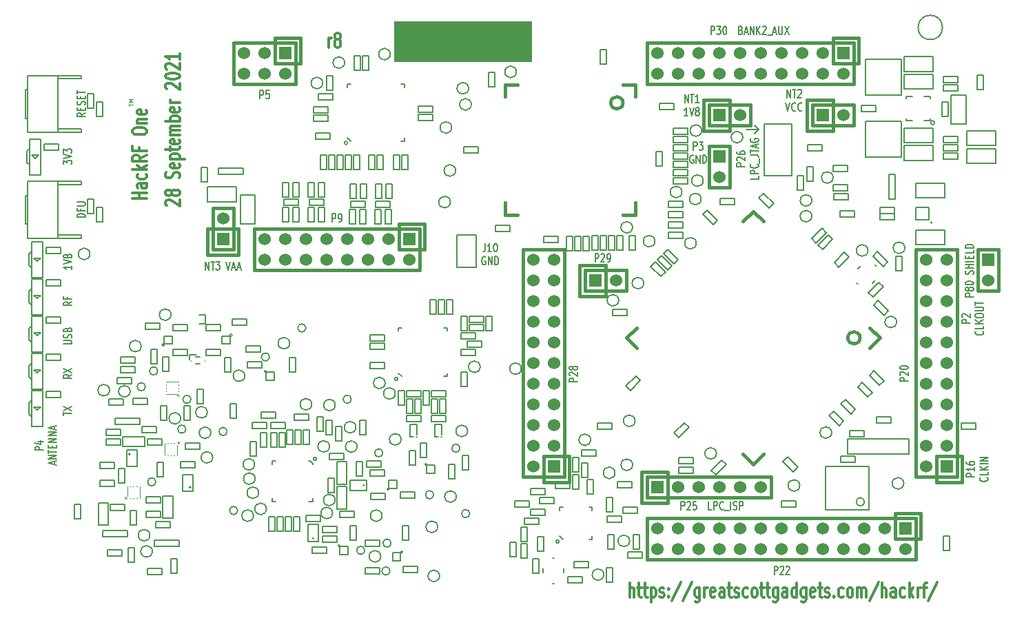
<source format=gto>
G04 #@! TF.GenerationSoftware,KiCad,Pcbnew,6.0.7-f9a2dced07~116~ubuntu22.04.1*
G04 #@! TF.CreationDate,2022-09-29T06:22:25-04:00*
G04 #@! TF.ProjectId,hackrf-one,6861636b-7266-42d6-9f6e-652e6b696361,r8*
G04 #@! TF.SameCoordinates,Original*
G04 #@! TF.FileFunction,Legend,Top*
G04 #@! TF.FilePolarity,Positive*
%FSLAX46Y46*%
G04 Gerber Fmt 4.6, Leading zero omitted, Abs format (unit mm)*
G04 Created by KiCad (PCBNEW 6.0.7-f9a2dced07~116~ubuntu22.04.1) date 2022-09-29 06:22:25*
%MOMM*%
%LPD*%
G01*
G04 APERTURE LIST*
%ADD10C,0.304800*%
%ADD11C,0.203200*%
%ADD12C,0.190500*%
%ADD13C,0.101600*%
%ADD14C,0.177800*%
%ADD15C,0.381000*%
%ADD16C,0.127000*%
%ADD17R,1.524000X1.524000*%
%ADD18C,1.524000*%
G04 APERTURE END LIST*
D10*
X97104523Y-104504333D02*
X97104523Y-103319000D01*
X97104523Y-103657666D02*
X97165000Y-103488333D01*
X97225476Y-103403666D01*
X97346428Y-103319000D01*
X97467380Y-103319000D01*
X98072142Y-103488333D02*
X97951190Y-103403666D01*
X97890714Y-103319000D01*
X97830238Y-103149666D01*
X97830238Y-103065000D01*
X97890714Y-102895666D01*
X97951190Y-102811000D01*
X98072142Y-102726333D01*
X98314047Y-102726333D01*
X98435000Y-102811000D01*
X98495476Y-102895666D01*
X98555952Y-103065000D01*
X98555952Y-103149666D01*
X98495476Y-103319000D01*
X98435000Y-103403666D01*
X98314047Y-103488333D01*
X98072142Y-103488333D01*
X97951190Y-103573000D01*
X97890714Y-103657666D01*
X97830238Y-103827000D01*
X97830238Y-104165666D01*
X97890714Y-104335000D01*
X97951190Y-104419666D01*
X98072142Y-104504333D01*
X98314047Y-104504333D01*
X98435000Y-104419666D01*
X98495476Y-104335000D01*
X98555952Y-104165666D01*
X98555952Y-103827000D01*
X98495476Y-103657666D01*
X98435000Y-103573000D01*
X98314047Y-103488333D01*
D11*
X125400000Y-165200000D02*
G75*
G03*
X125400000Y-165200000I-200000J0D01*
G01*
X95600000Y-155000000D02*
G75*
G03*
X95600000Y-155000000I-200000J0D01*
G01*
X105600000Y-145200000D02*
G75*
G03*
X105600000Y-145200000I-200000J0D01*
G01*
X99400000Y-116200000D02*
G75*
G03*
X99400000Y-116200000I-200000J0D01*
G01*
D10*
X77173666Y-123897571D02*
X77089000Y-123837095D01*
X77004333Y-123716142D01*
X77004333Y-123413761D01*
X77089000Y-123292809D01*
X77173666Y-123232333D01*
X77343000Y-123171857D01*
X77512333Y-123171857D01*
X77766333Y-123232333D01*
X78782333Y-123958047D01*
X78782333Y-123171857D01*
X77766333Y-122446142D02*
X77681666Y-122567095D01*
X77597000Y-122627571D01*
X77427666Y-122688047D01*
X77343000Y-122688047D01*
X77173666Y-122627571D01*
X77089000Y-122567095D01*
X77004333Y-122446142D01*
X77004333Y-122204238D01*
X77089000Y-122083285D01*
X77173666Y-122022809D01*
X77343000Y-121962333D01*
X77427666Y-121962333D01*
X77597000Y-122022809D01*
X77681666Y-122083285D01*
X77766333Y-122204238D01*
X77766333Y-122446142D01*
X77851000Y-122567095D01*
X77935666Y-122627571D01*
X78105000Y-122688047D01*
X78443666Y-122688047D01*
X78613000Y-122627571D01*
X78697666Y-122567095D01*
X78782333Y-122446142D01*
X78782333Y-122204238D01*
X78697666Y-122083285D01*
X78613000Y-122022809D01*
X78443666Y-121962333D01*
X78105000Y-121962333D01*
X77935666Y-122022809D01*
X77851000Y-122083285D01*
X77766333Y-122204238D01*
X78697666Y-120510904D02*
X78782333Y-120329476D01*
X78782333Y-120027095D01*
X78697666Y-119906142D01*
X78613000Y-119845666D01*
X78443666Y-119785190D01*
X78274333Y-119785190D01*
X78105000Y-119845666D01*
X78020333Y-119906142D01*
X77935666Y-120027095D01*
X77851000Y-120269000D01*
X77766333Y-120389952D01*
X77681666Y-120450428D01*
X77512333Y-120510904D01*
X77343000Y-120510904D01*
X77173666Y-120450428D01*
X77089000Y-120389952D01*
X77004333Y-120269000D01*
X77004333Y-119966619D01*
X77089000Y-119785190D01*
X78697666Y-118757095D02*
X78782333Y-118878047D01*
X78782333Y-119119952D01*
X78697666Y-119240904D01*
X78528333Y-119301380D01*
X77851000Y-119301380D01*
X77681666Y-119240904D01*
X77597000Y-119119952D01*
X77597000Y-118878047D01*
X77681666Y-118757095D01*
X77851000Y-118696619D01*
X78020333Y-118696619D01*
X78189666Y-119301380D01*
X77597000Y-118152333D02*
X79375000Y-118152333D01*
X77681666Y-118152333D02*
X77597000Y-118031380D01*
X77597000Y-117789476D01*
X77681666Y-117668523D01*
X77766333Y-117608047D01*
X77935666Y-117547571D01*
X78443666Y-117547571D01*
X78613000Y-117608047D01*
X78697666Y-117668523D01*
X78782333Y-117789476D01*
X78782333Y-118031380D01*
X78697666Y-118152333D01*
X77597000Y-117184714D02*
X77597000Y-116700904D01*
X77004333Y-117003285D02*
X78528333Y-117003285D01*
X78697666Y-116942809D01*
X78782333Y-116821857D01*
X78782333Y-116700904D01*
X78697666Y-115793761D02*
X78782333Y-115914714D01*
X78782333Y-116156619D01*
X78697666Y-116277571D01*
X78528333Y-116338047D01*
X77851000Y-116338047D01*
X77681666Y-116277571D01*
X77597000Y-116156619D01*
X77597000Y-115914714D01*
X77681666Y-115793761D01*
X77851000Y-115733285D01*
X78020333Y-115733285D01*
X78189666Y-116338047D01*
X78782333Y-115189000D02*
X77597000Y-115189000D01*
X77766333Y-115189000D02*
X77681666Y-115128523D01*
X77597000Y-115007571D01*
X77597000Y-114826142D01*
X77681666Y-114705190D01*
X77851000Y-114644714D01*
X78782333Y-114644714D01*
X77851000Y-114644714D02*
X77681666Y-114584238D01*
X77597000Y-114463285D01*
X77597000Y-114281857D01*
X77681666Y-114160904D01*
X77851000Y-114100428D01*
X78782333Y-114100428D01*
X78782333Y-113495666D02*
X77004333Y-113495666D01*
X77681666Y-113495666D02*
X77597000Y-113374714D01*
X77597000Y-113132809D01*
X77681666Y-113011857D01*
X77766333Y-112951380D01*
X77935666Y-112890904D01*
X78443666Y-112890904D01*
X78613000Y-112951380D01*
X78697666Y-113011857D01*
X78782333Y-113132809D01*
X78782333Y-113374714D01*
X78697666Y-113495666D01*
X78697666Y-111862809D02*
X78782333Y-111983761D01*
X78782333Y-112225666D01*
X78697666Y-112346619D01*
X78528333Y-112407095D01*
X77851000Y-112407095D01*
X77681666Y-112346619D01*
X77597000Y-112225666D01*
X77597000Y-111983761D01*
X77681666Y-111862809D01*
X77851000Y-111802333D01*
X78020333Y-111802333D01*
X78189666Y-112407095D01*
X78782333Y-111258047D02*
X77597000Y-111258047D01*
X77935666Y-111258047D02*
X77766333Y-111197571D01*
X77681666Y-111137095D01*
X77597000Y-111016142D01*
X77597000Y-110895190D01*
X77173666Y-109564714D02*
X77089000Y-109504238D01*
X77004333Y-109383285D01*
X77004333Y-109080904D01*
X77089000Y-108959952D01*
X77173666Y-108899476D01*
X77343000Y-108839000D01*
X77512333Y-108839000D01*
X77766333Y-108899476D01*
X78782333Y-109625190D01*
X78782333Y-108839000D01*
X77004333Y-108052809D02*
X77004333Y-107931857D01*
X77089000Y-107810904D01*
X77173666Y-107750428D01*
X77343000Y-107689952D01*
X77681666Y-107629476D01*
X78105000Y-107629476D01*
X78443666Y-107689952D01*
X78613000Y-107750428D01*
X78697666Y-107810904D01*
X78782333Y-107931857D01*
X78782333Y-108052809D01*
X78697666Y-108173761D01*
X78613000Y-108234238D01*
X78443666Y-108294714D01*
X78105000Y-108355190D01*
X77681666Y-108355190D01*
X77343000Y-108294714D01*
X77173666Y-108234238D01*
X77089000Y-108173761D01*
X77004333Y-108052809D01*
X77173666Y-107145666D02*
X77089000Y-107085190D01*
X77004333Y-106964238D01*
X77004333Y-106661857D01*
X77089000Y-106540904D01*
X77173666Y-106480428D01*
X77343000Y-106419952D01*
X77512333Y-106419952D01*
X77766333Y-106480428D01*
X78782333Y-107206142D01*
X78782333Y-106419952D01*
X78782333Y-105210428D02*
X78782333Y-105936142D01*
X78782333Y-105573285D02*
X77004333Y-105573285D01*
X77258333Y-105694238D01*
X77427666Y-105815190D01*
X77512333Y-105936142D01*
D12*
X97537571Y-125929619D02*
X97537571Y-124913619D01*
X97827857Y-124913619D01*
X97900428Y-124962000D01*
X97936714Y-125010380D01*
X97973000Y-125107142D01*
X97973000Y-125252285D01*
X97936714Y-125349047D01*
X97900428Y-125397428D01*
X97827857Y-125445809D01*
X97537571Y-125445809D01*
X98335857Y-125929619D02*
X98481000Y-125929619D01*
X98553571Y-125881238D01*
X98589857Y-125832857D01*
X98662428Y-125687714D01*
X98698714Y-125494190D01*
X98698714Y-125107142D01*
X98662428Y-125010380D01*
X98626142Y-124962000D01*
X98553571Y-124913619D01*
X98408428Y-124913619D01*
X98335857Y-124962000D01*
X98299571Y-125010380D01*
X98263285Y-125107142D01*
X98263285Y-125349047D01*
X98299571Y-125445809D01*
X98335857Y-125494190D01*
X98408428Y-125542571D01*
X98553571Y-125542571D01*
X98626142Y-125494190D01*
X98662428Y-125445809D01*
X98698714Y-125349047D01*
X116304542Y-128525739D02*
X116304542Y-129251453D01*
X116268257Y-129396596D01*
X116195685Y-129493358D01*
X116086828Y-129541739D01*
X116014257Y-129541739D01*
X117066542Y-129541739D02*
X116631114Y-129541739D01*
X116848828Y-129541739D02*
X116848828Y-128525739D01*
X116776257Y-128670881D01*
X116703685Y-128767643D01*
X116631114Y-128816024D01*
X117538257Y-128525739D02*
X117610828Y-128525739D01*
X117683400Y-128574120D01*
X117719685Y-128622500D01*
X117755971Y-128719262D01*
X117792257Y-128912786D01*
X117792257Y-129154691D01*
X117755971Y-129348215D01*
X117719685Y-129444977D01*
X117683400Y-129493358D01*
X117610828Y-129541739D01*
X117538257Y-129541739D01*
X117465685Y-129493358D01*
X117429400Y-129444977D01*
X117393114Y-129348215D01*
X117356828Y-129154691D01*
X117356828Y-128912786D01*
X117393114Y-128719262D01*
X117429400Y-128622500D01*
X117465685Y-128574120D01*
X117538257Y-128525739D01*
X116340828Y-130209880D02*
X116268257Y-130161499D01*
X116159400Y-130161499D01*
X116050542Y-130209880D01*
X115977971Y-130306641D01*
X115941685Y-130403403D01*
X115905400Y-130596927D01*
X115905400Y-130742070D01*
X115941685Y-130935594D01*
X115977971Y-131032356D01*
X116050542Y-131129118D01*
X116159400Y-131177499D01*
X116231971Y-131177499D01*
X116340828Y-131129118D01*
X116377114Y-131080737D01*
X116377114Y-130742070D01*
X116231971Y-130742070D01*
X116703685Y-131177499D02*
X116703685Y-130161499D01*
X117139114Y-131177499D01*
X117139114Y-130161499D01*
X117501971Y-131177499D02*
X117501971Y-130161499D01*
X117683400Y-130161499D01*
X117792257Y-130209880D01*
X117864828Y-130306641D01*
X117901114Y-130403403D01*
X117937400Y-130596927D01*
X117937400Y-130742070D01*
X117901114Y-130935594D01*
X117864828Y-131032356D01*
X117792257Y-131129118D01*
X117683400Y-131177499D01*
X117501971Y-131177499D01*
X176309019Y-135089342D02*
X175293019Y-135089342D01*
X175293019Y-134799057D01*
X175341400Y-134726485D01*
X175389780Y-134690200D01*
X175486542Y-134653914D01*
X175631685Y-134653914D01*
X175728447Y-134690200D01*
X175776828Y-134726485D01*
X175825209Y-134799057D01*
X175825209Y-135089342D01*
X175728447Y-134218485D02*
X175680066Y-134291057D01*
X175631685Y-134327342D01*
X175534923Y-134363628D01*
X175486542Y-134363628D01*
X175389780Y-134327342D01*
X175341400Y-134291057D01*
X175293019Y-134218485D01*
X175293019Y-134073342D01*
X175341400Y-134000771D01*
X175389780Y-133964485D01*
X175486542Y-133928200D01*
X175534923Y-133928200D01*
X175631685Y-133964485D01*
X175680066Y-134000771D01*
X175728447Y-134073342D01*
X175728447Y-134218485D01*
X175776828Y-134291057D01*
X175825209Y-134327342D01*
X175921971Y-134363628D01*
X176115495Y-134363628D01*
X176212257Y-134327342D01*
X176260638Y-134291057D01*
X176309019Y-134218485D01*
X176309019Y-134073342D01*
X176260638Y-134000771D01*
X176212257Y-133964485D01*
X176115495Y-133928200D01*
X175921971Y-133928200D01*
X175825209Y-133964485D01*
X175776828Y-134000771D01*
X175728447Y-134073342D01*
X175293019Y-133456485D02*
X175293019Y-133383914D01*
X175341400Y-133311342D01*
X175389780Y-133275057D01*
X175486542Y-133238771D01*
X175680066Y-133202485D01*
X175921971Y-133202485D01*
X176115495Y-133238771D01*
X176212257Y-133275057D01*
X176260638Y-133311342D01*
X176309019Y-133383914D01*
X176309019Y-133456485D01*
X176260638Y-133529057D01*
X176212257Y-133565342D01*
X176115495Y-133601628D01*
X175921971Y-133637914D01*
X175680066Y-133637914D01*
X175486542Y-133601628D01*
X175389780Y-133565342D01*
X175341400Y-133529057D01*
X175293019Y-133456485D01*
X176260638Y-132331628D02*
X176309019Y-132222771D01*
X176309019Y-132041342D01*
X176260638Y-131968771D01*
X176212257Y-131932485D01*
X176115495Y-131896200D01*
X176018733Y-131896200D01*
X175921971Y-131932485D01*
X175873590Y-131968771D01*
X175825209Y-132041342D01*
X175776828Y-132186485D01*
X175728447Y-132259057D01*
X175680066Y-132295342D01*
X175583304Y-132331628D01*
X175486542Y-132331628D01*
X175389780Y-132295342D01*
X175341400Y-132259057D01*
X175293019Y-132186485D01*
X175293019Y-132005057D01*
X175341400Y-131896200D01*
X176309019Y-131569628D02*
X175293019Y-131569628D01*
X175776828Y-131569628D02*
X175776828Y-131134200D01*
X176309019Y-131134200D02*
X175293019Y-131134200D01*
X176309019Y-130771342D02*
X175293019Y-130771342D01*
X175776828Y-130408485D02*
X175776828Y-130154485D01*
X176309019Y-130045628D02*
X176309019Y-130408485D01*
X175293019Y-130408485D01*
X175293019Y-130045628D01*
X176309019Y-129356200D02*
X176309019Y-129719057D01*
X175293019Y-129719057D01*
X176309019Y-129102200D02*
X175293019Y-129102200D01*
X175293019Y-128920771D01*
X175341400Y-128811914D01*
X175438161Y-128739342D01*
X175534923Y-128703057D01*
X175728447Y-128666771D01*
X175873590Y-128666771D01*
X176067114Y-128703057D01*
X176163876Y-128739342D01*
X176260638Y-128811914D01*
X176309019Y-128920771D01*
X176309019Y-129102200D01*
X88647571Y-110765819D02*
X88647571Y-109749819D01*
X88937857Y-109749819D01*
X89010428Y-109798200D01*
X89046714Y-109846580D01*
X89083000Y-109943342D01*
X89083000Y-110088485D01*
X89046714Y-110185247D01*
X89010428Y-110233628D01*
X88937857Y-110282009D01*
X88647571Y-110282009D01*
X89772428Y-109749819D02*
X89409571Y-109749819D01*
X89373285Y-110233628D01*
X89409571Y-110185247D01*
X89482142Y-110136866D01*
X89663571Y-110136866D01*
X89736142Y-110185247D01*
X89772428Y-110233628D01*
X89808714Y-110330390D01*
X89808714Y-110572295D01*
X89772428Y-110669057D01*
X89736142Y-110717438D01*
X89663571Y-110765819D01*
X89482142Y-110765819D01*
X89409571Y-110717438D01*
X89373285Y-110669057D01*
X67159619Y-112506714D02*
X66675809Y-112760714D01*
X67159619Y-112942142D02*
X66143619Y-112942142D01*
X66143619Y-112651857D01*
X66192000Y-112579285D01*
X66240380Y-112543000D01*
X66337142Y-112506714D01*
X66482285Y-112506714D01*
X66579047Y-112543000D01*
X66627428Y-112579285D01*
X66675809Y-112651857D01*
X66675809Y-112942142D01*
X66627428Y-112180142D02*
X66627428Y-111926142D01*
X67159619Y-111817285D02*
X67159619Y-112180142D01*
X66143619Y-112180142D01*
X66143619Y-111817285D01*
X67111238Y-111527000D02*
X67159619Y-111418142D01*
X67159619Y-111236714D01*
X67111238Y-111164142D01*
X67062857Y-111127857D01*
X66966095Y-111091571D01*
X66869333Y-111091571D01*
X66772571Y-111127857D01*
X66724190Y-111164142D01*
X66675809Y-111236714D01*
X66627428Y-111381857D01*
X66579047Y-111454428D01*
X66530666Y-111490714D01*
X66433904Y-111527000D01*
X66337142Y-111527000D01*
X66240380Y-111490714D01*
X66192000Y-111454428D01*
X66143619Y-111381857D01*
X66143619Y-111200428D01*
X66192000Y-111091571D01*
X66627428Y-110765000D02*
X66627428Y-110511000D01*
X67159619Y-110402142D02*
X67159619Y-110765000D01*
X66143619Y-110765000D01*
X66143619Y-110402142D01*
X66143619Y-110184428D02*
X66143619Y-109749000D01*
X67159619Y-109966714D02*
X66143619Y-109966714D01*
X67159619Y-125325285D02*
X66143619Y-125325285D01*
X66143619Y-125143857D01*
X66192000Y-125035000D01*
X66288761Y-124962428D01*
X66385523Y-124926142D01*
X66579047Y-124889857D01*
X66724190Y-124889857D01*
X66917714Y-124926142D01*
X67014476Y-124962428D01*
X67111238Y-125035000D01*
X67159619Y-125143857D01*
X67159619Y-125325285D01*
X66627428Y-124309285D02*
X66627428Y-124563285D01*
X67159619Y-124563285D02*
X66143619Y-124563285D01*
X66143619Y-124200428D01*
X66143619Y-123910142D02*
X66966095Y-123910142D01*
X67062857Y-123873857D01*
X67111238Y-123837571D01*
X67159619Y-123765000D01*
X67159619Y-123619857D01*
X67111238Y-123547285D01*
X67062857Y-123511000D01*
X66966095Y-123474714D01*
X66143619Y-123474714D01*
D13*
X72521809Y-111635428D02*
X72521809Y-111345142D01*
X73029809Y-111490285D02*
X72521809Y-111490285D01*
X73029809Y-111175809D02*
X72521809Y-111175809D01*
X72884666Y-111006476D01*
X72521809Y-110837142D01*
X73029809Y-110837142D01*
D12*
X65539619Y-135720714D02*
X65055809Y-135974714D01*
X65539619Y-136156142D02*
X64523619Y-136156142D01*
X64523619Y-135865857D01*
X64572000Y-135793285D01*
X64620380Y-135757000D01*
X64717142Y-135720714D01*
X64862285Y-135720714D01*
X64959047Y-135757000D01*
X65007428Y-135793285D01*
X65055809Y-135865857D01*
X65055809Y-136156142D01*
X65007428Y-135140142D02*
X65007428Y-135394142D01*
X65539619Y-135394142D02*
X64523619Y-135394142D01*
X64523619Y-135031285D01*
D10*
X74774333Y-123038857D02*
X72996333Y-123038857D01*
X73843000Y-123038857D02*
X73843000Y-122313142D01*
X74774333Y-122313142D02*
X72996333Y-122313142D01*
X74774333Y-121164095D02*
X73843000Y-121164095D01*
X73673666Y-121224571D01*
X73589000Y-121345523D01*
X73589000Y-121587428D01*
X73673666Y-121708380D01*
X74689666Y-121164095D02*
X74774333Y-121285047D01*
X74774333Y-121587428D01*
X74689666Y-121708380D01*
X74520333Y-121768857D01*
X74351000Y-121768857D01*
X74181666Y-121708380D01*
X74097000Y-121587428D01*
X74097000Y-121285047D01*
X74012333Y-121164095D01*
X74689666Y-120015047D02*
X74774333Y-120136000D01*
X74774333Y-120377904D01*
X74689666Y-120498857D01*
X74605000Y-120559333D01*
X74435666Y-120619809D01*
X73927666Y-120619809D01*
X73758333Y-120559333D01*
X73673666Y-120498857D01*
X73589000Y-120377904D01*
X73589000Y-120136000D01*
X73673666Y-120015047D01*
X74774333Y-119470761D02*
X72996333Y-119470761D01*
X74097000Y-119349809D02*
X74774333Y-118986952D01*
X73589000Y-118986952D02*
X74266333Y-119470761D01*
X74774333Y-117716952D02*
X73927666Y-118140285D01*
X74774333Y-118442666D02*
X72996333Y-118442666D01*
X72996333Y-117958857D01*
X73081000Y-117837904D01*
X73165666Y-117777428D01*
X73335000Y-117716952D01*
X73589000Y-117716952D01*
X73758333Y-117777428D01*
X73843000Y-117837904D01*
X73927666Y-117958857D01*
X73927666Y-118442666D01*
X73843000Y-116749333D02*
X73843000Y-117172666D01*
X74774333Y-117172666D02*
X72996333Y-117172666D01*
X72996333Y-116567904D01*
X72996333Y-114874571D02*
X72996333Y-114632666D01*
X73081000Y-114511714D01*
X73250333Y-114390761D01*
X73589000Y-114330285D01*
X74181666Y-114330285D01*
X74520333Y-114390761D01*
X74689666Y-114511714D01*
X74774333Y-114632666D01*
X74774333Y-114874571D01*
X74689666Y-114995523D01*
X74520333Y-115116476D01*
X74181666Y-115176952D01*
X73589000Y-115176952D01*
X73250333Y-115116476D01*
X73081000Y-114995523D01*
X72996333Y-114874571D01*
X73589000Y-113786000D02*
X74774333Y-113786000D01*
X73758333Y-113786000D02*
X73673666Y-113725523D01*
X73589000Y-113604571D01*
X73589000Y-113423142D01*
X73673666Y-113302190D01*
X73843000Y-113241714D01*
X74774333Y-113241714D01*
X74689666Y-112153142D02*
X74774333Y-112274095D01*
X74774333Y-112516000D01*
X74689666Y-112636952D01*
X74520333Y-112697428D01*
X73843000Y-112697428D01*
X73673666Y-112636952D01*
X73589000Y-112516000D01*
X73589000Y-112274095D01*
X73673666Y-112153142D01*
X73843000Y-112092666D01*
X74012333Y-112092666D01*
X74181666Y-112697428D01*
D11*
X149936200Y-114579400D02*
X148412200Y-114579400D01*
X149936200Y-114579400D02*
X149428200Y-115087400D01*
X149936200Y-114579400D02*
X149428200Y-114071400D01*
D12*
X65539619Y-131275714D02*
X65539619Y-131711142D01*
X65539619Y-131493428D02*
X64523619Y-131493428D01*
X64668761Y-131566000D01*
X64765523Y-131638571D01*
X64813904Y-131711142D01*
X64523619Y-131058000D02*
X65539619Y-130804000D01*
X64523619Y-130550000D01*
X64959047Y-130187142D02*
X64910666Y-130259714D01*
X64862285Y-130296000D01*
X64765523Y-130332285D01*
X64717142Y-130332285D01*
X64620380Y-130296000D01*
X64572000Y-130259714D01*
X64523619Y-130187142D01*
X64523619Y-130042000D01*
X64572000Y-129969428D01*
X64620380Y-129933142D01*
X64717142Y-129896857D01*
X64765523Y-129896857D01*
X64862285Y-129933142D01*
X64910666Y-129969428D01*
X64959047Y-130042000D01*
X64959047Y-130187142D01*
X65007428Y-130259714D01*
X65055809Y-130296000D01*
X65152571Y-130332285D01*
X65346095Y-130332285D01*
X65442857Y-130296000D01*
X65491238Y-130259714D01*
X65539619Y-130187142D01*
X65539619Y-130042000D01*
X65491238Y-129969428D01*
X65442857Y-129933142D01*
X65346095Y-129896857D01*
X65152571Y-129896857D01*
X65055809Y-129933142D01*
X65007428Y-129969428D01*
X64959047Y-130042000D01*
X64523619Y-118793428D02*
X64523619Y-118321714D01*
X64910666Y-118575714D01*
X64910666Y-118466857D01*
X64959047Y-118394285D01*
X65007428Y-118358000D01*
X65104190Y-118321714D01*
X65346095Y-118321714D01*
X65442857Y-118358000D01*
X65491238Y-118394285D01*
X65539619Y-118466857D01*
X65539619Y-118684571D01*
X65491238Y-118757142D01*
X65442857Y-118793428D01*
X64523619Y-118104000D02*
X65539619Y-117850000D01*
X64523619Y-117596000D01*
X64523619Y-117414571D02*
X64523619Y-116942857D01*
X64910666Y-117196857D01*
X64910666Y-117088000D01*
X64959047Y-117015428D01*
X65007428Y-116979142D01*
X65104190Y-116942857D01*
X65346095Y-116942857D01*
X65442857Y-116979142D01*
X65491238Y-117015428D01*
X65539619Y-117088000D01*
X65539619Y-117305714D01*
X65491238Y-117378285D01*
X65442857Y-117414571D01*
X64523619Y-140909571D02*
X65346095Y-140909571D01*
X65442857Y-140873285D01*
X65491238Y-140837000D01*
X65539619Y-140764428D01*
X65539619Y-140619285D01*
X65491238Y-140546714D01*
X65442857Y-140510428D01*
X65346095Y-140474142D01*
X64523619Y-140474142D01*
X65491238Y-140147571D02*
X65539619Y-140038714D01*
X65539619Y-139857285D01*
X65491238Y-139784714D01*
X65442857Y-139748428D01*
X65346095Y-139712142D01*
X65249333Y-139712142D01*
X65152571Y-139748428D01*
X65104190Y-139784714D01*
X65055809Y-139857285D01*
X65007428Y-140002428D01*
X64959047Y-140075000D01*
X64910666Y-140111285D01*
X64813904Y-140147571D01*
X64717142Y-140147571D01*
X64620380Y-140111285D01*
X64572000Y-140075000D01*
X64523619Y-140002428D01*
X64523619Y-139821000D01*
X64572000Y-139712142D01*
X65007428Y-139131571D02*
X65055809Y-139022714D01*
X65104190Y-138986428D01*
X65200952Y-138950142D01*
X65346095Y-138950142D01*
X65442857Y-138986428D01*
X65491238Y-139022714D01*
X65539619Y-139095285D01*
X65539619Y-139385571D01*
X64523619Y-139385571D01*
X64523619Y-139131571D01*
X64572000Y-139059000D01*
X64620380Y-139022714D01*
X64717142Y-138986428D01*
X64813904Y-138986428D01*
X64910666Y-139022714D01*
X64959047Y-139059000D01*
X65007428Y-139131571D01*
X65007428Y-139385571D01*
X65539619Y-144647000D02*
X65055809Y-144901000D01*
X65539619Y-145082428D02*
X64523619Y-145082428D01*
X64523619Y-144792142D01*
X64572000Y-144719571D01*
X64620380Y-144683285D01*
X64717142Y-144647000D01*
X64862285Y-144647000D01*
X64959047Y-144683285D01*
X65007428Y-144719571D01*
X65055809Y-144792142D01*
X65055809Y-145082428D01*
X64523619Y-144393000D02*
X65539619Y-143885000D01*
X64523619Y-143885000D02*
X65539619Y-144393000D01*
X64523619Y-149672571D02*
X64523619Y-149237142D01*
X65539619Y-149454857D02*
X64523619Y-149454857D01*
X64523619Y-149055714D02*
X65539619Y-148547714D01*
X64523619Y-148547714D02*
X65539619Y-149055714D01*
X140829142Y-111241739D02*
X140829142Y-110225739D01*
X141264571Y-111241739D01*
X141264571Y-110225739D01*
X141518571Y-110225739D02*
X141954000Y-110225739D01*
X141736285Y-111241739D02*
X141736285Y-110225739D01*
X142607142Y-111241739D02*
X142171714Y-111241739D01*
X142389428Y-111241739D02*
X142389428Y-110225739D01*
X142316857Y-110370881D01*
X142244285Y-110467643D01*
X142171714Y-110516024D01*
X141228285Y-112877499D02*
X140792857Y-112877499D01*
X141010571Y-112877499D02*
X141010571Y-111861499D01*
X140938000Y-112006641D01*
X140865428Y-112103403D01*
X140792857Y-112151784D01*
X141446000Y-111861499D02*
X141700000Y-112877499D01*
X141954000Y-111861499D01*
X142316857Y-112296927D02*
X142244285Y-112248546D01*
X142208000Y-112200165D01*
X142171714Y-112103403D01*
X142171714Y-112055022D01*
X142208000Y-111958260D01*
X142244285Y-111909880D01*
X142316857Y-111861499D01*
X142462000Y-111861499D01*
X142534571Y-111909880D01*
X142570857Y-111958260D01*
X142607142Y-112055022D01*
X142607142Y-112103403D01*
X142570857Y-112200165D01*
X142534571Y-112248546D01*
X142462000Y-112296927D01*
X142316857Y-112296927D01*
X142244285Y-112345308D01*
X142208000Y-112393689D01*
X142171714Y-112490451D01*
X142171714Y-112683975D01*
X142208000Y-112780737D01*
X142244285Y-112829118D01*
X142316857Y-112877499D01*
X142462000Y-112877499D01*
X142534571Y-112829118D01*
X142570857Y-112780737D01*
X142607142Y-112683975D01*
X142607142Y-112490451D01*
X142570857Y-112393689D01*
X142534571Y-112345308D01*
X142462000Y-112296927D01*
X153388542Y-110633739D02*
X153388542Y-109617739D01*
X153823971Y-110633739D01*
X153823971Y-109617739D01*
X154077971Y-109617739D02*
X154513400Y-109617739D01*
X154295685Y-110633739D02*
X154295685Y-109617739D01*
X154731114Y-109714500D02*
X154767400Y-109666120D01*
X154839971Y-109617739D01*
X155021400Y-109617739D01*
X155093971Y-109666120D01*
X155130257Y-109714500D01*
X155166542Y-109811262D01*
X155166542Y-109908024D01*
X155130257Y-110053167D01*
X154694828Y-110633739D01*
X155166542Y-110633739D01*
X153243400Y-111253499D02*
X153497400Y-112269499D01*
X153751400Y-111253499D01*
X154440828Y-112172737D02*
X154404542Y-112221118D01*
X154295685Y-112269499D01*
X154223114Y-112269499D01*
X154114257Y-112221118D01*
X154041685Y-112124356D01*
X154005400Y-112027594D01*
X153969114Y-111834070D01*
X153969114Y-111688927D01*
X154005400Y-111495403D01*
X154041685Y-111398641D01*
X154114257Y-111301880D01*
X154223114Y-111253499D01*
X154295685Y-111253499D01*
X154404542Y-111301880D01*
X154440828Y-111350260D01*
X155202828Y-112172737D02*
X155166542Y-112221118D01*
X155057685Y-112269499D01*
X154985114Y-112269499D01*
X154876257Y-112221118D01*
X154803685Y-112124356D01*
X154767400Y-112027594D01*
X154731114Y-111834070D01*
X154731114Y-111688927D01*
X154767400Y-111495403D01*
X154803685Y-111398641D01*
X154876257Y-111301880D01*
X154985114Y-111253499D01*
X155057685Y-111253499D01*
X155166542Y-111301880D01*
X155202828Y-111350260D01*
X168257219Y-145470685D02*
X167241219Y-145470685D01*
X167241219Y-145180400D01*
X167289600Y-145107828D01*
X167337980Y-145071542D01*
X167434742Y-145035257D01*
X167579885Y-145035257D01*
X167676647Y-145071542D01*
X167725028Y-145107828D01*
X167773409Y-145180400D01*
X167773409Y-145470685D01*
X167337980Y-144744971D02*
X167289600Y-144708685D01*
X167241219Y-144636114D01*
X167241219Y-144454685D01*
X167289600Y-144382114D01*
X167337980Y-144345828D01*
X167434742Y-144309542D01*
X167531504Y-144309542D01*
X167676647Y-144345828D01*
X168257219Y-144781257D01*
X168257219Y-144309542D01*
X167241219Y-143837828D02*
X167241219Y-143765257D01*
X167289600Y-143692685D01*
X167337980Y-143656400D01*
X167434742Y-143620114D01*
X167628266Y-143583828D01*
X167870171Y-143583828D01*
X168063695Y-143620114D01*
X168160457Y-143656400D01*
X168208838Y-143692685D01*
X168257219Y-143765257D01*
X168257219Y-143837828D01*
X168208838Y-143910400D01*
X168160457Y-143946685D01*
X168063695Y-143982971D01*
X167870171Y-144019257D01*
X167628266Y-144019257D01*
X167434742Y-143982971D01*
X167337980Y-143946685D01*
X167289600Y-143910400D01*
X167241219Y-143837828D01*
X151835514Y-169211219D02*
X151835514Y-168195219D01*
X152125800Y-168195219D01*
X152198371Y-168243600D01*
X152234657Y-168291980D01*
X152270942Y-168388742D01*
X152270942Y-168533885D01*
X152234657Y-168630647D01*
X152198371Y-168679028D01*
X152125800Y-168727409D01*
X151835514Y-168727409D01*
X152561228Y-168291980D02*
X152597514Y-168243600D01*
X152670085Y-168195219D01*
X152851514Y-168195219D01*
X152924085Y-168243600D01*
X152960371Y-168291980D01*
X152996657Y-168388742D01*
X152996657Y-168485504D01*
X152960371Y-168630647D01*
X152524942Y-169211219D01*
X152996657Y-169211219D01*
X153286942Y-168291980D02*
X153323228Y-168243600D01*
X153395800Y-168195219D01*
X153577228Y-168195219D01*
X153649800Y-168243600D01*
X153686085Y-168291980D01*
X153722371Y-168388742D01*
X153722371Y-168485504D01*
X153686085Y-168630647D01*
X153250657Y-169211219D01*
X153722371Y-169211219D01*
X140383742Y-161286419D02*
X140383742Y-160270419D01*
X140674028Y-160270419D01*
X140746600Y-160318800D01*
X140782885Y-160367180D01*
X140819171Y-160463942D01*
X140819171Y-160609085D01*
X140782885Y-160705847D01*
X140746600Y-160754228D01*
X140674028Y-160802609D01*
X140383742Y-160802609D01*
X141109457Y-160367180D02*
X141145742Y-160318800D01*
X141218314Y-160270419D01*
X141399742Y-160270419D01*
X141472314Y-160318800D01*
X141508600Y-160367180D01*
X141544885Y-160463942D01*
X141544885Y-160560704D01*
X141508600Y-160705847D01*
X141073171Y-161286419D01*
X141544885Y-161286419D01*
X142234314Y-160270419D02*
X141871457Y-160270419D01*
X141835171Y-160754228D01*
X141871457Y-160705847D01*
X141944028Y-160657466D01*
X142125457Y-160657466D01*
X142198028Y-160705847D01*
X142234314Y-160754228D01*
X142270600Y-160850990D01*
X142270600Y-161092895D01*
X142234314Y-161189657D01*
X142198028Y-161238038D01*
X142125457Y-161286419D01*
X141944028Y-161286419D01*
X141871457Y-161238038D01*
X141835171Y-161189657D01*
X144121171Y-161286419D02*
X143758314Y-161286419D01*
X143758314Y-160270419D01*
X144375171Y-161286419D02*
X144375171Y-160270419D01*
X144665457Y-160270419D01*
X144738028Y-160318800D01*
X144774314Y-160367180D01*
X144810600Y-160463942D01*
X144810600Y-160609085D01*
X144774314Y-160705847D01*
X144738028Y-160754228D01*
X144665457Y-160802609D01*
X144375171Y-160802609D01*
X145572600Y-161189657D02*
X145536314Y-161238038D01*
X145427457Y-161286419D01*
X145354885Y-161286419D01*
X145246028Y-161238038D01*
X145173457Y-161141276D01*
X145137171Y-161044514D01*
X145100885Y-160850990D01*
X145100885Y-160705847D01*
X145137171Y-160512323D01*
X145173457Y-160415561D01*
X145246028Y-160318800D01*
X145354885Y-160270419D01*
X145427457Y-160270419D01*
X145536314Y-160318800D01*
X145572600Y-160367180D01*
X145717742Y-161383180D02*
X146298314Y-161383180D01*
X146479742Y-161286419D02*
X146479742Y-160270419D01*
X146806314Y-161238038D02*
X146915171Y-161286419D01*
X147096600Y-161286419D01*
X147169171Y-161238038D01*
X147205457Y-161189657D01*
X147241742Y-161092895D01*
X147241742Y-160996133D01*
X147205457Y-160899371D01*
X147169171Y-160850990D01*
X147096600Y-160802609D01*
X146951457Y-160754228D01*
X146878885Y-160705847D01*
X146842600Y-160657466D01*
X146806314Y-160560704D01*
X146806314Y-160463942D01*
X146842600Y-160367180D01*
X146878885Y-160318800D01*
X146951457Y-160270419D01*
X147132885Y-160270419D01*
X147241742Y-160318800D01*
X147568314Y-161286419D02*
X147568314Y-160270419D01*
X147858600Y-160270419D01*
X147931171Y-160318800D01*
X147967457Y-160367180D01*
X148003742Y-160463942D01*
X148003742Y-160609085D01*
X147967457Y-160705847D01*
X147931171Y-160754228D01*
X147858600Y-160802609D01*
X147568314Y-160802609D01*
X127668019Y-145521485D02*
X126652019Y-145521485D01*
X126652019Y-145231200D01*
X126700400Y-145158628D01*
X126748780Y-145122342D01*
X126845542Y-145086057D01*
X126990685Y-145086057D01*
X127087447Y-145122342D01*
X127135828Y-145158628D01*
X127184209Y-145231200D01*
X127184209Y-145521485D01*
X126748780Y-144795771D02*
X126700400Y-144759485D01*
X126652019Y-144686914D01*
X126652019Y-144505485D01*
X126700400Y-144432914D01*
X126748780Y-144396628D01*
X126845542Y-144360342D01*
X126942304Y-144360342D01*
X127087447Y-144396628D01*
X127668019Y-144832057D01*
X127668019Y-144360342D01*
X127087447Y-143924914D02*
X127039066Y-143997485D01*
X126990685Y-144033771D01*
X126893923Y-144070057D01*
X126845542Y-144070057D01*
X126748780Y-144033771D01*
X126700400Y-143997485D01*
X126652019Y-143924914D01*
X126652019Y-143779771D01*
X126700400Y-143707200D01*
X126748780Y-143670914D01*
X126845542Y-143634628D01*
X126893923Y-143634628D01*
X126990685Y-143670914D01*
X127039066Y-143707200D01*
X127087447Y-143779771D01*
X127087447Y-143924914D01*
X127135828Y-143997485D01*
X127184209Y-144033771D01*
X127280971Y-144070057D01*
X127474495Y-144070057D01*
X127571257Y-144033771D01*
X127619638Y-143997485D01*
X127668019Y-143924914D01*
X127668019Y-143779771D01*
X127619638Y-143707200D01*
X127571257Y-143670914D01*
X127474495Y-143634628D01*
X127280971Y-143634628D01*
X127184209Y-143670914D01*
X127135828Y-143707200D01*
X127087447Y-143779771D01*
X148241739Y-119080085D02*
X147225739Y-119080085D01*
X147225739Y-118789800D01*
X147274120Y-118717228D01*
X147322500Y-118680942D01*
X147419262Y-118644657D01*
X147564405Y-118644657D01*
X147661167Y-118680942D01*
X147709548Y-118717228D01*
X147757929Y-118789800D01*
X147757929Y-119080085D01*
X147322500Y-118354371D02*
X147274120Y-118318085D01*
X147225739Y-118245514D01*
X147225739Y-118064085D01*
X147274120Y-117991514D01*
X147322500Y-117955228D01*
X147419262Y-117918942D01*
X147516024Y-117918942D01*
X147661167Y-117955228D01*
X148241739Y-118390657D01*
X148241739Y-117918942D01*
X147225739Y-117265800D02*
X147225739Y-117410942D01*
X147274120Y-117483514D01*
X147322500Y-117519800D01*
X147467643Y-117592371D01*
X147661167Y-117628657D01*
X148048215Y-117628657D01*
X148144977Y-117592371D01*
X148193358Y-117556085D01*
X148241739Y-117483514D01*
X148241739Y-117338371D01*
X148193358Y-117265800D01*
X148144977Y-117229514D01*
X148048215Y-117193228D01*
X147806310Y-117193228D01*
X147709548Y-117229514D01*
X147661167Y-117265800D01*
X147612786Y-117338371D01*
X147612786Y-117483514D01*
X147661167Y-117556085D01*
X147709548Y-117592371D01*
X147806310Y-117628657D01*
X149877499Y-120259371D02*
X149877499Y-120622228D01*
X148861499Y-120622228D01*
X149877499Y-120005371D02*
X148861499Y-120005371D01*
X148861499Y-119715085D01*
X148909880Y-119642514D01*
X148958260Y-119606228D01*
X149055022Y-119569942D01*
X149200165Y-119569942D01*
X149296927Y-119606228D01*
X149345308Y-119642514D01*
X149393689Y-119715085D01*
X149393689Y-120005371D01*
X149780737Y-118807942D02*
X149829118Y-118844228D01*
X149877499Y-118953085D01*
X149877499Y-119025657D01*
X149829118Y-119134514D01*
X149732356Y-119207085D01*
X149635594Y-119243371D01*
X149442070Y-119279657D01*
X149296927Y-119279657D01*
X149103403Y-119243371D01*
X149006641Y-119207085D01*
X148909880Y-119134514D01*
X148861499Y-119025657D01*
X148861499Y-118953085D01*
X148909880Y-118844228D01*
X148958260Y-118807942D01*
X149974260Y-118662800D02*
X149974260Y-118082228D01*
X148861499Y-117683085D02*
X149587213Y-117683085D01*
X149732356Y-117719371D01*
X149829118Y-117791942D01*
X149877499Y-117900800D01*
X149877499Y-117973371D01*
X148861499Y-117429085D02*
X148861499Y-116993657D01*
X149877499Y-117211371D02*
X148861499Y-117211371D01*
X149587213Y-116775942D02*
X149587213Y-116413085D01*
X149877499Y-116848514D02*
X148861499Y-116594514D01*
X149877499Y-116340514D01*
X148909880Y-115687371D02*
X148861499Y-115759942D01*
X148861499Y-115868800D01*
X148909880Y-115977657D01*
X149006641Y-116050228D01*
X149103403Y-116086514D01*
X149296927Y-116122800D01*
X149442070Y-116122800D01*
X149635594Y-116086514D01*
X149732356Y-116050228D01*
X149829118Y-115977657D01*
X149877499Y-115868800D01*
X149877499Y-115796228D01*
X149829118Y-115687371D01*
X149780737Y-115651085D01*
X149442070Y-115651085D01*
X149442070Y-115796228D01*
X141911371Y-117059939D02*
X141911371Y-116043939D01*
X142201657Y-116043939D01*
X142274228Y-116092320D01*
X142310514Y-116140700D01*
X142346800Y-116237462D01*
X142346800Y-116382605D01*
X142310514Y-116479367D01*
X142274228Y-116527748D01*
X142201657Y-116576129D01*
X141911371Y-116576129D01*
X142600800Y-116043939D02*
X143072514Y-116043939D01*
X142818514Y-116430986D01*
X142927371Y-116430986D01*
X142999942Y-116479367D01*
X143036228Y-116527748D01*
X143072514Y-116624510D01*
X143072514Y-116866415D01*
X143036228Y-116963177D01*
X142999942Y-117011558D01*
X142927371Y-117059939D01*
X142709657Y-117059939D01*
X142637085Y-117011558D01*
X142600800Y-116963177D01*
X141893228Y-117728080D02*
X141820657Y-117679699D01*
X141711800Y-117679699D01*
X141602942Y-117728080D01*
X141530371Y-117824841D01*
X141494085Y-117921603D01*
X141457800Y-118115127D01*
X141457800Y-118260270D01*
X141494085Y-118453794D01*
X141530371Y-118550556D01*
X141602942Y-118647318D01*
X141711800Y-118695699D01*
X141784371Y-118695699D01*
X141893228Y-118647318D01*
X141929514Y-118598937D01*
X141929514Y-118260270D01*
X141784371Y-118260270D01*
X142256085Y-118695699D02*
X142256085Y-117679699D01*
X142691514Y-118695699D01*
X142691514Y-117679699D01*
X143054371Y-118695699D02*
X143054371Y-117679699D01*
X143235800Y-117679699D01*
X143344657Y-117728080D01*
X143417228Y-117824841D01*
X143453514Y-117921603D01*
X143489800Y-118115127D01*
X143489800Y-118260270D01*
X143453514Y-118453794D01*
X143417228Y-118550556D01*
X143344657Y-118647318D01*
X143235800Y-118695699D01*
X143054371Y-118695699D01*
X144088514Y-102866419D02*
X144088514Y-101850419D01*
X144378800Y-101850419D01*
X144451371Y-101898800D01*
X144487657Y-101947180D01*
X144523942Y-102043942D01*
X144523942Y-102189085D01*
X144487657Y-102285847D01*
X144451371Y-102334228D01*
X144378800Y-102382609D01*
X144088514Y-102382609D01*
X144777942Y-101850419D02*
X145249657Y-101850419D01*
X144995657Y-102237466D01*
X145104514Y-102237466D01*
X145177085Y-102285847D01*
X145213371Y-102334228D01*
X145249657Y-102430990D01*
X145249657Y-102672895D01*
X145213371Y-102769657D01*
X145177085Y-102818038D01*
X145104514Y-102866419D01*
X144886800Y-102866419D01*
X144814228Y-102818038D01*
X144777942Y-102769657D01*
X145721371Y-101850419D02*
X145793942Y-101850419D01*
X145866514Y-101898800D01*
X145902800Y-101947180D01*
X145939085Y-102043942D01*
X145975371Y-102237466D01*
X145975371Y-102479371D01*
X145939085Y-102672895D01*
X145902800Y-102769657D01*
X145866514Y-102818038D01*
X145793942Y-102866419D01*
X145721371Y-102866419D01*
X145648800Y-102818038D01*
X145612514Y-102769657D01*
X145576228Y-102672895D01*
X145539942Y-102479371D01*
X145539942Y-102237466D01*
X145576228Y-102043942D01*
X145612514Y-101947180D01*
X145648800Y-101898800D01*
X145721371Y-101850419D01*
X147717085Y-102334228D02*
X147825942Y-102382609D01*
X147862228Y-102430990D01*
X147898514Y-102527752D01*
X147898514Y-102672895D01*
X147862228Y-102769657D01*
X147825942Y-102818038D01*
X147753371Y-102866419D01*
X147463085Y-102866419D01*
X147463085Y-101850419D01*
X147717085Y-101850419D01*
X147789657Y-101898800D01*
X147825942Y-101947180D01*
X147862228Y-102043942D01*
X147862228Y-102140704D01*
X147825942Y-102237466D01*
X147789657Y-102285847D01*
X147717085Y-102334228D01*
X147463085Y-102334228D01*
X148188800Y-102576133D02*
X148551657Y-102576133D01*
X148116228Y-102866419D02*
X148370228Y-101850419D01*
X148624228Y-102866419D01*
X148878228Y-102866419D02*
X148878228Y-101850419D01*
X149313657Y-102866419D01*
X149313657Y-101850419D01*
X149676514Y-102866419D02*
X149676514Y-101850419D01*
X150111942Y-102866419D02*
X149785371Y-102285847D01*
X150111942Y-101850419D02*
X149676514Y-102430990D01*
X150402228Y-101947180D02*
X150438514Y-101898800D01*
X150511085Y-101850419D01*
X150692514Y-101850419D01*
X150765085Y-101898800D01*
X150801371Y-101947180D01*
X150837657Y-102043942D01*
X150837657Y-102140704D01*
X150801371Y-102285847D01*
X150365942Y-102866419D01*
X150837657Y-102866419D01*
X150982800Y-102963180D02*
X151563371Y-102963180D01*
X151708514Y-102576133D02*
X152071371Y-102576133D01*
X151635942Y-102866419D02*
X151889942Y-101850419D01*
X152143942Y-102866419D01*
X152397942Y-101850419D02*
X152397942Y-102672895D01*
X152434228Y-102769657D01*
X152470514Y-102818038D01*
X152543085Y-102866419D01*
X152688228Y-102866419D01*
X152760800Y-102818038D01*
X152797085Y-102769657D01*
X152833371Y-102672895D01*
X152833371Y-101850419D01*
X153123657Y-101850419D02*
X153631657Y-102866419D01*
X153631657Y-101850419D02*
X153123657Y-102866419D01*
X81933142Y-131777619D02*
X81933142Y-130761619D01*
X82368571Y-131777619D01*
X82368571Y-130761619D01*
X82622571Y-130761619D02*
X83058000Y-130761619D01*
X82840285Y-131777619D02*
X82840285Y-130761619D01*
X83239428Y-130761619D02*
X83711142Y-130761619D01*
X83457142Y-131148666D01*
X83566000Y-131148666D01*
X83638571Y-131197047D01*
X83674857Y-131245428D01*
X83711142Y-131342190D01*
X83711142Y-131584095D01*
X83674857Y-131680857D01*
X83638571Y-131729238D01*
X83566000Y-131777619D01*
X83348285Y-131777619D01*
X83275714Y-131729238D01*
X83239428Y-131680857D01*
X84509428Y-130761619D02*
X84763428Y-131777619D01*
X85017428Y-130761619D01*
X85235142Y-131487333D02*
X85598000Y-131487333D01*
X85162571Y-131777619D02*
X85416571Y-130761619D01*
X85670571Y-131777619D01*
X85888285Y-131487333D02*
X86251142Y-131487333D01*
X85815714Y-131777619D02*
X86069714Y-130761619D01*
X86323714Y-131777619D01*
X175897539Y-138351428D02*
X174881539Y-138351428D01*
X174881539Y-138061142D01*
X174929920Y-137988571D01*
X174978300Y-137952285D01*
X175075062Y-137916000D01*
X175220205Y-137916000D01*
X175316967Y-137952285D01*
X175365348Y-137988571D01*
X175413729Y-138061142D01*
X175413729Y-138351428D01*
X174978300Y-137625714D02*
X174929920Y-137589428D01*
X174881539Y-137516857D01*
X174881539Y-137335428D01*
X174929920Y-137262857D01*
X174978300Y-137226571D01*
X175075062Y-137190285D01*
X175171824Y-137190285D01*
X175316967Y-137226571D01*
X175897539Y-137662000D01*
X175897539Y-137190285D01*
X177436537Y-139331142D02*
X177484918Y-139367428D01*
X177533299Y-139476285D01*
X177533299Y-139548857D01*
X177484918Y-139657714D01*
X177388156Y-139730285D01*
X177291394Y-139766571D01*
X177097870Y-139802857D01*
X176952727Y-139802857D01*
X176759203Y-139766571D01*
X176662441Y-139730285D01*
X176565680Y-139657714D01*
X176517299Y-139548857D01*
X176517299Y-139476285D01*
X176565680Y-139367428D01*
X176614060Y-139331142D01*
X177533299Y-138641714D02*
X177533299Y-139004571D01*
X176517299Y-139004571D01*
X177533299Y-138387714D02*
X176517299Y-138387714D01*
X177533299Y-137952285D02*
X176952727Y-138278857D01*
X176517299Y-137952285D02*
X177097870Y-138387714D01*
X176517299Y-137480571D02*
X176517299Y-137335428D01*
X176565680Y-137262857D01*
X176662441Y-137190285D01*
X176855965Y-137154000D01*
X177194632Y-137154000D01*
X177388156Y-137190285D01*
X177484918Y-137262857D01*
X177533299Y-137335428D01*
X177533299Y-137480571D01*
X177484918Y-137553142D01*
X177388156Y-137625714D01*
X177194632Y-137662000D01*
X176855965Y-137662000D01*
X176662441Y-137625714D01*
X176565680Y-137553142D01*
X176517299Y-137480571D01*
X176517299Y-136827428D02*
X177339775Y-136827428D01*
X177436537Y-136791142D01*
X177484918Y-136754857D01*
X177533299Y-136682285D01*
X177533299Y-136537142D01*
X177484918Y-136464571D01*
X177436537Y-136428285D01*
X177339775Y-136392000D01*
X176517299Y-136392000D01*
X176517299Y-136138000D02*
X176517299Y-135702571D01*
X177533299Y-135920285D02*
X176517299Y-135920285D01*
X129813714Y-130831819D02*
X129813714Y-129815819D01*
X130104000Y-129815819D01*
X130176571Y-129864200D01*
X130212857Y-129912580D01*
X130249142Y-130009342D01*
X130249142Y-130154485D01*
X130212857Y-130251247D01*
X130176571Y-130299628D01*
X130104000Y-130348009D01*
X129813714Y-130348009D01*
X130539428Y-129912580D02*
X130575714Y-129864200D01*
X130648285Y-129815819D01*
X130829714Y-129815819D01*
X130902285Y-129864200D01*
X130938571Y-129912580D01*
X130974857Y-130009342D01*
X130974857Y-130106104D01*
X130938571Y-130251247D01*
X130503142Y-130831819D01*
X130974857Y-130831819D01*
X131337714Y-130831819D02*
X131482857Y-130831819D01*
X131555428Y-130783438D01*
X131591714Y-130735057D01*
X131664285Y-130589914D01*
X131700571Y-130396390D01*
X131700571Y-130009342D01*
X131664285Y-129912580D01*
X131628000Y-129864200D01*
X131555428Y-129815819D01*
X131410285Y-129815819D01*
X131337714Y-129864200D01*
X131301428Y-129912580D01*
X131265142Y-130009342D01*
X131265142Y-130251247D01*
X131301428Y-130348009D01*
X131337714Y-130396390D01*
X131410285Y-130444771D01*
X131555428Y-130444771D01*
X131628000Y-130396390D01*
X131664285Y-130348009D01*
X131700571Y-130251247D01*
X176441739Y-157205485D02*
X175425739Y-157205485D01*
X175425739Y-156915200D01*
X175474120Y-156842628D01*
X175522500Y-156806342D01*
X175619262Y-156770057D01*
X175764405Y-156770057D01*
X175861167Y-156806342D01*
X175909548Y-156842628D01*
X175957929Y-156915200D01*
X175957929Y-157205485D01*
X176441739Y-156044342D02*
X176441739Y-156479771D01*
X176441739Y-156262057D02*
X175425739Y-156262057D01*
X175570881Y-156334628D01*
X175667643Y-156407200D01*
X175716024Y-156479771D01*
X175425739Y-155391200D02*
X175425739Y-155536342D01*
X175474120Y-155608914D01*
X175522500Y-155645200D01*
X175667643Y-155717771D01*
X175861167Y-155754057D01*
X176248215Y-155754057D01*
X176344977Y-155717771D01*
X176393358Y-155681485D01*
X176441739Y-155608914D01*
X176441739Y-155463771D01*
X176393358Y-155391200D01*
X176344977Y-155354914D01*
X176248215Y-155318628D01*
X176006310Y-155318628D01*
X175909548Y-155354914D01*
X175861167Y-155391200D01*
X175812786Y-155463771D01*
X175812786Y-155608914D01*
X175861167Y-155681485D01*
X175909548Y-155717771D01*
X176006310Y-155754057D01*
X177980737Y-157314342D02*
X178029118Y-157350628D01*
X178077499Y-157459485D01*
X178077499Y-157532057D01*
X178029118Y-157640914D01*
X177932356Y-157713485D01*
X177835594Y-157749771D01*
X177642070Y-157786057D01*
X177496927Y-157786057D01*
X177303403Y-157749771D01*
X177206641Y-157713485D01*
X177109880Y-157640914D01*
X177061499Y-157532057D01*
X177061499Y-157459485D01*
X177109880Y-157350628D01*
X177158260Y-157314342D01*
X178077499Y-156624914D02*
X178077499Y-156987771D01*
X177061499Y-156987771D01*
X178077499Y-156370914D02*
X177061499Y-156370914D01*
X178077499Y-155935485D02*
X177496927Y-156262057D01*
X177061499Y-155935485D02*
X177642070Y-156370914D01*
X178077499Y-155608914D02*
X177061499Y-155608914D01*
X178077499Y-155246057D02*
X177061499Y-155246057D01*
X178077499Y-154810628D01*
X177061499Y-154810628D01*
X62003939Y-153947028D02*
X60987939Y-153947028D01*
X60987939Y-153656742D01*
X61036320Y-153584171D01*
X61084700Y-153547885D01*
X61181462Y-153511600D01*
X61326605Y-153511600D01*
X61423367Y-153547885D01*
X61471748Y-153584171D01*
X61520129Y-153656742D01*
X61520129Y-153947028D01*
X61326605Y-152858457D02*
X62003939Y-152858457D01*
X60939558Y-153039885D02*
X61665272Y-153221314D01*
X61665272Y-152749600D01*
X63349413Y-155725028D02*
X63349413Y-155362171D01*
X63639699Y-155797600D02*
X62623699Y-155543600D01*
X63639699Y-155289600D01*
X63639699Y-155035600D02*
X62623699Y-155035600D01*
X63639699Y-154600171D01*
X62623699Y-154600171D01*
X62623699Y-154346171D02*
X62623699Y-153910742D01*
X63639699Y-154128457D02*
X62623699Y-154128457D01*
X63107508Y-153656742D02*
X63107508Y-153402742D01*
X63639699Y-153293885D02*
X63639699Y-153656742D01*
X62623699Y-153656742D01*
X62623699Y-153293885D01*
X63639699Y-152967314D02*
X62623699Y-152967314D01*
X63639699Y-152531885D01*
X62623699Y-152531885D01*
X63639699Y-152169028D02*
X62623699Y-152169028D01*
X63639699Y-151733600D01*
X62623699Y-151733600D01*
X63349413Y-151407028D02*
X63349413Y-151044171D01*
X63639699Y-151479600D02*
X62623699Y-151225600D01*
X63639699Y-150971600D01*
D10*
X134079704Y-172019733D02*
X134079704Y-170241733D01*
X134623990Y-172019733D02*
X134623990Y-171088400D01*
X134563514Y-170919066D01*
X134442561Y-170834400D01*
X134261133Y-170834400D01*
X134140180Y-170919066D01*
X134079704Y-171003733D01*
X135047323Y-170834400D02*
X135531133Y-170834400D01*
X135228752Y-170241733D02*
X135228752Y-171765733D01*
X135289228Y-171935066D01*
X135410180Y-172019733D01*
X135531133Y-172019733D01*
X135773038Y-170834400D02*
X136256847Y-170834400D01*
X135954466Y-170241733D02*
X135954466Y-171765733D01*
X136014942Y-171935066D01*
X136135895Y-172019733D01*
X136256847Y-172019733D01*
X136680180Y-170834400D02*
X136680180Y-172612400D01*
X136680180Y-170919066D02*
X136801133Y-170834400D01*
X137043038Y-170834400D01*
X137163990Y-170919066D01*
X137224466Y-171003733D01*
X137284942Y-171173066D01*
X137284942Y-171681066D01*
X137224466Y-171850400D01*
X137163990Y-171935066D01*
X137043038Y-172019733D01*
X136801133Y-172019733D01*
X136680180Y-171935066D01*
X137768752Y-171935066D02*
X137889704Y-172019733D01*
X138131609Y-172019733D01*
X138252561Y-171935066D01*
X138313038Y-171765733D01*
X138313038Y-171681066D01*
X138252561Y-171511733D01*
X138131609Y-171427066D01*
X137950180Y-171427066D01*
X137829228Y-171342400D01*
X137768752Y-171173066D01*
X137768752Y-171088400D01*
X137829228Y-170919066D01*
X137950180Y-170834400D01*
X138131609Y-170834400D01*
X138252561Y-170919066D01*
X138857323Y-171850400D02*
X138917800Y-171935066D01*
X138857323Y-172019733D01*
X138796847Y-171935066D01*
X138857323Y-171850400D01*
X138857323Y-172019733D01*
X138857323Y-170919066D02*
X138917800Y-171003733D01*
X138857323Y-171088400D01*
X138796847Y-171003733D01*
X138857323Y-170919066D01*
X138857323Y-171088400D01*
X140369228Y-170157066D02*
X139280657Y-172443066D01*
X141699704Y-170157066D02*
X140611133Y-172443066D01*
X142667323Y-170834400D02*
X142667323Y-172273733D01*
X142606847Y-172443066D01*
X142546371Y-172527733D01*
X142425419Y-172612400D01*
X142243990Y-172612400D01*
X142123038Y-172527733D01*
X142667323Y-171935066D02*
X142546371Y-172019733D01*
X142304466Y-172019733D01*
X142183514Y-171935066D01*
X142123038Y-171850400D01*
X142062561Y-171681066D01*
X142062561Y-171173066D01*
X142123038Y-171003733D01*
X142183514Y-170919066D01*
X142304466Y-170834400D01*
X142546371Y-170834400D01*
X142667323Y-170919066D01*
X143272085Y-172019733D02*
X143272085Y-170834400D01*
X143272085Y-171173066D02*
X143332561Y-171003733D01*
X143393038Y-170919066D01*
X143513990Y-170834400D01*
X143634942Y-170834400D01*
X144542085Y-171935066D02*
X144421133Y-172019733D01*
X144179228Y-172019733D01*
X144058276Y-171935066D01*
X143997800Y-171765733D01*
X143997800Y-171088400D01*
X144058276Y-170919066D01*
X144179228Y-170834400D01*
X144421133Y-170834400D01*
X144542085Y-170919066D01*
X144602561Y-171088400D01*
X144602561Y-171257733D01*
X143997800Y-171427066D01*
X145691133Y-172019733D02*
X145691133Y-171088400D01*
X145630657Y-170919066D01*
X145509704Y-170834400D01*
X145267800Y-170834400D01*
X145146847Y-170919066D01*
X145691133Y-171935066D02*
X145570180Y-172019733D01*
X145267800Y-172019733D01*
X145146847Y-171935066D01*
X145086371Y-171765733D01*
X145086371Y-171596400D01*
X145146847Y-171427066D01*
X145267800Y-171342400D01*
X145570180Y-171342400D01*
X145691133Y-171257733D01*
X146114466Y-170834400D02*
X146598276Y-170834400D01*
X146295895Y-170241733D02*
X146295895Y-171765733D01*
X146356371Y-171935066D01*
X146477323Y-172019733D01*
X146598276Y-172019733D01*
X146961133Y-171935066D02*
X147082085Y-172019733D01*
X147323990Y-172019733D01*
X147444942Y-171935066D01*
X147505419Y-171765733D01*
X147505419Y-171681066D01*
X147444942Y-171511733D01*
X147323990Y-171427066D01*
X147142561Y-171427066D01*
X147021609Y-171342400D01*
X146961133Y-171173066D01*
X146961133Y-171088400D01*
X147021609Y-170919066D01*
X147142561Y-170834400D01*
X147323990Y-170834400D01*
X147444942Y-170919066D01*
X148593990Y-171935066D02*
X148473038Y-172019733D01*
X148231133Y-172019733D01*
X148110180Y-171935066D01*
X148049704Y-171850400D01*
X147989228Y-171681066D01*
X147989228Y-171173066D01*
X148049704Y-171003733D01*
X148110180Y-170919066D01*
X148231133Y-170834400D01*
X148473038Y-170834400D01*
X148593990Y-170919066D01*
X149319704Y-172019733D02*
X149198752Y-171935066D01*
X149138276Y-171850400D01*
X149077800Y-171681066D01*
X149077800Y-171173066D01*
X149138276Y-171003733D01*
X149198752Y-170919066D01*
X149319704Y-170834400D01*
X149501133Y-170834400D01*
X149622085Y-170919066D01*
X149682561Y-171003733D01*
X149743038Y-171173066D01*
X149743038Y-171681066D01*
X149682561Y-171850400D01*
X149622085Y-171935066D01*
X149501133Y-172019733D01*
X149319704Y-172019733D01*
X150105895Y-170834400D02*
X150589704Y-170834400D01*
X150287323Y-170241733D02*
X150287323Y-171765733D01*
X150347800Y-171935066D01*
X150468752Y-172019733D01*
X150589704Y-172019733D01*
X150831609Y-170834400D02*
X151315419Y-170834400D01*
X151013038Y-170241733D02*
X151013038Y-171765733D01*
X151073514Y-171935066D01*
X151194466Y-172019733D01*
X151315419Y-172019733D01*
X152283038Y-170834400D02*
X152283038Y-172273733D01*
X152222561Y-172443066D01*
X152162085Y-172527733D01*
X152041133Y-172612400D01*
X151859704Y-172612400D01*
X151738752Y-172527733D01*
X152283038Y-171935066D02*
X152162085Y-172019733D01*
X151920180Y-172019733D01*
X151799228Y-171935066D01*
X151738752Y-171850400D01*
X151678276Y-171681066D01*
X151678276Y-171173066D01*
X151738752Y-171003733D01*
X151799228Y-170919066D01*
X151920180Y-170834400D01*
X152162085Y-170834400D01*
X152283038Y-170919066D01*
X153432085Y-172019733D02*
X153432085Y-171088400D01*
X153371609Y-170919066D01*
X153250657Y-170834400D01*
X153008752Y-170834400D01*
X152887800Y-170919066D01*
X153432085Y-171935066D02*
X153311133Y-172019733D01*
X153008752Y-172019733D01*
X152887800Y-171935066D01*
X152827323Y-171765733D01*
X152827323Y-171596400D01*
X152887800Y-171427066D01*
X153008752Y-171342400D01*
X153311133Y-171342400D01*
X153432085Y-171257733D01*
X154581133Y-172019733D02*
X154581133Y-170241733D01*
X154581133Y-171935066D02*
X154460180Y-172019733D01*
X154218276Y-172019733D01*
X154097323Y-171935066D01*
X154036847Y-171850400D01*
X153976371Y-171681066D01*
X153976371Y-171173066D01*
X154036847Y-171003733D01*
X154097323Y-170919066D01*
X154218276Y-170834400D01*
X154460180Y-170834400D01*
X154581133Y-170919066D01*
X155730180Y-170834400D02*
X155730180Y-172273733D01*
X155669704Y-172443066D01*
X155609228Y-172527733D01*
X155488276Y-172612400D01*
X155306847Y-172612400D01*
X155185895Y-172527733D01*
X155730180Y-171935066D02*
X155609228Y-172019733D01*
X155367323Y-172019733D01*
X155246371Y-171935066D01*
X155185895Y-171850400D01*
X155125419Y-171681066D01*
X155125419Y-171173066D01*
X155185895Y-171003733D01*
X155246371Y-170919066D01*
X155367323Y-170834400D01*
X155609228Y-170834400D01*
X155730180Y-170919066D01*
X156818752Y-171935066D02*
X156697800Y-172019733D01*
X156455895Y-172019733D01*
X156334942Y-171935066D01*
X156274466Y-171765733D01*
X156274466Y-171088400D01*
X156334942Y-170919066D01*
X156455895Y-170834400D01*
X156697800Y-170834400D01*
X156818752Y-170919066D01*
X156879228Y-171088400D01*
X156879228Y-171257733D01*
X156274466Y-171427066D01*
X157242085Y-170834400D02*
X157725895Y-170834400D01*
X157423514Y-170241733D02*
X157423514Y-171765733D01*
X157483990Y-171935066D01*
X157604942Y-172019733D01*
X157725895Y-172019733D01*
X158088752Y-171935066D02*
X158209704Y-172019733D01*
X158451609Y-172019733D01*
X158572561Y-171935066D01*
X158633038Y-171765733D01*
X158633038Y-171681066D01*
X158572561Y-171511733D01*
X158451609Y-171427066D01*
X158270180Y-171427066D01*
X158149228Y-171342400D01*
X158088752Y-171173066D01*
X158088752Y-171088400D01*
X158149228Y-170919066D01*
X158270180Y-170834400D01*
X158451609Y-170834400D01*
X158572561Y-170919066D01*
X159177323Y-171850400D02*
X159237800Y-171935066D01*
X159177323Y-172019733D01*
X159116847Y-171935066D01*
X159177323Y-171850400D01*
X159177323Y-172019733D01*
X160326371Y-171935066D02*
X160205419Y-172019733D01*
X159963514Y-172019733D01*
X159842561Y-171935066D01*
X159782085Y-171850400D01*
X159721609Y-171681066D01*
X159721609Y-171173066D01*
X159782085Y-171003733D01*
X159842561Y-170919066D01*
X159963514Y-170834400D01*
X160205419Y-170834400D01*
X160326371Y-170919066D01*
X161052085Y-172019733D02*
X160931133Y-171935066D01*
X160870657Y-171850400D01*
X160810180Y-171681066D01*
X160810180Y-171173066D01*
X160870657Y-171003733D01*
X160931133Y-170919066D01*
X161052085Y-170834400D01*
X161233514Y-170834400D01*
X161354466Y-170919066D01*
X161414942Y-171003733D01*
X161475419Y-171173066D01*
X161475419Y-171681066D01*
X161414942Y-171850400D01*
X161354466Y-171935066D01*
X161233514Y-172019733D01*
X161052085Y-172019733D01*
X162019704Y-172019733D02*
X162019704Y-170834400D01*
X162019704Y-171003733D02*
X162080180Y-170919066D01*
X162201133Y-170834400D01*
X162382561Y-170834400D01*
X162503514Y-170919066D01*
X162563990Y-171088400D01*
X162563990Y-172019733D01*
X162563990Y-171088400D02*
X162624466Y-170919066D01*
X162745419Y-170834400D01*
X162926847Y-170834400D01*
X163047800Y-170919066D01*
X163108276Y-171088400D01*
X163108276Y-172019733D01*
X164620180Y-170157066D02*
X163531609Y-172443066D01*
X165043514Y-172019733D02*
X165043514Y-170241733D01*
X165587800Y-172019733D02*
X165587800Y-171088400D01*
X165527323Y-170919066D01*
X165406371Y-170834400D01*
X165224942Y-170834400D01*
X165103990Y-170919066D01*
X165043514Y-171003733D01*
X166736847Y-172019733D02*
X166736847Y-171088400D01*
X166676371Y-170919066D01*
X166555419Y-170834400D01*
X166313514Y-170834400D01*
X166192561Y-170919066D01*
X166736847Y-171935066D02*
X166615895Y-172019733D01*
X166313514Y-172019733D01*
X166192561Y-171935066D01*
X166132085Y-171765733D01*
X166132085Y-171596400D01*
X166192561Y-171427066D01*
X166313514Y-171342400D01*
X166615895Y-171342400D01*
X166736847Y-171257733D01*
X167885895Y-171935066D02*
X167764942Y-172019733D01*
X167523038Y-172019733D01*
X167402085Y-171935066D01*
X167341609Y-171850400D01*
X167281133Y-171681066D01*
X167281133Y-171173066D01*
X167341609Y-171003733D01*
X167402085Y-170919066D01*
X167523038Y-170834400D01*
X167764942Y-170834400D01*
X167885895Y-170919066D01*
X168430180Y-172019733D02*
X168430180Y-170241733D01*
X168551133Y-171342400D02*
X168913990Y-172019733D01*
X168913990Y-170834400D02*
X168430180Y-171511733D01*
X169458276Y-172019733D02*
X169458276Y-170834400D01*
X169458276Y-171173066D02*
X169518752Y-171003733D01*
X169579228Y-170919066D01*
X169700180Y-170834400D01*
X169821133Y-170834400D01*
X170063038Y-170834400D02*
X170546847Y-170834400D01*
X170244466Y-172019733D02*
X170244466Y-170495733D01*
X170304942Y-170326400D01*
X170425895Y-170241733D01*
X170546847Y-170241733D01*
X171877323Y-170157066D02*
X170788752Y-172443066D01*
D14*
G04 #@! TO.C,U11*
X110128880Y-155774920D02*
X110128880Y-156775680D01*
X109128120Y-155774920D02*
X110128880Y-155774920D01*
X109128120Y-156775680D02*
X109128120Y-155774920D01*
X110128880Y-156775680D02*
X109128120Y-156775680D01*
X109169152Y-155675860D02*
G75*
G03*
X109169152Y-155675860I-140092J0D01*
G01*
G04 #@! TO.C,U10*
X104463020Y-157663620D02*
X105463780Y-157663620D01*
X104463020Y-158664380D02*
X104463020Y-157663620D01*
X105463780Y-158664380D02*
X104463020Y-158664380D01*
X105463780Y-157663620D02*
X105463780Y-158664380D01*
X104504052Y-158763440D02*
G75*
G03*
X104504052Y-158763440I-140092J0D01*
G01*
G04 #@! TO.C,U7*
X99470780Y-165772220D02*
X99470780Y-166772980D01*
X98470020Y-165772220D02*
X99470780Y-165772220D01*
X98470020Y-166772980D02*
X98470020Y-165772220D01*
X99470780Y-166772980D02*
X98470020Y-166772980D01*
X98511052Y-165673160D02*
G75*
G03*
X98511052Y-165673160I-140092J0D01*
G01*
G04 #@! TO.C,U6*
X84960180Y-140914580D02*
X83959420Y-140914580D01*
X84960180Y-139913820D02*
X84960180Y-140914580D01*
X83959420Y-139913820D02*
X84960180Y-139913820D01*
X83959420Y-140914580D02*
X83959420Y-139913820D01*
X85199332Y-139814760D02*
G75*
G03*
X85199332Y-139814760I-140092J0D01*
G01*
G04 #@! TO.C,U5*
X76847420Y-139913820D02*
X77848180Y-139913820D01*
X76847420Y-140914580D02*
X76847420Y-139913820D01*
X77848180Y-140914580D02*
X76847420Y-140914580D01*
X77848180Y-139913820D02*
X77848180Y-140914580D01*
X76888452Y-141013640D02*
G75*
G03*
X76888452Y-141013640I-140092J0D01*
G01*
G04 #@! TO.C,U2*
X90386180Y-144378220D02*
X90386180Y-145378980D01*
X89385420Y-144378220D02*
X90386180Y-144378220D01*
X89385420Y-145378980D02*
X89385420Y-144378220D01*
X90386180Y-145378980D02*
X89385420Y-145378980D01*
X89426452Y-144279160D02*
G75*
G03*
X89426452Y-144279160I-140092J0D01*
G01*
G04 #@! TO.C,U1*
X105933380Y-167552580D02*
X104932620Y-167552580D01*
X105933380Y-166551820D02*
X105933380Y-167552580D01*
X104932620Y-166551820D02*
X105933380Y-166551820D01*
X104932620Y-167552580D02*
X104932620Y-166551820D01*
X106172532Y-166452760D02*
G75*
G03*
X106172532Y-166452760I-140092J0D01*
G01*
D15*
G04 #@! TO.C,NT3*
X86035000Y-129915000D02*
X86035000Y-126740000D01*
X82860000Y-129280000D02*
X85400000Y-129280000D01*
X82225000Y-129915000D02*
X86035000Y-129915000D01*
X82225000Y-126740000D02*
X82225000Y-129915000D01*
X86035000Y-126740000D02*
X82225000Y-126740000D01*
X85400000Y-124200000D02*
X85400000Y-129280000D01*
X82860000Y-124200000D02*
X85400000Y-124200000D01*
X82860000Y-129280000D02*
X82860000Y-124200000D01*
G04 #@! TO.C,NT2*
X155885000Y-114675000D02*
X159060000Y-114675000D01*
X156520000Y-111500000D02*
X156520000Y-114040000D01*
X155885000Y-110865000D02*
X155885000Y-114675000D01*
X159060000Y-110865000D02*
X155885000Y-110865000D01*
X159060000Y-114675000D02*
X159060000Y-110865000D01*
X161600000Y-114040000D02*
X156520000Y-114040000D01*
X161600000Y-111500000D02*
X161600000Y-114040000D01*
X156520000Y-111500000D02*
X161600000Y-111500000D01*
G04 #@! TO.C,NT1*
X143185000Y-114675000D02*
X146360000Y-114675000D01*
X143820000Y-111500000D02*
X143820000Y-114040000D01*
X143185000Y-110865000D02*
X143185000Y-114675000D01*
X146360000Y-110865000D02*
X143185000Y-110865000D01*
X146360000Y-114675000D02*
X146360000Y-110865000D01*
X148900000Y-114040000D02*
X143820000Y-114040000D01*
X148900000Y-111500000D02*
X148900000Y-114040000D01*
X143820000Y-111500000D02*
X148900000Y-111500000D01*
D16*
G04 #@! TO.C,Q5*
X166680000Y-120034400D02*
X166680000Y-123082400D01*
X166680000Y-123082400D02*
X165918000Y-123082400D01*
X165918000Y-123082400D02*
X165918000Y-120034400D01*
X165918000Y-120034400D02*
X166680000Y-120034400D01*
G04 #@! TO.C,Q4*
X72324000Y-164581000D02*
X69276000Y-164581000D01*
X69276000Y-164581000D02*
X69276000Y-163819000D01*
X69276000Y-163819000D02*
X72324000Y-163819000D01*
X72324000Y-163819000D02*
X72324000Y-164581000D01*
G04 #@! TO.C,Q3*
X83520400Y-119297800D02*
X86568400Y-119297800D01*
X86568400Y-119297800D02*
X86568400Y-120059800D01*
X86568400Y-120059800D02*
X83520400Y-120059800D01*
X83520400Y-120059800D02*
X83520400Y-119297800D01*
G04 #@! TO.C,Q2*
X78740700Y-165771800D02*
X75692700Y-165771800D01*
X75692700Y-165771800D02*
X75692700Y-165009800D01*
X75692700Y-165009800D02*
X78740700Y-165009800D01*
X78740700Y-165009800D02*
X78740700Y-165771800D01*
G04 #@! TO.C,Q1*
X70852000Y-149999000D02*
X73900000Y-149999000D01*
X73900000Y-149999000D02*
X73900000Y-150761000D01*
X73900000Y-150761000D02*
X70852000Y-150761000D01*
X70852000Y-150761000D02*
X70852000Y-149999000D01*
D11*
G04 #@! TO.C,U19*
X129468180Y-164924980D02*
X129468180Y-164526200D01*
X129069400Y-164924980D02*
X129468180Y-164924980D01*
X129468180Y-160927020D02*
X129069400Y-160927020D01*
X129468180Y-161325800D02*
X129468180Y-160927020D01*
X125470220Y-160927020D02*
X125470220Y-161325800D01*
X125869000Y-160927020D02*
X125470220Y-160927020D01*
X125470220Y-164526200D02*
X125869000Y-164924980D01*
G04 #@! TO.C,TESTPOINT-30MIL-MASKONLY*
X89814020Y-142499080D02*
G75*
G03*
X89814020Y-142499080I-500000J0D01*
G01*
X84604600Y-151657400D02*
G75*
G03*
X84604600Y-151657400I-500000J0D01*
G01*
X76075160Y-144213580D02*
G75*
G03*
X76075160Y-144213580I-500000J0D01*
G01*
X74553700Y-146151600D02*
G75*
G03*
X74553700Y-146151600I-500000J0D01*
G01*
X94282000Y-138932000D02*
G75*
G03*
X94282000Y-138932000I-500000J0D01*
G01*
X85900000Y-161360200D02*
G75*
G03*
X85900000Y-161360200I-500000J0D01*
G01*
X75838940Y-157848300D02*
G75*
G03*
X75838940Y-157848300I-500000J0D01*
G01*
X79532100Y-151361140D02*
G75*
G03*
X79532100Y-151361140I-500000J0D01*
G01*
X114419000Y-161749740D02*
G75*
G03*
X114419000Y-161749740I-500000J0D01*
G01*
X104612060Y-168798240D02*
G75*
G03*
X104612060Y-168798240I-500000J0D01*
G01*
X104751760Y-165374320D02*
G75*
G03*
X104751760Y-165374320I-500000J0D01*
G01*
X101515800Y-166263320D02*
G75*
G03*
X101515800Y-166263320I-500000J0D01*
G01*
X80167100Y-147711160D02*
G75*
G03*
X80167100Y-147711160I-500000J0D01*
G01*
X109976540Y-159425640D02*
G75*
G03*
X109976540Y-159425640I-500000J0D01*
G01*
X99862260Y-147688300D02*
G75*
G03*
X99862260Y-147688300I-500000J0D01*
G01*
X103730680Y-154279600D02*
G75*
G03*
X103730680Y-154279600I-500000J0D01*
G01*
X113215040Y-153710640D02*
G75*
G03*
X113215040Y-153710640I-500000J0D01*
G01*
G04 #@! TO.C,MARK1MM*
X172500000Y-102000000D02*
G75*
G03*
X172500000Y-102000000I-1500000J0D01*
G01*
G04 #@! TO.C,D7*
X61700000Y-120100000D02*
X61700000Y-115700000D01*
X60300000Y-120100000D02*
X61700000Y-120100000D01*
X60300000Y-115700000D02*
X60300000Y-120100000D01*
X61700000Y-115700000D02*
X60300000Y-115700000D01*
X61000000Y-118100000D02*
X61400000Y-117700000D01*
X60600000Y-117700000D02*
X61000000Y-118100000D01*
X61400000Y-117700000D02*
X60600000Y-117700000D01*
X60000000Y-117200000D02*
X60000000Y-118600000D01*
X60000000Y-118600000D02*
X60300000Y-118900000D01*
X60000000Y-117200000D02*
X60300000Y-116900000D01*
G04 #@! TO.C,D8*
X61970000Y-132750000D02*
X61970000Y-128350000D01*
X60570000Y-132750000D02*
X61970000Y-132750000D01*
X60570000Y-128350000D02*
X60570000Y-132750000D01*
X61970000Y-128350000D02*
X60570000Y-128350000D01*
X61270000Y-130750000D02*
X61670000Y-130350000D01*
X60870000Y-130350000D02*
X61270000Y-130750000D01*
X61670000Y-130350000D02*
X60870000Y-130350000D01*
X60270000Y-129850000D02*
X60270000Y-131250000D01*
X60270000Y-131250000D02*
X60570000Y-131550000D01*
X60270000Y-129850000D02*
X60570000Y-129550000D01*
G04 #@! TO.C,D2*
X61970000Y-137322000D02*
X61970000Y-132922000D01*
X60570000Y-137322000D02*
X61970000Y-137322000D01*
X60570000Y-132922000D02*
X60570000Y-137322000D01*
X61970000Y-132922000D02*
X60570000Y-132922000D01*
X61270000Y-135322000D02*
X61670000Y-134922000D01*
X60870000Y-134922000D02*
X61270000Y-135322000D01*
X61670000Y-134922000D02*
X60870000Y-134922000D01*
X60270000Y-134422000D02*
X60270000Y-135822000D01*
X60270000Y-135822000D02*
X60570000Y-136122000D01*
X60270000Y-134422000D02*
X60570000Y-134122000D01*
G04 #@! TO.C,D4*
X61970000Y-141894000D02*
X61970000Y-137494000D01*
X60570000Y-141894000D02*
X61970000Y-141894000D01*
X60570000Y-137494000D02*
X60570000Y-141894000D01*
X61970000Y-137494000D02*
X60570000Y-137494000D01*
X61270000Y-139894000D02*
X61670000Y-139494000D01*
X60870000Y-139494000D02*
X61270000Y-139894000D01*
X61670000Y-139494000D02*
X60870000Y-139494000D01*
X60270000Y-138994000D02*
X60270000Y-140394000D01*
X60270000Y-140394000D02*
X60570000Y-140694000D01*
X60270000Y-138994000D02*
X60570000Y-138694000D01*
G04 #@! TO.C,D5*
X61970000Y-146466000D02*
X61970000Y-142066000D01*
X60570000Y-146466000D02*
X61970000Y-146466000D01*
X60570000Y-142066000D02*
X60570000Y-146466000D01*
X61970000Y-142066000D02*
X60570000Y-142066000D01*
X61270000Y-144466000D02*
X61670000Y-144066000D01*
X60870000Y-144066000D02*
X61270000Y-144466000D01*
X61670000Y-144066000D02*
X60870000Y-144066000D01*
X60270000Y-143566000D02*
X60270000Y-144966000D01*
X60270000Y-144966000D02*
X60570000Y-145266000D01*
X60270000Y-143566000D02*
X60570000Y-143266000D01*
G04 #@! TO.C,D6*
X61970000Y-151038000D02*
X61970000Y-146638000D01*
X60570000Y-151038000D02*
X61970000Y-151038000D01*
X60570000Y-146638000D02*
X60570000Y-151038000D01*
X61970000Y-146638000D02*
X60570000Y-146638000D01*
X61270000Y-149038000D02*
X61670000Y-148638000D01*
X60870000Y-148638000D02*
X61270000Y-149038000D01*
X61670000Y-148638000D02*
X60870000Y-148638000D01*
X60270000Y-148138000D02*
X60270000Y-149538000D01*
X60270000Y-149538000D02*
X60570000Y-149838000D01*
X60270000Y-148138000D02*
X60570000Y-147838000D01*
G04 #@! TO.C,C1*
X91477400Y-162157800D02*
X91477400Y-163935800D01*
X90715400Y-162157800D02*
X91477400Y-162157800D01*
X90715400Y-163935800D02*
X90715400Y-162157800D01*
X91477400Y-163935800D02*
X90715400Y-163935800D01*
G04 #@! TO.C,C2*
X90461400Y-162157800D02*
X90461400Y-163935800D01*
X89699400Y-162157800D02*
X90461400Y-162157800D01*
X89699400Y-163935800D02*
X89699400Y-162157800D01*
X90461400Y-163935800D02*
X89699400Y-163935800D01*
G04 #@! TO.C,C3*
X93509400Y-162157800D02*
X93509400Y-163935800D01*
X92747400Y-162157800D02*
X93509400Y-162157800D01*
X92747400Y-163935800D02*
X92747400Y-162157800D01*
X93509400Y-163935800D02*
X92747400Y-163935800D01*
G04 #@! TO.C,C4*
X92493400Y-162157800D02*
X92493400Y-163935800D01*
X91731400Y-162157800D02*
X92493400Y-162157800D01*
X91731400Y-163935800D02*
X91731400Y-162157800D01*
X92493400Y-163935800D02*
X91731400Y-163935800D01*
G04 #@! TO.C,C5*
X91960000Y-153217000D02*
X91960000Y-151439000D01*
X92722000Y-153217000D02*
X91960000Y-153217000D01*
X92722000Y-151439000D02*
X92722000Y-153217000D01*
X91960000Y-151439000D02*
X92722000Y-151439000D01*
G04 #@! TO.C,C6*
X92976000Y-153217000D02*
X92976000Y-151439000D01*
X93738000Y-153217000D02*
X92976000Y-153217000D01*
X93738000Y-151439000D02*
X93738000Y-153217000D01*
X92976000Y-151439000D02*
X93738000Y-151439000D01*
G04 #@! TO.C,C7*
X107973000Y-168957200D02*
X106195000Y-168957200D01*
X107973000Y-168195200D02*
X107973000Y-168957200D01*
X106195000Y-168195200D02*
X107973000Y-168195200D01*
X106195000Y-168957200D02*
X106195000Y-168195200D01*
G04 #@! TO.C,C8*
X114300000Y-154559000D02*
X114300000Y-156337000D01*
X113538000Y-154559000D02*
X114300000Y-154559000D01*
X113538000Y-156337000D02*
X113538000Y-154559000D01*
X114300000Y-156337000D02*
X113538000Y-156337000D01*
G04 #@! TO.C,C9*
X85019000Y-150057200D02*
X85019000Y-148279200D01*
X85781000Y-150057200D02*
X85019000Y-150057200D01*
X85781000Y-148279200D02*
X85781000Y-150057200D01*
X85019000Y-148279200D02*
X85781000Y-148279200D01*
G04 #@! TO.C,C10*
X87091800Y-143100600D02*
X88869800Y-143100600D01*
X87091800Y-143862600D02*
X87091800Y-143100600D01*
X88869800Y-143862600D02*
X87091800Y-143862600D01*
X88869800Y-143100600D02*
X88869800Y-143862600D01*
G04 #@! TO.C,C11*
X84332800Y-144351200D02*
X84332800Y-142573200D01*
X85094800Y-144351200D02*
X84332800Y-144351200D01*
X85094800Y-142573200D02*
X85094800Y-144351200D01*
X84332800Y-142573200D02*
X85094800Y-142573200D01*
G04 #@! TO.C,C12*
X88175400Y-152937600D02*
X88175400Y-154715600D01*
X87413400Y-152937600D02*
X88175400Y-152937600D01*
X87413400Y-154715600D02*
X87413400Y-152937600D01*
X88175400Y-154715600D02*
X87413400Y-154715600D01*
G04 #@! TO.C,C13*
X89445400Y-151286600D02*
X87667400Y-151286600D01*
X89445400Y-150524600D02*
X89445400Y-151286600D01*
X87667400Y-150524600D02*
X89445400Y-150524600D01*
X87667400Y-151286600D02*
X87667400Y-150524600D01*
G04 #@! TO.C,C14*
X89953400Y-153572600D02*
X89953400Y-151794600D01*
X90715400Y-153572600D02*
X89953400Y-153572600D01*
X90715400Y-151794600D02*
X90715400Y-153572600D01*
X89953400Y-151794600D02*
X90715400Y-151794600D01*
G04 #@! TO.C,C15*
X89953400Y-150524600D02*
X91731400Y-150524600D01*
X89953400Y-151286600D02*
X89953400Y-150524600D01*
X91731400Y-151286600D02*
X89953400Y-151286600D01*
X91731400Y-150524600D02*
X91731400Y-151286600D01*
G04 #@! TO.C,C16*
X106118800Y-165045600D02*
X106118800Y-163267600D01*
X106880800Y-165045600D02*
X106118800Y-165045600D01*
X106880800Y-163267600D02*
X106880800Y-165045600D01*
X106118800Y-163267600D02*
X106880800Y-163267600D01*
G04 #@! TO.C,C17*
X82046800Y-141557200D02*
X83824800Y-141557200D01*
X82046800Y-142319200D02*
X82046800Y-141557200D01*
X83824800Y-142319200D02*
X82046800Y-142319200D01*
X83824800Y-141557200D02*
X83824800Y-142319200D01*
G04 #@! TO.C,C18*
X77982800Y-141557200D02*
X79760800Y-141557200D01*
X77982800Y-142319200D02*
X77982800Y-141557200D01*
X79760800Y-142319200D02*
X77982800Y-142319200D01*
X79760800Y-141557200D02*
X79760800Y-142319200D01*
G04 #@! TO.C,C19*
X76712800Y-144224200D02*
X76712800Y-142446200D01*
X77474800Y-144224200D02*
X76712800Y-144224200D01*
X77474800Y-142446200D02*
X77474800Y-144224200D01*
X76712800Y-142446200D02*
X77474800Y-142446200D01*
G04 #@! TO.C,C20*
X86918800Y-141147800D02*
X88696800Y-141147800D01*
X86918800Y-141909800D02*
X86918800Y-141147800D01*
X88696800Y-141909800D02*
X86918800Y-141909800D01*
X88696800Y-141147800D02*
X88696800Y-141909800D01*
G04 #@! TO.C,C21*
X103327200Y-165760400D02*
X101549200Y-165760400D01*
X103327200Y-164998400D02*
X103327200Y-165760400D01*
X101549200Y-164998400D02*
X103327200Y-164998400D01*
X101549200Y-165760400D02*
X101549200Y-164998400D01*
G04 #@! TO.C,C22*
X95084200Y-165891600D02*
X96862200Y-165891600D01*
X95084200Y-166653600D02*
X95084200Y-165891600D01*
X96862200Y-166653600D02*
X95084200Y-166653600D01*
X96862200Y-165891600D02*
X96862200Y-166653600D01*
G04 #@! TO.C,C23*
X100888800Y-152069800D02*
X100888800Y-150291800D01*
X101650800Y-152069800D02*
X100888800Y-152069800D01*
X101650800Y-150291800D02*
X101650800Y-152069800D01*
X100888800Y-150291800D02*
X101650800Y-150291800D01*
G04 #@! TO.C,C24*
X93060800Y-142592600D02*
X93060800Y-144370600D01*
X92298800Y-142592600D02*
X93060800Y-142592600D01*
X92298800Y-144370600D02*
X92298800Y-142592600D01*
X93060800Y-144370600D02*
X92298800Y-144370600D01*
G04 #@! TO.C,C25*
X96303400Y-163351600D02*
X98081400Y-163351600D01*
X96303400Y-164113600D02*
X96303400Y-163351600D01*
X98081400Y-164113600D02*
X96303400Y-164113600D01*
X98081400Y-163351600D02*
X98081400Y-164113600D01*
G04 #@! TO.C,C26*
X79760800Y-139271200D02*
X77982800Y-139271200D01*
X79760800Y-138509200D02*
X79760800Y-139271200D01*
X77982800Y-138509200D02*
X79760800Y-138509200D01*
X77982800Y-139271200D02*
X77982800Y-138509200D01*
G04 #@! TO.C,C27*
X82046800Y-138509200D02*
X83824800Y-138509200D01*
X82046800Y-139271200D02*
X82046800Y-138509200D01*
X83824800Y-139271200D02*
X82046800Y-139271200D01*
X83824800Y-138509200D02*
X83824800Y-139271200D01*
G04 #@! TO.C,C28*
X96303400Y-164494600D02*
X98081400Y-164494600D01*
X96303400Y-165256600D02*
X96303400Y-164494600D01*
X98081400Y-165256600D02*
X96303400Y-165256600D01*
X98081400Y-164494600D02*
X98081400Y-165256600D01*
G04 #@! TO.C,C29*
X76306400Y-139093400D02*
X74528400Y-139093400D01*
X76306400Y-138331400D02*
X76306400Y-139093400D01*
X74528400Y-138331400D02*
X76306400Y-138331400D01*
X74528400Y-139093400D02*
X74528400Y-138331400D01*
G04 #@! TO.C,C30*
X85211000Y-137819000D02*
X86989000Y-137819000D01*
X85211000Y-138581000D02*
X85211000Y-137819000D01*
X86989000Y-138581000D02*
X85211000Y-138581000D01*
X86989000Y-137819000D02*
X86989000Y-138581000D01*
G04 #@! TO.C,C31*
X75214200Y-143335200D02*
X75214200Y-141557200D01*
X75976200Y-143335200D02*
X75214200Y-143335200D01*
X75976200Y-141557200D02*
X75976200Y-143335200D01*
X75214200Y-141557200D02*
X75976200Y-141557200D01*
G04 #@! TO.C,C32*
X103327200Y-169189400D02*
X101549200Y-169189400D01*
X103327200Y-168427400D02*
X103327200Y-169189400D01*
X101549200Y-168427400D02*
X103327200Y-168427400D01*
X101549200Y-169189400D02*
X101549200Y-168427400D01*
G04 #@! TO.C,C33*
X99732400Y-165028000D02*
X99732400Y-163250000D01*
X100494400Y-165028000D02*
X99732400Y-165028000D01*
X100494400Y-163250000D02*
X100494400Y-165028000D01*
X99732400Y-163250000D02*
X100494400Y-163250000D01*
G04 #@! TO.C,C34*
X97929000Y-152810600D02*
X97929000Y-151032600D01*
X98691000Y-152810600D02*
X97929000Y-152810600D01*
X98691000Y-151032600D02*
X98691000Y-152810600D01*
X97929000Y-151032600D02*
X98691000Y-151032600D01*
G04 #@! TO.C,C35*
X96786000Y-152048600D02*
X96786000Y-150270600D01*
X97548000Y-152048600D02*
X96786000Y-152048600D01*
X97548000Y-150270600D02*
X97548000Y-152048600D01*
X96786000Y-150270600D02*
X97548000Y-150270600D01*
G04 #@! TO.C,C36*
X95643000Y-151667600D02*
X95643000Y-149889600D01*
X96405000Y-151667600D02*
X95643000Y-151667600D01*
X96405000Y-149889600D02*
X96405000Y-151667600D01*
X95643000Y-149889600D02*
X96405000Y-149889600D01*
G04 #@! TO.C,C37*
X94627000Y-150296000D02*
X92849000Y-150296000D01*
X94627000Y-149534000D02*
X94627000Y-150296000D01*
X92849000Y-149534000D02*
X94627000Y-149534000D01*
X92849000Y-150296000D02*
X92849000Y-149534000D01*
G04 #@! TO.C,C38*
X71556600Y-142446200D02*
X73334600Y-142446200D01*
X71556600Y-143208200D02*
X71556600Y-142446200D01*
X73334600Y-143208200D02*
X71556600Y-143208200D01*
X73334600Y-142446200D02*
X73334600Y-143208200D01*
G04 #@! TO.C,C39*
X80924400Y-148234400D02*
X80924400Y-146456400D01*
X81686400Y-148234400D02*
X80924400Y-148234400D01*
X81686400Y-146456400D02*
X81686400Y-148234400D01*
X80924400Y-146456400D02*
X81686400Y-146456400D01*
G04 #@! TO.C,C40*
X71556600Y-143690800D02*
X73334600Y-143690800D01*
X71556600Y-144452800D02*
X71556600Y-143690800D01*
X73334600Y-144452800D02*
X71556600Y-144452800D01*
X73334600Y-143690800D02*
X73334600Y-144452800D01*
G04 #@! TO.C,C41*
X98437000Y-161446600D02*
X100215000Y-161446600D01*
X98437000Y-162208600D02*
X98437000Y-161446600D01*
X100215000Y-162208600D02*
X98437000Y-162208600D01*
X100215000Y-161446600D02*
X100215000Y-162208600D01*
G04 #@! TO.C,C42*
X98945000Y-155096600D02*
X97167000Y-155096600D01*
X98945000Y-154334600D02*
X98945000Y-155096600D01*
X97167000Y-154334600D02*
X98945000Y-154334600D01*
X97167000Y-155096600D02*
X97167000Y-154334600D01*
G04 #@! TO.C,C43*
X72898000Y-145796000D02*
X71120000Y-145796000D01*
X72898000Y-145034000D02*
X72898000Y-145796000D01*
X71120000Y-145034000D02*
X72898000Y-145034000D01*
X71120000Y-145796000D02*
X71120000Y-145034000D01*
G04 #@! TO.C,C44*
X79298800Y-150317200D02*
X79298800Y-148539200D01*
X80060800Y-150317200D02*
X79298800Y-150317200D01*
X80060800Y-148539200D02*
X80060800Y-150317200D01*
X79298800Y-148539200D02*
X80060800Y-148539200D01*
G04 #@! TO.C,C45*
X101701600Y-155270200D02*
X103479600Y-155270200D01*
X101701600Y-156032200D02*
X101701600Y-155270200D01*
X103479600Y-156032200D02*
X101701600Y-156032200D01*
X103479600Y-155270200D02*
X103479600Y-156032200D01*
G04 #@! TO.C,C46*
X103936800Y-157175200D02*
X102158800Y-157175200D01*
X103936800Y-156413200D02*
X103936800Y-157175200D01*
X102158800Y-156413200D02*
X103936800Y-156413200D01*
X102158800Y-157175200D02*
X102158800Y-156413200D01*
G04 #@! TO.C,C47*
X111785400Y-157454600D02*
X111785400Y-155676600D01*
X112547400Y-157454600D02*
X111785400Y-157454600D01*
X112547400Y-155676600D02*
X112547400Y-157454600D01*
X111785400Y-155676600D02*
X112547400Y-155676600D01*
G04 #@! TO.C,C48*
X108356400Y-154889200D02*
X108356400Y-153111200D01*
X109118400Y-154889200D02*
X108356400Y-154889200D01*
X109118400Y-153111200D02*
X109118400Y-154889200D01*
X108356400Y-153111200D02*
X109118400Y-153111200D01*
G04 #@! TO.C,C49*
X101231000Y-155350600D02*
X101231000Y-157128600D01*
X100469000Y-155350600D02*
X101231000Y-155350600D01*
X100469000Y-157128600D02*
X100469000Y-155350600D01*
X101231000Y-157128600D02*
X100469000Y-157128600D01*
G04 #@! TO.C,C50*
X74789000Y-152539000D02*
X76567000Y-152539000D01*
X74789000Y-153301000D02*
X74789000Y-152539000D01*
X76567000Y-153301000D02*
X74789000Y-153301000D01*
X76567000Y-152539000D02*
X76567000Y-153301000D01*
G04 #@! TO.C,C51*
X107630400Y-159815000D02*
X105852400Y-159815000D01*
X107630400Y-159053000D02*
X107630400Y-159815000D01*
X105852400Y-159053000D02*
X107630400Y-159053000D01*
X105852400Y-159815000D02*
X105852400Y-159053000D01*
G04 #@! TO.C,C52*
X71487000Y-153301000D02*
X69709000Y-153301000D01*
X71487000Y-152539000D02*
X71487000Y-153301000D01*
X69709000Y-152539000D02*
X71487000Y-152539000D01*
X69709000Y-153301000D02*
X69709000Y-152539000D01*
G04 #@! TO.C,C53*
X71836400Y-148380800D02*
X70058400Y-148380800D01*
X71836400Y-147618800D02*
X71836400Y-148380800D01*
X70058400Y-147618800D02*
X71836400Y-147618800D01*
X70058400Y-148380800D02*
X70058400Y-147618800D01*
G04 #@! TO.C,C54*
X104013000Y-160045400D02*
X102235000Y-160045400D01*
X104013000Y-159283400D02*
X104013000Y-160045400D01*
X102235000Y-159283400D02*
X104013000Y-159283400D01*
X102235000Y-160045400D02*
X102235000Y-159283400D01*
G04 #@! TO.C,C55*
X79488000Y-153047000D02*
X81266000Y-153047000D01*
X79488000Y-153809000D02*
X79488000Y-153047000D01*
X81266000Y-153809000D02*
X79488000Y-153809000D01*
X81266000Y-153047000D02*
X81266000Y-153809000D01*
G04 #@! TO.C,C56*
X107010200Y-155752800D02*
X107010200Y-153974800D01*
X107772200Y-155752800D02*
X107010200Y-155752800D01*
X107772200Y-153974800D02*
X107772200Y-155752800D01*
X107010200Y-153974800D02*
X107772200Y-153974800D01*
G04 #@! TO.C,C57*
X76454000Y-150317200D02*
X76454000Y-148539200D01*
X77216000Y-150317200D02*
X76454000Y-150317200D01*
X77216000Y-148539200D02*
X77216000Y-150317200D01*
X76454000Y-148539200D02*
X77216000Y-148539200D01*
G04 #@! TO.C,C58*
X71233000Y-156222000D02*
X71995000Y-156222000D01*
X71995000Y-156222000D02*
X71995000Y-158000000D01*
X71995000Y-158000000D02*
X71233000Y-158000000D01*
X71233000Y-158000000D02*
X71233000Y-156222000D01*
G04 #@! TO.C,C59*
X78853000Y-155333000D02*
X80631000Y-155333000D01*
X78853000Y-156095000D02*
X78853000Y-155333000D01*
X80631000Y-156095000D02*
X78853000Y-156095000D01*
X80631000Y-155333000D02*
X80631000Y-156095000D01*
G04 #@! TO.C,C60*
X74154000Y-151015000D02*
X75932000Y-151015000D01*
X74154000Y-151777000D02*
X74154000Y-151015000D01*
X75932000Y-151777000D02*
X74154000Y-151777000D01*
X75932000Y-151015000D02*
X75932000Y-151777000D01*
G04 #@! TO.C,C61*
X75982800Y-157212600D02*
X75982800Y-155434600D01*
X76744800Y-157212600D02*
X75982800Y-157212600D01*
X76744800Y-155434600D02*
X76744800Y-157212600D01*
X75982800Y-155434600D02*
X76744800Y-155434600D01*
G04 #@! TO.C,C62*
X74662000Y-159651000D02*
X76440000Y-159651000D01*
X74662000Y-160413000D02*
X74662000Y-159651000D01*
X76440000Y-160413000D02*
X74662000Y-160413000D01*
X76440000Y-159651000D02*
X76440000Y-160413000D01*
G04 #@! TO.C,C63*
X73468200Y-161352800D02*
X73468200Y-163130800D01*
X72706200Y-161352800D02*
X73468200Y-161352800D01*
X72706200Y-163130800D02*
X72706200Y-161352800D01*
X73468200Y-163130800D02*
X72706200Y-163130800D01*
G04 #@! TO.C,C64*
X71989000Y-161381000D02*
X70211000Y-161381000D01*
X71989000Y-160619000D02*
X71989000Y-161381000D01*
X70211000Y-160619000D02*
X71989000Y-160619000D01*
X70211000Y-161381000D02*
X70211000Y-160619000D01*
G04 #@! TO.C,C65*
X68947000Y-157619000D02*
X70725000Y-157619000D01*
X68947000Y-158381000D02*
X68947000Y-157619000D01*
X70725000Y-158381000D02*
X68947000Y-158381000D01*
X70725000Y-157619000D02*
X70725000Y-158381000D01*
G04 #@! TO.C,C66*
X68947000Y-155460000D02*
X70725000Y-155460000D01*
X68947000Y-156222000D02*
X68947000Y-155460000D01*
X70725000Y-156222000D02*
X68947000Y-156222000D01*
X70725000Y-155460000D02*
X70725000Y-156222000D01*
G04 #@! TO.C,C67*
X121461200Y-163407400D02*
X121461200Y-165185400D01*
X120699200Y-163407400D02*
X121461200Y-163407400D01*
X120699200Y-165185400D02*
X120699200Y-163407400D01*
X121461200Y-165185400D02*
X120699200Y-165185400D01*
G04 #@! TO.C,C68*
X127081400Y-156610400D02*
X127081400Y-154832400D01*
X127843400Y-156610400D02*
X127081400Y-156610400D01*
X127843400Y-154832400D02*
X127843400Y-156610400D01*
X127081400Y-154832400D02*
X127843400Y-154832400D01*
G04 #@! TO.C,C69*
X128199000Y-153892600D02*
X129977000Y-153892600D01*
X128199000Y-154654600D02*
X128199000Y-153892600D01*
X129977000Y-154654600D02*
X128199000Y-154654600D01*
X129977000Y-153892600D02*
X129977000Y-154654600D01*
G04 #@! TO.C,C70*
X121461200Y-165439400D02*
X121461200Y-167217400D01*
X120699200Y-165439400D02*
X121461200Y-165439400D01*
X120699200Y-167217400D02*
X120699200Y-165439400D01*
X121461200Y-167217400D02*
X120699200Y-167217400D01*
G04 #@! TO.C,C71*
X100863400Y-117668800D02*
X100863400Y-119446800D01*
X100101400Y-117668800D02*
X100863400Y-117668800D01*
X100101400Y-119446800D02*
X100101400Y-117668800D01*
X100863400Y-119446800D02*
X100101400Y-119446800D01*
G04 #@! TO.C,C72*
X99847400Y-117668800D02*
X99847400Y-119446800D01*
X99085400Y-117668800D02*
X99847400Y-117668800D01*
X99085400Y-119446800D02*
X99085400Y-117668800D01*
X99847400Y-119446800D02*
X99085400Y-119446800D01*
G04 #@! TO.C,C73*
X103784400Y-117668800D02*
X103784400Y-119446800D01*
X103022400Y-117668800D02*
X103784400Y-117668800D01*
X103022400Y-119446800D02*
X103022400Y-117668800D01*
X103784400Y-119446800D02*
X103022400Y-119446800D01*
G04 #@! TO.C,C74*
X102768400Y-117668800D02*
X102768400Y-119446800D01*
X102006400Y-117668800D02*
X102768400Y-117668800D01*
X102006400Y-119446800D02*
X102006400Y-117668800D01*
X102768400Y-119446800D02*
X102006400Y-119446800D01*
G04 #@! TO.C,C75*
X105816400Y-117668800D02*
X105816400Y-119446800D01*
X105054400Y-117668800D02*
X105816400Y-117668800D01*
X105054400Y-119446800D02*
X105054400Y-117668800D01*
X105816400Y-119446800D02*
X105054400Y-119446800D01*
G04 #@! TO.C,C76*
X106832400Y-117668800D02*
X106832400Y-119446800D01*
X106070400Y-117668800D02*
X106832400Y-117668800D01*
X106070400Y-119446800D02*
X106070400Y-117668800D01*
X106832400Y-119446800D02*
X106070400Y-119446800D01*
G04 #@! TO.C,C77*
X101244400Y-107254800D02*
X101244400Y-105476800D01*
X102006400Y-107254800D02*
X101244400Y-107254800D01*
X102006400Y-105476800D02*
X102006400Y-107254800D01*
X101244400Y-105476800D02*
X102006400Y-105476800D01*
G04 #@! TO.C,C78*
X100228400Y-107254800D02*
X100228400Y-105476800D01*
X100990400Y-107254800D02*
X100228400Y-107254800D01*
X100990400Y-105476800D02*
X100990400Y-107254800D01*
X100228400Y-105476800D02*
X100990400Y-105476800D01*
G04 #@! TO.C,C79*
X97624900Y-110874300D02*
X95846900Y-110874300D01*
X97624900Y-110112300D02*
X97624900Y-110874300D01*
X95846900Y-110112300D02*
X97624900Y-110112300D01*
X95846900Y-110874300D02*
X95846900Y-110112300D01*
G04 #@! TO.C,C80*
X96862900Y-109731300D02*
X96862900Y-107953300D01*
X97624900Y-109731300D02*
X96862900Y-109731300D01*
X97624900Y-107953300D02*
X97624900Y-109731300D01*
X96862900Y-107953300D02*
X97624900Y-107953300D01*
G04 #@! TO.C,C81*
X96989900Y-113541300D02*
X95211900Y-113541300D01*
X96989900Y-112779300D02*
X96989900Y-113541300D01*
X95211900Y-112779300D02*
X96989900Y-112779300D01*
X95211900Y-113541300D02*
X95211900Y-112779300D01*
G04 #@! TO.C,C82*
X96989900Y-112525300D02*
X95211900Y-112525300D01*
X96989900Y-111763300D02*
X96989900Y-112525300D01*
X95211900Y-111763300D02*
X96989900Y-111763300D01*
X95211900Y-112525300D02*
X95211900Y-111763300D01*
G04 #@! TO.C,C83*
X97243900Y-115700300D02*
X95465900Y-115700300D01*
X97243900Y-114938300D02*
X97243900Y-115700300D01*
X95465900Y-114938300D02*
X97243900Y-114938300D01*
X95465900Y-115700300D02*
X95465900Y-114938300D01*
G04 #@! TO.C,C84*
X106362500Y-146596100D02*
X106362500Y-148374100D01*
X105600500Y-146596100D02*
X106362500Y-146596100D01*
X105600500Y-148374100D02*
X105600500Y-146596100D01*
X106362500Y-148374100D02*
X105600500Y-148374100D01*
G04 #@! TO.C,C85*
X109410500Y-146596100D02*
X109410500Y-148374100D01*
X108648500Y-146596100D02*
X109410500Y-146596100D01*
X108648500Y-148374100D02*
X108648500Y-146596100D01*
X109410500Y-148374100D02*
X108648500Y-148374100D01*
G04 #@! TO.C,C86*
X114109500Y-144310100D02*
X114109500Y-146088100D01*
X113347500Y-144310100D02*
X114109500Y-144310100D01*
X113347500Y-146088100D02*
X113347500Y-144310100D01*
X114109500Y-146088100D02*
X113347500Y-146088100D01*
G04 #@! TO.C,C87*
X113347500Y-141516100D02*
X115125500Y-141516100D01*
X113347500Y-142278100D02*
X113347500Y-141516100D01*
X115125500Y-142278100D02*
X113347500Y-142278100D01*
X115125500Y-141516100D02*
X115125500Y-142278100D01*
G04 #@! TO.C,C88*
X114109500Y-140500100D02*
X115887500Y-140500100D01*
X114109500Y-141262100D02*
X114109500Y-140500100D01*
X115887500Y-141262100D02*
X114109500Y-141262100D01*
X115887500Y-140500100D02*
X115887500Y-141262100D01*
G04 #@! TO.C,C89*
X113347500Y-139484100D02*
X115125500Y-139484100D01*
X113347500Y-140246100D02*
X113347500Y-139484100D01*
X115125500Y-140246100D02*
X113347500Y-140246100D01*
X115125500Y-139484100D02*
X115125500Y-140246100D01*
G04 #@! TO.C,C90*
X109537500Y-137198100D02*
X109537500Y-135420100D01*
X110299500Y-137198100D02*
X109537500Y-137198100D01*
X110299500Y-135420100D02*
X110299500Y-137198100D01*
X109537500Y-135420100D02*
X110299500Y-135420100D01*
G04 #@! TO.C,C91*
X110553500Y-137198100D02*
X110553500Y-135420100D01*
X111315500Y-137198100D02*
X110553500Y-137198100D01*
X111315500Y-135420100D02*
X111315500Y-137198100D01*
X110553500Y-135420100D02*
X111315500Y-135420100D01*
G04 #@! TO.C,C92*
X103949500Y-140500100D02*
X102171500Y-140500100D01*
X103949500Y-139738100D02*
X103949500Y-140500100D01*
X102171500Y-139738100D02*
X103949500Y-139738100D01*
X102171500Y-140500100D02*
X102171500Y-139738100D01*
G04 #@! TO.C,C93*
X103949500Y-141516100D02*
X102171500Y-141516100D01*
X103949500Y-140754100D02*
X103949500Y-141516100D01*
X102171500Y-140754100D02*
X103949500Y-140754100D01*
X102171500Y-141516100D02*
X102171500Y-140754100D01*
G04 #@! TO.C,C94*
X103949500Y-143929100D02*
X102171500Y-143929100D01*
X103949500Y-143167100D02*
X103949500Y-143929100D01*
X102171500Y-143167100D02*
X103949500Y-143167100D01*
X102171500Y-143929100D02*
X102171500Y-143167100D01*
G04 #@! TO.C,C95*
X91567000Y-123079000D02*
X93345000Y-123079000D01*
X91567000Y-123841000D02*
X91567000Y-123079000D01*
X93345000Y-123841000D02*
X91567000Y-123841000D01*
X93345000Y-123079000D02*
X93345000Y-123841000D01*
G04 #@! TO.C,C96*
X94691200Y-123079000D02*
X96469200Y-123079000D01*
X94691200Y-123841000D02*
X94691200Y-123079000D01*
X96469200Y-123841000D02*
X94691200Y-123841000D01*
X96469200Y-123079000D02*
X96469200Y-123841000D01*
G04 #@! TO.C,C97*
X96799400Y-117668800D02*
X96799400Y-119446800D01*
X96037400Y-117668800D02*
X96799400Y-117668800D01*
X96037400Y-119446800D02*
X96037400Y-117668800D01*
X96799400Y-119446800D02*
X96037400Y-119446800D01*
G04 #@! TO.C,C98*
X97815400Y-117668800D02*
X97815400Y-119446800D01*
X97053400Y-117668800D02*
X97815400Y-117668800D01*
X97053400Y-119446800D02*
X97053400Y-117668800D01*
X97815400Y-119446800D02*
X97053400Y-119446800D01*
G04 #@! TO.C,C99*
X107378500Y-147612100D02*
X107378500Y-149390100D01*
X106616500Y-147612100D02*
X107378500Y-147612100D01*
X106616500Y-149390100D02*
X106616500Y-147612100D01*
X107378500Y-149390100D02*
X106616500Y-149390100D01*
G04 #@! TO.C,C100*
X98831400Y-117668800D02*
X98831400Y-119446800D01*
X98069400Y-117668800D02*
X98831400Y-117668800D01*
X98069400Y-119446800D02*
X98069400Y-117668800D01*
X98831400Y-119446800D02*
X98069400Y-119446800D01*
G04 #@! TO.C,C101*
X99758500Y-123320300D02*
X101536500Y-123320300D01*
X99758500Y-124082300D02*
X99758500Y-123320300D01*
X101536500Y-124082300D02*
X99758500Y-124082300D01*
X101536500Y-123320300D02*
X101536500Y-124082300D01*
G04 #@! TO.C,C102*
X108394500Y-147612100D02*
X108394500Y-149390100D01*
X107632500Y-147612100D02*
X108394500Y-147612100D01*
X107632500Y-149390100D02*
X107632500Y-147612100D01*
X108394500Y-149390100D02*
X107632500Y-149390100D01*
G04 #@! TO.C,C103*
X102882700Y-123320300D02*
X104660700Y-123320300D01*
X102882700Y-124082300D02*
X102882700Y-123320300D01*
X104660700Y-124082300D02*
X102882700Y-124082300D01*
X104660700Y-123320300D02*
X104660700Y-124082300D01*
G04 #@! TO.C,C104*
X110426500Y-147612100D02*
X110426500Y-149390100D01*
X109664500Y-147612100D02*
X110426500Y-147612100D01*
X109664500Y-149390100D02*
X109664500Y-147612100D01*
X110426500Y-149390100D02*
X109664500Y-149390100D01*
G04 #@! TO.C,C105*
X88067000Y-126130400D02*
X86238200Y-126130400D01*
X88067000Y-122574400D02*
X88067000Y-126130400D01*
X86238200Y-122574400D02*
X88067000Y-122574400D01*
X86238200Y-126130400D02*
X86238200Y-122574400D01*
G04 #@! TO.C,C106*
X111569500Y-137198100D02*
X111569500Y-135420100D01*
X112331500Y-137198100D02*
X111569500Y-137198100D01*
X112331500Y-135420100D02*
X112331500Y-137198100D01*
X111569500Y-135420100D02*
X112331500Y-135420100D01*
G04 #@! TO.C,C107*
X104089200Y-123053600D02*
X104089200Y-121275600D01*
X104851200Y-123053600D02*
X104089200Y-123053600D01*
X104851200Y-121275600D02*
X104851200Y-123053600D01*
X104089200Y-121275600D02*
X104851200Y-121275600D01*
G04 #@! TO.C,C108*
X102819200Y-123053600D02*
X102819200Y-121275600D01*
X103581200Y-123053600D02*
X102819200Y-123053600D01*
X103581200Y-121275600D02*
X103581200Y-123053600D01*
X102819200Y-121275600D02*
X103581200Y-121275600D01*
G04 #@! TO.C,C109*
X100965000Y-123053600D02*
X100965000Y-121275600D01*
X101727000Y-123053600D02*
X100965000Y-123053600D01*
X101727000Y-121275600D02*
X101727000Y-123053600D01*
X100965000Y-121275600D02*
X101727000Y-121275600D01*
G04 #@! TO.C,C110*
X99695000Y-123053600D02*
X99695000Y-121275600D01*
X100457000Y-123053600D02*
X99695000Y-123053600D01*
X100457000Y-121275600D02*
X100457000Y-123053600D01*
X99695000Y-121275600D02*
X100457000Y-121275600D01*
G04 #@! TO.C,C111*
X111442500Y-147612100D02*
X111442500Y-149390100D01*
X110680500Y-147612100D02*
X111442500Y-147612100D01*
X110680500Y-149390100D02*
X110680500Y-147612100D01*
X111442500Y-149390100D02*
X110680500Y-149390100D01*
G04 #@! TO.C,C112*
X114109500Y-137452100D02*
X114109500Y-139230100D01*
X113347500Y-137452100D02*
X114109500Y-137452100D01*
X113347500Y-139230100D02*
X113347500Y-137452100D01*
X114109500Y-139230100D02*
X113347500Y-139230100D01*
G04 #@! TO.C,C113*
X123532200Y-164577000D02*
X123532200Y-166355000D01*
X122770200Y-164577000D02*
X123532200Y-164577000D01*
X122770200Y-166355000D02*
X122770200Y-164577000D01*
X123532200Y-166355000D02*
X122770200Y-166355000D01*
G04 #@! TO.C,C114*
X117157500Y-137452100D02*
X117157500Y-139230100D01*
X116395500Y-137452100D02*
X117157500Y-137452100D01*
X116395500Y-139230100D02*
X116395500Y-137452100D01*
X117157500Y-139230100D02*
X116395500Y-139230100D01*
G04 #@! TO.C,C115*
X123703200Y-161995200D02*
X121925200Y-161995200D01*
X123703200Y-161233200D02*
X123703200Y-161995200D01*
X121925200Y-161233200D02*
X123703200Y-161233200D01*
X121925200Y-161995200D02*
X121925200Y-161233200D01*
G04 #@! TO.C,C116*
X121747400Y-160928400D02*
X119969400Y-160928400D01*
X121747400Y-160166400D02*
X121747400Y-160928400D01*
X119969400Y-160166400D02*
X121747400Y-160166400D01*
X119969400Y-160928400D02*
X119969400Y-160166400D01*
G04 #@! TO.C,C118*
X161789000Y-155481000D02*
X160011000Y-155481000D01*
X161789000Y-154719000D02*
X161789000Y-155481000D01*
X160011000Y-154719000D02*
X161789000Y-154719000D01*
X160011000Y-155481000D02*
X160011000Y-154719000D01*
G04 #@! TO.C,C119*
X128866200Y-159370000D02*
X128866200Y-157592000D01*
X129628200Y-159370000D02*
X128866200Y-159370000D01*
X129628200Y-157592000D02*
X129628200Y-159370000D01*
X128866200Y-157592000D02*
X129628200Y-157592000D01*
G04 #@! TO.C,C120*
X131247000Y-161512600D02*
X131247000Y-159734600D01*
X132009000Y-161512600D02*
X131247000Y-161512600D01*
X132009000Y-159734600D02*
X132009000Y-161512600D01*
X131247000Y-159734600D02*
X132009000Y-159734600D01*
G04 #@! TO.C,C121*
X122915800Y-163087400D02*
X121137800Y-163087400D01*
X122915800Y-162325400D02*
X122915800Y-163087400D01*
X121137800Y-162325400D02*
X122915800Y-162325400D01*
X121137800Y-163087400D02*
X121137800Y-162325400D01*
G04 #@! TO.C,C122*
X126725800Y-158693200D02*
X124947800Y-158693200D01*
X126725800Y-157931200D02*
X126725800Y-158693200D01*
X124947800Y-157931200D02*
X126725800Y-157931200D01*
X124947800Y-158693200D02*
X124947800Y-157931200D01*
G04 #@! TO.C,C123*
X108102400Y-112677700D02*
X109880400Y-112677700D01*
X108102400Y-113439700D02*
X108102400Y-112677700D01*
X109880400Y-113439700D02*
X108102400Y-113439700D01*
X109880400Y-112677700D02*
X109880400Y-113439700D01*
G04 #@! TO.C,C124*
X108102400Y-111661700D02*
X109880400Y-111661700D01*
X108102400Y-112423700D02*
X108102400Y-111661700D01*
X109880400Y-112423700D02*
X108102400Y-112423700D01*
X109880400Y-111661700D02*
X109880400Y-112423700D01*
G04 #@! TO.C,C125*
X174356000Y-118174200D02*
X172578000Y-118174200D01*
X174356000Y-117412200D02*
X174356000Y-118174200D01*
X172578000Y-117412200D02*
X174356000Y-117412200D01*
X172578000Y-118174200D02*
X172578000Y-117412200D01*
G04 #@! TO.C,C126*
X167752000Y-118326600D02*
X167752000Y-116497800D01*
X171308000Y-118326600D02*
X167752000Y-118326600D01*
X171308000Y-116497800D02*
X171308000Y-118326600D01*
X167752000Y-116497800D02*
X171308000Y-116497800D01*
G04 #@! TO.C,C127*
X167752000Y-116167600D02*
X167752000Y-114338800D01*
X171308000Y-116167600D02*
X167752000Y-116167600D01*
X171308000Y-114338800D02*
X171308000Y-116167600D01*
X167752000Y-114338800D02*
X171308000Y-114338800D01*
G04 #@! TO.C,C128*
X151205490Y-124177375D02*
X149948254Y-122920139D01*
X151744306Y-123638559D02*
X151205490Y-124177375D01*
X150487070Y-122381323D02*
X151744306Y-123638559D01*
X149948254Y-122920139D02*
X150487070Y-122381323D01*
G04 #@! TO.C,C129*
X144290692Y-126242834D02*
X143033456Y-124985598D01*
X144829508Y-125704018D02*
X144290692Y-126242834D01*
X143572272Y-124446782D02*
X144829508Y-125704018D01*
X143033456Y-124985598D02*
X143572272Y-124446782D01*
G04 #@! TO.C,C130*
X137914711Y-132618816D02*
X136657475Y-131361580D01*
X138453527Y-132080000D02*
X137914711Y-132618816D01*
X137196291Y-130822764D02*
X138453527Y-132080000D01*
X136657475Y-131361580D02*
X137196291Y-130822764D01*
G04 #@! TO.C,C131*
X133787000Y-137382600D02*
X132009000Y-137382600D01*
X133787000Y-136620600D02*
X133787000Y-137382600D01*
X132009000Y-136620600D02*
X133787000Y-136620600D01*
X132009000Y-137382600D02*
X132009000Y-136620600D01*
G04 #@! TO.C,C132*
X135396226Y-145354590D02*
X134138990Y-146611826D01*
X134857410Y-144815774D02*
X135396226Y-145354590D01*
X133600174Y-146073010D02*
X134857410Y-144815774D01*
X134138990Y-146611826D02*
X133600174Y-146073010D01*
G04 #@! TO.C,C133*
X141327209Y-151118143D02*
X140069973Y-152375379D01*
X140788393Y-150579327D02*
X141327209Y-151118143D01*
X139531157Y-151836563D02*
X140788393Y-150579327D01*
X140069973Y-152375379D02*
X139531157Y-151836563D01*
G04 #@! TO.C,C134*
X145907139Y-155698074D02*
X144649903Y-156955310D01*
X145368323Y-155159258D02*
X145907139Y-155698074D01*
X144111087Y-156416494D02*
X145368323Y-155159258D01*
X144649903Y-156955310D02*
X144111087Y-156416494D01*
G04 #@! TO.C,C135*
X153450554Y-154800048D02*
X154707790Y-156057284D01*
X152911738Y-155338864D02*
X153450554Y-154800048D01*
X154168974Y-156596100D02*
X152911738Y-155338864D01*
X154707790Y-156057284D02*
X154168974Y-156596100D01*
G04 #@! TO.C,C136*
X159108115Y-149142486D02*
X160365351Y-150399722D01*
X158569299Y-149681302D02*
X159108115Y-149142486D01*
X159826535Y-150938538D02*
X158569299Y-149681302D01*
X160365351Y-150399722D02*
X159826535Y-150938538D01*
G04 #@! TO.C,C137*
X160544956Y-147705645D02*
X161802192Y-148962881D01*
X160006140Y-148244461D02*
X160544956Y-147705645D01*
X161263376Y-149501697D02*
X160006140Y-148244461D01*
X161802192Y-148962881D02*
X161263376Y-149501697D01*
G04 #@! TO.C,C138*
X162610415Y-145640186D02*
X163867651Y-146897422D01*
X162071599Y-146179002D02*
X162610415Y-145640186D01*
X163328835Y-147436238D02*
X162071599Y-146179002D01*
X163867651Y-146897422D02*
X163328835Y-147436238D01*
G04 #@! TO.C,C139*
X164047256Y-144203345D02*
X165304492Y-145460581D01*
X163508440Y-144742161D02*
X164047256Y-144203345D01*
X164765676Y-145999397D02*
X163508440Y-144742161D01*
X165304492Y-145460581D02*
X164765676Y-145999397D01*
G04 #@! TO.C,C140*
X164586072Y-135582299D02*
X165843308Y-136839535D01*
X164047256Y-136121115D02*
X164586072Y-135582299D01*
X165304492Y-137378351D02*
X164047256Y-136121115D01*
X165843308Y-136839535D02*
X165304492Y-137378351D01*
G04 #@! TO.C,C141*
X156414038Y-127949082D02*
X157671274Y-126691846D01*
X156952854Y-128487898D02*
X156414038Y-127949082D01*
X158210090Y-127230662D02*
X156952854Y-128487898D01*
X157671274Y-126691846D02*
X158210090Y-127230662D01*
G04 #@! TO.C,C142*
X159197917Y-130912566D02*
X160455153Y-129655330D01*
X159736733Y-131451382D02*
X159197917Y-130912566D01*
X160993969Y-130194146D02*
X159736733Y-131451382D01*
X160455153Y-129655330D02*
X160993969Y-130194146D01*
G04 #@! TO.C,C143*
X173568600Y-110300200D02*
X175397400Y-110300200D01*
X173568600Y-113856200D02*
X173568600Y-110300200D01*
X175397400Y-113856200D02*
X173568600Y-113856200D01*
X175397400Y-110300200D02*
X175397400Y-113856200D01*
G04 #@! TO.C,C144*
X154508200Y-160959800D02*
X152730200Y-160959800D01*
X154508200Y-160197800D02*
X154508200Y-160959800D01*
X152730200Y-160197800D02*
X154508200Y-160197800D01*
X152730200Y-160959800D02*
X152730200Y-160197800D01*
G04 #@! TO.C,C145*
X171308000Y-107734800D02*
X171308000Y-109563600D01*
X167752000Y-107734800D02*
X171308000Y-107734800D01*
X167752000Y-109563600D02*
X167752000Y-107734800D01*
X171308000Y-109563600D02*
X167752000Y-109563600D01*
G04 #@! TO.C,C146*
X171308000Y-105575800D02*
X171308000Y-107404600D01*
X167752000Y-105575800D02*
X171308000Y-105575800D01*
X167752000Y-107404600D02*
X167752000Y-105575800D01*
X171308000Y-107404600D02*
X167752000Y-107404600D01*
G04 #@! TO.C,C147*
X173213000Y-111189200D02*
X173213000Y-112967200D01*
X172451000Y-111189200D02*
X173213000Y-111189200D01*
X172451000Y-112967200D02*
X172451000Y-111189200D01*
X173213000Y-112967200D02*
X172451000Y-112967200D01*
G04 #@! TO.C,C148*
X138049000Y-117271800D02*
X138049000Y-119049800D01*
X137287000Y-117271800D02*
X138049000Y-117271800D01*
X137287000Y-119049800D02*
X137287000Y-117271800D01*
X138049000Y-119049800D02*
X137287000Y-119049800D01*
G04 #@! TO.C,C149*
X137698600Y-111322200D02*
X139476600Y-111322200D01*
X137698600Y-112084200D02*
X137698600Y-111322200D01*
X139476600Y-112084200D02*
X137698600Y-112084200D01*
X139476600Y-111322200D02*
X139476600Y-112084200D01*
G04 #@! TO.C,C150*
X130429000Y-106476800D02*
X130429000Y-104698800D01*
X131191000Y-106476800D02*
X130429000Y-106476800D01*
X131191000Y-104698800D02*
X131191000Y-106476800D01*
X130429000Y-104698800D02*
X131191000Y-104698800D01*
G04 #@! TO.C,C151*
X116713000Y-107492800D02*
X117475000Y-107492800D01*
X117475000Y-107492800D02*
X117475000Y-109270800D01*
X117475000Y-109270800D02*
X116713000Y-109270800D01*
X116713000Y-109270800D02*
X116713000Y-107492800D01*
G04 #@! TO.C,C152*
X125303400Y-127629000D02*
X125303400Y-128391000D01*
X125303400Y-128391000D02*
X123525400Y-128391000D01*
X123525400Y-128391000D02*
X123525400Y-127629000D01*
X123525400Y-127629000D02*
X125303400Y-127629000D01*
G04 #@! TO.C,C153*
X115443000Y-117398800D02*
X113665000Y-117398800D01*
X115443000Y-116636800D02*
X115443000Y-117398800D01*
X113665000Y-116636800D02*
X115443000Y-116636800D01*
X113665000Y-117398800D02*
X113665000Y-116636800D01*
G04 #@! TO.C,C154*
X119385200Y-127070200D02*
X117607200Y-127070200D01*
X119385200Y-126308200D02*
X119385200Y-127070200D01*
X117607200Y-126308200D02*
X119385200Y-126308200D01*
X117607200Y-127070200D02*
X117607200Y-126308200D01*
G04 #@! TO.C,C155*
X179078000Y-116885600D02*
X179078000Y-118714400D01*
X175522000Y-116885600D02*
X179078000Y-116885600D01*
X175522000Y-118714400D02*
X175522000Y-116885600D01*
X179078000Y-118714400D02*
X175522000Y-118714400D01*
G04 #@! TO.C,C156*
X123652400Y-159379000D02*
X121874400Y-159379000D01*
X123652400Y-158617000D02*
X123652400Y-159379000D01*
X121874400Y-158617000D02*
X123652400Y-158617000D01*
X121874400Y-159379000D02*
X121874400Y-158617000D01*
G04 #@! TO.C,C157*
X163418638Y-134594471D02*
X164675874Y-133337235D01*
X163957454Y-135133287D02*
X163418638Y-134594471D01*
X165214690Y-133876051D02*
X163957454Y-135133287D01*
X164675874Y-133337235D02*
X165214690Y-133876051D01*
G04 #@! TO.C,C158*
X164496269Y-129565528D02*
X165753505Y-130822764D01*
X163957453Y-130104344D02*
X164496269Y-129565528D01*
X165214689Y-131361580D02*
X163957453Y-130104344D01*
X165753505Y-130822764D02*
X165214689Y-131361580D01*
G04 #@! TO.C,C159*
X131882000Y-151352600D02*
X130104000Y-151352600D01*
X131882000Y-150590600D02*
X131882000Y-151352600D01*
X130104000Y-150590600D02*
X131882000Y-150590600D01*
X130104000Y-151352600D02*
X130104000Y-150590600D01*
G04 #@! TO.C,C160*
X76440000Y-162191000D02*
X74662000Y-162191000D01*
X76440000Y-161429000D02*
X76440000Y-162191000D01*
X74662000Y-161429000D02*
X76440000Y-161429000D01*
X74662000Y-162191000D02*
X74662000Y-161429000D01*
G04 #@! TO.C,C161*
X78486700Y-167295800D02*
X78486700Y-169073800D01*
X77724700Y-167295800D02*
X78486700Y-167295800D01*
X77724700Y-169073800D02*
X77724700Y-167295800D01*
X78486700Y-169073800D02*
X77724700Y-169073800D01*
G04 #@! TO.C,C162*
X75805000Y-162699000D02*
X77583000Y-162699000D01*
X75805000Y-163461000D02*
X75805000Y-162699000D01*
X77583000Y-163461000D02*
X75805000Y-163461000D01*
X77583000Y-162699000D02*
X77583000Y-163461000D01*
G04 #@! TO.C,C163*
X69709000Y-151396000D02*
X71487000Y-151396000D01*
X69709000Y-152158000D02*
X69709000Y-151396000D01*
X71487000Y-152158000D02*
X69709000Y-152158000D01*
X71487000Y-151396000D02*
X71487000Y-152158000D01*
G04 #@! TO.C,C164*
X161111000Y-151519000D02*
X162889000Y-151519000D01*
X161111000Y-152281000D02*
X161111000Y-151519000D01*
X162889000Y-152281000D02*
X161111000Y-152281000D01*
X162889000Y-151519000D02*
X162889000Y-152281000D01*
G04 #@! TO.C,C165*
X135590400Y-167176800D02*
X133812400Y-167176800D01*
X135590400Y-166414800D02*
X135590400Y-167176800D01*
X133812400Y-166414800D02*
X135590400Y-166414800D01*
X133812400Y-167176800D02*
X133812400Y-166414800D01*
G04 #@! TO.C,C166*
X120096400Y-165246400D02*
X120096400Y-167024400D01*
X119334400Y-165246400D02*
X120096400Y-165246400D01*
X119334400Y-167024400D02*
X119334400Y-165246400D01*
X120096400Y-167024400D02*
X119334400Y-167024400D01*
G04 #@! TO.C,C167*
X82174200Y-119221600D02*
X82174200Y-120999600D01*
X81412200Y-119221600D02*
X82174200Y-119221600D01*
X81412200Y-120999600D02*
X81412200Y-119221600D01*
X82174200Y-120999600D02*
X81412200Y-120999600D01*
G04 #@! TO.C,C168*
X140645000Y-127883000D02*
X138867000Y-127883000D01*
X140645000Y-127121000D02*
X140645000Y-127883000D01*
X138867000Y-127121000D02*
X140645000Y-127121000D01*
X138867000Y-127883000D02*
X138867000Y-127121000D01*
G04 #@! TO.C,C169*
X126492000Y-170281600D02*
X126492000Y-169519600D01*
X126492000Y-169519600D02*
X128270000Y-169519600D01*
X128270000Y-169519600D02*
X128270000Y-170281600D01*
X128270000Y-170281600D02*
X126492000Y-170281600D01*
G04 #@! TO.C,C170*
X122119000Y-167311000D02*
X122881000Y-167311000D01*
X122881000Y-167311000D02*
X122881000Y-169089000D01*
X122881000Y-169089000D02*
X122119000Y-169089000D01*
X122119000Y-169089000D02*
X122119000Y-167311000D01*
G04 #@! TO.C,C171*
X73181000Y-165911000D02*
X73181000Y-167689000D01*
X72419000Y-165911000D02*
X73181000Y-165911000D01*
X72419000Y-167689000D02*
X72419000Y-165911000D01*
X73181000Y-167689000D02*
X72419000Y-167689000D01*
G04 #@! TO.C,D1*
X65819000Y-162389000D02*
X65819000Y-160611000D01*
X66581000Y-162389000D02*
X65819000Y-162389000D01*
X66581000Y-160611000D02*
X66581000Y-162389000D01*
X65819000Y-160611000D02*
X66581000Y-160611000D01*
G04 #@! TO.C,D3*
X172649000Y-166262400D02*
X172649000Y-164484400D01*
X173411000Y-166262400D02*
X172649000Y-166262400D01*
X173411000Y-164484400D02*
X173411000Y-166262400D01*
X172649000Y-164484400D02*
X173411000Y-164484400D01*
G04 #@! TO.C,D9*
X176566800Y-151381000D02*
X174788800Y-151381000D01*
X176566800Y-150619000D02*
X176566800Y-151381000D01*
X174788800Y-150619000D02*
X176566800Y-150619000D01*
X174788800Y-151381000D02*
X174788800Y-150619000D01*
G04 #@! TO.C,FB1*
X172778000Y-121135600D02*
X172778000Y-122964400D01*
X169222000Y-121135600D02*
X172778000Y-121135600D01*
X169222000Y-122964400D02*
X169222000Y-121135600D01*
X172778000Y-122964400D02*
X169222000Y-122964400D01*
G04 #@! TO.C,FB2*
X85699600Y-121615200D02*
X85699600Y-123444000D01*
X82143600Y-121615200D02*
X85699600Y-121615200D01*
X82143600Y-123444000D02*
X82143600Y-121615200D01*
X85699600Y-123444000D02*
X82143600Y-123444000D01*
G04 #@! TO.C,FB3*
X172778000Y-126885600D02*
X172778000Y-128714400D01*
X169222000Y-126885600D02*
X172778000Y-126885600D01*
X169222000Y-128714400D02*
X169222000Y-126885600D01*
X172778000Y-128714400D02*
X169222000Y-128714400D01*
G04 #@! TO.C,J10*
X115200000Y-131500000D02*
X115200000Y-127500000D01*
X112800000Y-131500000D02*
X115200000Y-131500000D01*
X112800000Y-127500000D02*
X112800000Y-131500000D01*
X115200000Y-127500000D02*
X112800000Y-127500000D01*
G04 #@! TO.C,L1*
X94271400Y-161954600D02*
X96049400Y-161954600D01*
X94271400Y-162716600D02*
X94271400Y-161954600D01*
X96049400Y-162716600D02*
X94271400Y-162716600D01*
X96049400Y-161954600D02*
X96049400Y-162716600D01*
G04 #@! TO.C,L2*
X98081400Y-161167200D02*
X99300600Y-161167200D01*
X98081400Y-158424000D02*
X98081400Y-161167200D01*
X99300600Y-158424000D02*
X98081400Y-158424000D01*
X99300600Y-161167200D02*
X99300600Y-158424000D01*
G04 #@! TO.C,L3*
X99300600Y-155376000D02*
X98081400Y-155376000D01*
X99300600Y-158119200D02*
X99300600Y-155376000D01*
X98081400Y-158119200D02*
X99300600Y-158119200D01*
X98081400Y-155376000D02*
X98081400Y-158119200D01*
G04 #@! TO.C,L4*
X97802000Y-157382600D02*
X97802000Y-159160600D01*
X97040000Y-157382600D02*
X97802000Y-157382600D01*
X97040000Y-159160600D02*
X97040000Y-157382600D01*
X97802000Y-159160600D02*
X97040000Y-159160600D01*
G04 #@! TO.C,L5*
X74509600Y-153529600D02*
X74509600Y-152310400D01*
X71766400Y-153529600D02*
X74509600Y-153529600D01*
X71766400Y-152310400D02*
X71766400Y-153529600D01*
X74509600Y-152310400D02*
X71766400Y-152310400D01*
G04 #@! TO.C,L6*
X106616500Y-149644100D02*
X108394500Y-149644100D01*
X106616500Y-150406100D02*
X106616500Y-149644100D01*
X108394500Y-150406100D02*
X106616500Y-150406100D01*
X108394500Y-149644100D02*
X108394500Y-150406100D01*
G04 #@! TO.C,L7*
X106616500Y-146596100D02*
X108394500Y-146596100D01*
X106616500Y-147358100D02*
X106616500Y-146596100D01*
X108394500Y-147358100D02*
X106616500Y-147358100D01*
X108394500Y-146596100D02*
X108394500Y-147358100D01*
G04 #@! TO.C,L8*
X109664500Y-149644100D02*
X111442500Y-149644100D01*
X109664500Y-150406100D02*
X109664500Y-149644100D01*
X111442500Y-150406100D02*
X109664500Y-150406100D01*
X111442500Y-149644100D02*
X111442500Y-150406100D01*
G04 #@! TO.C,L9*
X109664500Y-146596100D02*
X111442500Y-146596100D01*
X109664500Y-147358100D02*
X109664500Y-146596100D01*
X111442500Y-147358100D02*
X109664500Y-147358100D01*
X111442500Y-146596100D02*
X111442500Y-147358100D01*
G04 #@! TO.C,L10*
X163012360Y-113561560D02*
X167411640Y-113561560D01*
X163012360Y-117960840D02*
X163012360Y-113561560D01*
X167411640Y-117960840D02*
X163012360Y-117960840D01*
X167411640Y-113561560D02*
X167411640Y-117960840D01*
G04 #@! TO.C,L11*
X163012360Y-105941560D02*
X167411640Y-105941560D01*
X163012360Y-110340840D02*
X163012360Y-105941560D01*
X167411640Y-110340840D02*
X163012360Y-110340840D01*
X167411640Y-105941560D02*
X167411640Y-110340840D01*
G04 #@! TO.C,L12*
X77938600Y-159549400D02*
X76719400Y-159549400D01*
X77938600Y-162292600D02*
X77938600Y-159549400D01*
X76719400Y-162292600D02*
X77938600Y-162292600D01*
X76719400Y-159549400D02*
X76719400Y-162292600D01*
G04 #@! TO.C,L13*
X68790400Y-160428400D02*
X68790400Y-163171600D01*
X68790400Y-163171600D02*
X70009600Y-163171600D01*
X70009600Y-163171600D02*
X70009600Y-160428400D01*
X70009600Y-160428400D02*
X68790400Y-160428400D01*
D15*
G04 #@! TO.C,P3*
X146360000Y-116580000D02*
X143820000Y-116580000D01*
X143820000Y-121660000D02*
X143820000Y-116580000D01*
X146360000Y-121660000D02*
X143820000Y-121660000D01*
X146360000Y-116580000D02*
X146360000Y-121660000D01*
G04 #@! TO.C,P5*
X93020000Y-103880000D02*
X93020000Y-108960000D01*
X85400000Y-103880000D02*
X93020000Y-103880000D01*
X85400000Y-108960000D02*
X85400000Y-103880000D01*
X93020000Y-108960000D02*
X85400000Y-108960000D01*
X90480000Y-103245000D02*
X90480000Y-106420000D01*
X93655000Y-103245000D02*
X90480000Y-103245000D01*
X93655000Y-106420000D02*
X93655000Y-103245000D01*
X90480000Y-106420000D02*
X93655000Y-106420000D01*
D11*
G04 #@! TO.C,P6*
X97866200Y-160070800D02*
G75*
G03*
X97866200Y-160070800I-711200J0D01*
G01*
G04 #@! TO.C,P7*
X89433400Y-161163000D02*
G75*
G03*
X89433400Y-161163000I-711200J0D01*
G01*
D15*
G04 #@! TO.C,P9*
X108260000Y-126740000D02*
X108260000Y-131820000D01*
X105720000Y-126105000D02*
X105720000Y-129280000D01*
X108895000Y-126105000D02*
X105720000Y-126105000D01*
X108895000Y-129280000D02*
X108895000Y-126105000D01*
X105720000Y-129280000D02*
X108895000Y-129280000D01*
X87940000Y-126740000D02*
X108260000Y-126740000D01*
X87940000Y-131820000D02*
X87940000Y-126740000D01*
X108260000Y-131820000D02*
X87940000Y-131820000D01*
D11*
G04 #@! TO.C,P13*
X88473400Y-159175800D02*
G75*
G03*
X88473400Y-159175800I-711200J0D01*
G01*
G04 #@! TO.C,P14*
X115702200Y-143707200D02*
G75*
G03*
X115702200Y-143707200I-711200J0D01*
G01*
G04 #@! TO.C,P15*
X130886200Y-169240200D02*
G75*
G03*
X130886200Y-169240200I-711200J0D01*
G01*
G04 #@! TO.C,P17*
X87990800Y-155696000D02*
G75*
G03*
X87990800Y-155696000I-711200J0D01*
G01*
G04 #@! TO.C,P18*
X134061200Y-165100000D02*
G75*
G03*
X134061200Y-165100000I-711200J0D01*
G01*
G04 #@! TO.C,P19*
X97566600Y-161665000D02*
G75*
G03*
X97566600Y-161665000I-711200J0D01*
G01*
D15*
G04 #@! TO.C,P20*
X174300000Y-157220000D02*
X169220000Y-157220000D01*
X174935000Y-154680000D02*
X171760000Y-154680000D01*
X174935000Y-157855000D02*
X174935000Y-154680000D01*
X171760000Y-157855000D02*
X174935000Y-157855000D01*
X171760000Y-154680000D02*
X171760000Y-157855000D01*
X174300000Y-129280000D02*
X174300000Y-157220000D01*
X169220000Y-129280000D02*
X174300000Y-129280000D01*
X169220000Y-157220000D02*
X169220000Y-129280000D01*
D11*
G04 #@! TO.C,P21*
X88041600Y-157448600D02*
G75*
G03*
X88041600Y-157448600I-711200J0D01*
G01*
D15*
G04 #@! TO.C,P22*
X169220000Y-162300000D02*
X169220000Y-167380000D01*
X166680000Y-161665000D02*
X166680000Y-164840000D01*
X169855000Y-161665000D02*
X166680000Y-161665000D01*
X169855000Y-164840000D02*
X169855000Y-161665000D01*
X166680000Y-164840000D02*
X169855000Y-164840000D01*
X136200000Y-167380000D02*
X136200000Y-162300000D01*
X169220000Y-167380000D02*
X136200000Y-167380000D01*
X136200000Y-162300000D02*
X169220000Y-162300000D01*
D11*
G04 #@! TO.C,P23*
X156443800Y-123260200D02*
G75*
G03*
X156443800Y-123260200I-711200J0D01*
G01*
G04 #@! TO.C,P24*
X156438600Y-125196600D02*
G75*
G03*
X156438600Y-125196600I-711200J0D01*
G01*
D15*
G04 #@! TO.C,P25*
X135565000Y-160395000D02*
X138740000Y-160395000D01*
X136200000Y-157220000D02*
X136200000Y-159760000D01*
X135565000Y-156585000D02*
X135565000Y-160395000D01*
X138740000Y-156585000D02*
X135565000Y-156585000D01*
X138740000Y-160395000D02*
X138740000Y-156585000D01*
X151440000Y-159760000D02*
X136200000Y-159760000D01*
X151440000Y-157220000D02*
X151440000Y-159760000D01*
X136200000Y-157220000D02*
X151440000Y-157220000D01*
D11*
G04 #@! TO.C,P26*
X150595800Y-113831600D02*
X150595800Y-120181600D01*
X153999400Y-113831600D02*
X150595800Y-113831600D01*
X153999400Y-120181600D02*
X150595800Y-120181600D01*
X153999400Y-120181600D02*
X153999400Y-113831600D01*
G04 #@! TO.C,P27*
X95001200Y-148304600D02*
G75*
G03*
X95001200Y-148304600I-711200J0D01*
G01*
D15*
G04 #@! TO.C,P28*
X126040000Y-157220000D02*
X120960000Y-157220000D01*
X126675000Y-154680000D02*
X123500000Y-154680000D01*
X126675000Y-157855000D02*
X126675000Y-154680000D01*
X123500000Y-157855000D02*
X126675000Y-157855000D01*
X123500000Y-154680000D02*
X123500000Y-157855000D01*
X126040000Y-129280000D02*
X126040000Y-157220000D01*
X120960000Y-129280000D02*
X126040000Y-129280000D01*
X120960000Y-157220000D02*
X120960000Y-129280000D01*
G04 #@! TO.C,P29*
X127945000Y-134995000D02*
X131120000Y-134995000D01*
X128580000Y-131820000D02*
X128580000Y-134360000D01*
X127945000Y-131185000D02*
X127945000Y-134995000D01*
X131120000Y-131185000D02*
X127945000Y-131185000D01*
X131120000Y-134995000D02*
X131120000Y-131185000D01*
X133660000Y-134360000D02*
X128580000Y-134360000D01*
X133660000Y-131820000D02*
X133660000Y-134360000D01*
X128580000Y-131820000D02*
X133660000Y-131820000D01*
G04 #@! TO.C,P30*
X161600000Y-103880000D02*
X161600000Y-108960000D01*
X159060000Y-103245000D02*
X159060000Y-106420000D01*
X162235000Y-103245000D02*
X159060000Y-103245000D01*
X162235000Y-106420000D02*
X162235000Y-103245000D01*
X159060000Y-106420000D02*
X162235000Y-106420000D01*
X136200000Y-103880000D02*
X161600000Y-103880000D01*
X136200000Y-108960000D02*
X136200000Y-103880000D01*
X161600000Y-108960000D02*
X136200000Y-108960000D01*
D11*
G04 #@! TO.C,P31*
X97185600Y-153486200D02*
G75*
G03*
X97185600Y-153486200I-711200J0D01*
G01*
G04 #@! TO.C,P32*
X100431600Y-151130000D02*
G75*
G03*
X100431600Y-151130000I-711200J0D01*
G01*
G04 #@! TO.C,P33*
X100563800Y-153511600D02*
G75*
G03*
X100563800Y-153511600I-711200J0D01*
G01*
G04 #@! TO.C,P34*
X110469800Y-163366800D02*
G75*
G03*
X110469800Y-163366800I-711200J0D01*
G01*
G04 #@! TO.C,P35*
X110711200Y-169400000D02*
G75*
G03*
X110711200Y-169400000I-711200J0D01*
G01*
G04 #@! TO.C,P37*
X134422000Y-155746800D02*
G75*
G03*
X134422000Y-155746800I-711200J0D01*
G01*
G04 #@! TO.C,P38*
X134726800Y-150336600D02*
G75*
G03*
X134726800Y-150336600I-711200J0D01*
G01*
G04 #@! TO.C,P39*
X99039800Y-106318400D02*
G75*
G03*
X99039800Y-106318400I-711200J0D01*
G01*
G04 #@! TO.C,P40*
X137165200Y-128264000D02*
G75*
G03*
X137165200Y-128264000I-711200J0D01*
G01*
G04 #@! TO.C,P41*
X142245200Y-128518000D02*
G75*
G03*
X142245200Y-128518000I-711200J0D01*
G01*
G04 #@! TO.C,P43*
X103637200Y-161995200D02*
G75*
G03*
X103637200Y-161995200I-711200J0D01*
G01*
G04 #@! TO.C,P44*
X86771600Y-144799400D02*
G75*
G03*
X86771600Y-144799400I-711200J0D01*
G01*
G04 #@! TO.C,P45*
X77711200Y-137300000D02*
G75*
G03*
X77711200Y-137300000I-711200J0D01*
G01*
G04 #@! TO.C,P46*
X82174200Y-149295200D02*
G75*
G03*
X82174200Y-149295200I-711200J0D01*
G01*
G04 #@! TO.C,P47*
X74046200Y-141167200D02*
G75*
G03*
X74046200Y-141167200I-711200J0D01*
G01*
G04 #@! TO.C,P48*
X82834600Y-154832400D02*
G75*
G03*
X82834600Y-154832400I-711200J0D01*
G01*
G04 #@! TO.C,P49*
X78892400Y-150037800D02*
G75*
G03*
X78892400Y-150037800I-711200J0D01*
G01*
G04 #@! TO.C,P50*
X144734400Y-154349800D02*
G75*
G03*
X144734400Y-154349800I-711200J0D01*
G01*
G04 #@! TO.C,P51*
X75417800Y-166389400D02*
G75*
G03*
X75417800Y-166389400I-711200J0D01*
G01*
G04 #@! TO.C,P52*
X72694800Y-146710400D02*
G75*
G03*
X72694800Y-146710400I-711200J0D01*
G01*
G04 #@! TO.C,P53*
X132720200Y-135528400D02*
G75*
G03*
X132720200Y-135528400I-711200J0D01*
G01*
G04 #@! TO.C,P54*
X96347400Y-108833000D02*
G75*
G03*
X96347400Y-108833000I-711200J0D01*
G01*
G04 #@! TO.C,P55*
X104018200Y-145688400D02*
G75*
G03*
X104018200Y-145688400I-711200J0D01*
G01*
G04 #@! TO.C,P56*
X105262800Y-146983800D02*
G75*
G03*
X105262800Y-146983800I-711200J0D01*
G01*
G04 #@! TO.C,P57*
X120756800Y-143935800D02*
G75*
G03*
X120756800Y-143935800I-711200J0D01*
G01*
G04 #@! TO.C,P58*
X112044600Y-123463400D02*
G75*
G03*
X112044600Y-123463400I-711200J0D01*
G01*
G04 #@! TO.C,P59*
X129265800Y-152673400D02*
G75*
G03*
X129265800Y-152673400I-711200J0D01*
G01*
G04 #@! TO.C,P60*
X132263000Y-156737400D02*
G75*
G03*
X132263000Y-156737400I-711200J0D01*
G01*
G04 #@! TO.C,P61*
X112679600Y-119577200D02*
G75*
G03*
X112679600Y-119577200I-711200J0D01*
G01*
G04 #@! TO.C,P62*
X114604800Y-111455200D02*
G75*
G03*
X114604800Y-111455200I-711200J0D01*
G01*
G04 #@! TO.C,P63*
X114274600Y-109474000D02*
G75*
G03*
X114274600Y-109474000I-711200J0D01*
G01*
G04 #@! TO.C,P64*
X104648000Y-105283000D02*
G75*
G03*
X104648000Y-105283000I-711200J0D01*
G01*
G04 #@! TO.C,P65*
X112197000Y-114294000D02*
G75*
G03*
X112197000Y-114294000I-711200J0D01*
G01*
G04 #@! TO.C,P66*
X120147200Y-107461400D02*
G75*
G03*
X120147200Y-107461400I-711200J0D01*
G01*
G04 #@! TO.C,P67*
X166857800Y-138195400D02*
G75*
G03*
X166857800Y-138195400I-711200J0D01*
G01*
G04 #@! TO.C,P68*
X158882200Y-151784400D02*
G75*
G03*
X158882200Y-151784400I-711200J0D01*
G01*
G04 #@! TO.C,P69*
X159060000Y-120440800D02*
G75*
G03*
X159060000Y-120440800I-711200J0D01*
G01*
G04 #@! TO.C,P70*
X67747000Y-129838800D02*
G75*
G03*
X67747000Y-129838800I-711200J0D01*
G01*
G04 #@! TO.C,P71*
X167873800Y-129076800D02*
G75*
G03*
X167873800Y-129076800I-711200J0D01*
G01*
G04 #@! TO.C,P72*
X163352600Y-129407000D02*
G75*
G03*
X163352600Y-129407000I-711200J0D01*
G01*
G04 #@! TO.C,P73*
X140492600Y-122218800D02*
G75*
G03*
X140492600Y-122218800I-711200J0D01*
G01*
G04 #@! TO.C,P74*
X142849600Y-123088400D02*
G75*
G03*
X142849600Y-123088400I-711200J0D01*
G01*
G04 #@! TO.C,P75*
X147960200Y-115487800D02*
G75*
G03*
X147960200Y-115487800I-711200J0D01*
G01*
G04 #@! TO.C,P76*
X143108800Y-120821800D02*
G75*
G03*
X143108800Y-120821800I-711200J0D01*
G01*
G04 #@! TO.C,P77*
X142905600Y-114675000D02*
G75*
G03*
X142905600Y-114675000I-711200J0D01*
G01*
G04 #@! TO.C,P78*
X134422000Y-126562200D02*
G75*
G03*
X134422000Y-126562200I-711200J0D01*
G01*
G04 #@! TO.C,P79*
X135793600Y-133420200D02*
G75*
G03*
X135793600Y-133420200I-711200J0D01*
G01*
D15*
G04 #@! TO.C,P80*
X179380000Y-129280000D02*
X176840000Y-129280000D01*
X176840000Y-134360000D02*
X176840000Y-129280000D01*
X179380000Y-134360000D02*
X176840000Y-134360000D01*
X179380000Y-129280000D02*
X179380000Y-134360000D01*
D11*
G04 #@! TO.C,P81*
X167746800Y-158032800D02*
G75*
G03*
X167746800Y-158032800I-711200J0D01*
G01*
G04 #@! TO.C,P82*
X154970600Y-158286800D02*
G75*
G03*
X154970600Y-158286800I-711200J0D01*
G01*
G04 #@! TO.C,P83*
X112755800Y-159658400D02*
G75*
G03*
X112755800Y-159658400I-711200J0D01*
G01*
G04 #@! TO.C,P84*
X103484800Y-166999000D02*
G75*
G03*
X103484800Y-166999000I-711200J0D01*
G01*
G04 #@! TO.C,P85*
X97896800Y-148406200D02*
G75*
G03*
X97896800Y-148406200I-711200J0D01*
G01*
G04 #@! TO.C,P86*
X92283400Y-140811600D02*
G75*
G03*
X92283400Y-140811600I-711200J0D01*
G01*
G04 #@! TO.C,P87*
X75111200Y-164400000D02*
G75*
G03*
X75111200Y-164400000I-711200J0D01*
G01*
G04 #@! TO.C,P88*
X82606000Y-151809800D02*
G75*
G03*
X82606000Y-151809800I-711200J0D01*
G01*
G04 #@! TO.C,P89*
X87838400Y-161995200D02*
G75*
G03*
X87838400Y-161995200I-711200J0D01*
G01*
G04 #@! TO.C,P90*
X70160000Y-146577400D02*
G75*
G03*
X70160000Y-146577400I-711200J0D01*
G01*
G04 #@! TO.C,P91*
X105974000Y-152622600D02*
G75*
G03*
X105974000Y-152622600I-711200J0D01*
G01*
G04 #@! TO.C,P92*
X114152800Y-151581200D02*
G75*
G03*
X114152800Y-151581200I-711200J0D01*
G01*
G04 #@! TO.C,R1*
X89445400Y-151794600D02*
X89445400Y-153572600D01*
X88683400Y-151794600D02*
X89445400Y-151794600D01*
X88683400Y-153572600D02*
X88683400Y-151794600D01*
X89445400Y-153572600D02*
X88683400Y-153572600D01*
G04 #@! TO.C,R2*
X90588400Y-150016600D02*
X88810400Y-150016600D01*
X90588400Y-149254600D02*
X90588400Y-150016600D01*
X88810400Y-149254600D02*
X90588400Y-149254600D01*
X88810400Y-150016600D02*
X88810400Y-149254600D01*
G04 #@! TO.C,R3*
X90969400Y-153572600D02*
X90969400Y-151794600D01*
X91731400Y-153572600D02*
X90969400Y-153572600D01*
X91731400Y-151794600D02*
X91731400Y-153572600D01*
X90969400Y-151794600D02*
X91731400Y-151794600D01*
G04 #@! TO.C,R4*
X94754000Y-151439000D02*
X94754000Y-153217000D01*
X93992000Y-151439000D02*
X94754000Y-151439000D01*
X93992000Y-153217000D02*
X93992000Y-151439000D01*
X94754000Y-153217000D02*
X93992000Y-153217000D01*
G04 #@! TO.C,R5*
X137999790Y-130032974D02*
X139257026Y-131290210D01*
X137460974Y-130571790D02*
X137999790Y-130032974D01*
X138718210Y-131829026D02*
X137460974Y-130571790D01*
X139257026Y-131290210D02*
X138718210Y-131829026D01*
G04 #@! TO.C,R6*
X138761790Y-129270974D02*
X140019026Y-130528210D01*
X138222974Y-129809790D02*
X138761790Y-129270974D01*
X139480210Y-131067026D02*
X138222974Y-129809790D01*
X140019026Y-130528210D02*
X139480210Y-131067026D01*
G04 #@! TO.C,R7*
X67493000Y-124835000D02*
X67493000Y-123057000D01*
X68255000Y-124835000D02*
X67493000Y-124835000D01*
X68255000Y-123057000D02*
X68255000Y-124835000D01*
X67493000Y-123057000D02*
X68255000Y-123057000D01*
G04 #@! TO.C,R8*
X92202000Y-121047000D02*
X92202000Y-122825000D01*
X91440000Y-121047000D02*
X92202000Y-121047000D01*
X91440000Y-122825000D02*
X91440000Y-121047000D01*
X92202000Y-122825000D02*
X91440000Y-122825000D01*
G04 #@! TO.C,R9*
X93472000Y-121047000D02*
X93472000Y-122825000D01*
X92710000Y-121047000D02*
X93472000Y-121047000D01*
X92710000Y-122825000D02*
X92710000Y-121047000D01*
X93472000Y-122825000D02*
X92710000Y-122825000D01*
G04 #@! TO.C,R10*
X95326200Y-121047000D02*
X95326200Y-122825000D01*
X94564200Y-121047000D02*
X95326200Y-121047000D01*
X94564200Y-122825000D02*
X94564200Y-121047000D01*
X95326200Y-122825000D02*
X94564200Y-122825000D01*
G04 #@! TO.C,R11*
X146918800Y-123768200D02*
X145140800Y-123768200D01*
X146918800Y-123006200D02*
X146918800Y-123768200D01*
X145140800Y-123006200D02*
X146918800Y-123006200D01*
X145140800Y-123768200D02*
X145140800Y-123006200D01*
G04 #@! TO.C,R12*
X166781600Y-131870800D02*
X166781600Y-130092800D01*
X167543600Y-131870800D02*
X166781600Y-131870800D01*
X167543600Y-130092800D02*
X167543600Y-131870800D01*
X166781600Y-130092800D02*
X167543600Y-130092800D01*
G04 #@! TO.C,R13*
X96596200Y-121047000D02*
X96596200Y-122825000D01*
X95834200Y-121047000D02*
X96596200Y-121047000D01*
X95834200Y-122825000D02*
X95834200Y-121047000D01*
X96596200Y-122825000D02*
X95834200Y-122825000D01*
G04 #@! TO.C,R14*
X96596200Y-124095000D02*
X96596200Y-125873000D01*
X95834200Y-124095000D02*
X96596200Y-124095000D01*
X95834200Y-125873000D02*
X95834200Y-124095000D01*
X96596200Y-125873000D02*
X95834200Y-125873000D01*
G04 #@! TO.C,R15*
X95326200Y-124095000D02*
X95326200Y-125873000D01*
X94564200Y-124095000D02*
X95326200Y-124095000D01*
X94564200Y-125873000D02*
X94564200Y-124095000D01*
X95326200Y-125873000D02*
X94564200Y-125873000D01*
G04 #@! TO.C,R16*
X93472000Y-124095000D02*
X93472000Y-125873000D01*
X92710000Y-124095000D02*
X93472000Y-124095000D01*
X92710000Y-125873000D02*
X92710000Y-124095000D01*
X93472000Y-125873000D02*
X92710000Y-125873000D01*
G04 #@! TO.C,R17*
X92202000Y-124095000D02*
X92202000Y-125873000D01*
X91440000Y-124095000D02*
X92202000Y-124095000D01*
X91440000Y-125873000D02*
X91440000Y-124095000D01*
X92202000Y-125873000D02*
X91440000Y-125873000D01*
G04 #@! TO.C,R18*
X62413000Y-132963000D02*
X64191000Y-132963000D01*
X62413000Y-133725000D02*
X62413000Y-132963000D01*
X64191000Y-133725000D02*
X62413000Y-133725000D01*
X64191000Y-132963000D02*
X64191000Y-133725000D01*
G04 #@! TO.C,R19*
X68585200Y-112947800D02*
X68585200Y-111169800D01*
X69347200Y-112947800D02*
X68585200Y-112947800D01*
X69347200Y-111169800D02*
X69347200Y-112947800D01*
X68585200Y-111169800D02*
X69347200Y-111169800D01*
G04 #@! TO.C,R20*
X100393500Y-124336300D02*
X100393500Y-126114300D01*
X99631500Y-124336300D02*
X100393500Y-124336300D01*
X99631500Y-126114300D02*
X99631500Y-124336300D01*
X100393500Y-126114300D02*
X99631500Y-126114300D01*
G04 #@! TO.C,R21*
X101663500Y-124336300D02*
X101663500Y-126114300D01*
X100901500Y-124336300D02*
X101663500Y-124336300D01*
X100901500Y-126114300D02*
X100901500Y-124336300D01*
X101663500Y-126114300D02*
X100901500Y-126114300D01*
G04 #@! TO.C,R22*
X103517700Y-124336300D02*
X103517700Y-126114300D01*
X102755700Y-124336300D02*
X103517700Y-124336300D01*
X102755700Y-126114300D02*
X102755700Y-124336300D01*
X103517700Y-126114300D02*
X102755700Y-126114300D01*
G04 #@! TO.C,R23*
X104787700Y-124336300D02*
X104787700Y-126114300D01*
X104025700Y-124336300D02*
X104787700Y-124336300D01*
X104025700Y-126114300D02*
X104025700Y-124336300D01*
X104787700Y-126114300D02*
X104025700Y-126114300D01*
G04 #@! TO.C,R24*
X76581700Y-169200800D02*
X74803700Y-169200800D01*
X76581700Y-168438800D02*
X76581700Y-169200800D01*
X74803700Y-168438800D02*
X76581700Y-168438800D01*
X74803700Y-169200800D02*
X74803700Y-168438800D01*
G04 #@! TO.C,R25*
X114363500Y-138468100D02*
X116141500Y-138468100D01*
X114363500Y-139230100D02*
X114363500Y-138468100D01*
X116141500Y-139230100D02*
X114363500Y-139230100D01*
X116141500Y-138468100D02*
X116141500Y-139230100D01*
G04 #@! TO.C,R26*
X114363500Y-137452100D02*
X116141500Y-137452100D01*
X114363500Y-138214100D02*
X114363500Y-137452100D01*
X116141500Y-138214100D02*
X114363500Y-138214100D01*
X116141500Y-137452100D02*
X116141500Y-138214100D01*
G04 #@! TO.C,R27*
X133279000Y-160928400D02*
X135057000Y-160928400D01*
X133279000Y-161690400D02*
X133279000Y-160928400D01*
X135057000Y-161690400D02*
X133279000Y-161690400D01*
X135057000Y-160928400D02*
X135057000Y-161690400D01*
G04 #@! TO.C,R28*
X132542400Y-157804200D02*
X134320400Y-157804200D01*
X132542400Y-158566200D02*
X132542400Y-157804200D01*
X134320400Y-158566200D02*
X132542400Y-158566200D01*
X134320400Y-157804200D02*
X134320400Y-158566200D01*
G04 #@! TO.C,R29*
X74789000Y-148348000D02*
X73011000Y-148348000D01*
X74789000Y-147586000D02*
X74789000Y-148348000D01*
X73011000Y-147586000D02*
X74789000Y-147586000D01*
X73011000Y-148348000D02*
X73011000Y-147586000D01*
G04 #@! TO.C,R30*
X68585200Y-125901800D02*
X68585200Y-124123800D01*
X69347200Y-125901800D02*
X68585200Y-125901800D01*
X69347200Y-124123800D02*
X69347200Y-125901800D01*
X68585200Y-124123800D02*
X69347200Y-124123800D01*
G04 #@! TO.C,R31*
X127818000Y-156940600D02*
X127818000Y-158718600D01*
X127056000Y-156940600D02*
X127818000Y-156940600D01*
X127056000Y-158718600D02*
X127056000Y-156940600D01*
X127818000Y-158718600D02*
X127056000Y-158718600D01*
G04 #@! TO.C,R32*
X128935600Y-155518200D02*
X128935600Y-157296200D01*
X128173600Y-155518200D02*
X128935600Y-155518200D01*
X128173600Y-157296200D02*
X128173600Y-155518200D01*
X128935600Y-157296200D02*
X128173600Y-157296200D01*
G04 #@! TO.C,R33*
X134549000Y-166084600D02*
X134549000Y-164306600D01*
X135311000Y-166084600D02*
X134549000Y-166084600D01*
X135311000Y-164306600D02*
X135311000Y-166084600D01*
X134549000Y-164306600D02*
X135311000Y-164306600D01*
G04 #@! TO.C,R34*
X122986800Y-159740600D02*
X124764800Y-159740600D01*
X122986800Y-160502600D02*
X122986800Y-159740600D01*
X124764800Y-160502600D02*
X122986800Y-160502600D01*
X124764800Y-159740600D02*
X124764800Y-160502600D01*
G04 #@! TO.C,R35*
X179078000Y-114685600D02*
X179078000Y-116514400D01*
X175522000Y-114685600D02*
X179078000Y-114685600D01*
X175522000Y-116514400D02*
X175522000Y-114685600D01*
X179078000Y-116514400D02*
X175522000Y-116514400D01*
G04 #@! TO.C,R36*
X69911000Y-166219000D02*
X71689000Y-166219000D01*
X69911000Y-166981000D02*
X69911000Y-166219000D01*
X71689000Y-166981000D02*
X69911000Y-166981000D01*
X71689000Y-166219000D02*
X71689000Y-166981000D01*
G04 #@! TO.C,R37*
X159949000Y-124555600D02*
X161727000Y-124555600D01*
X159949000Y-125317600D02*
X159949000Y-124555600D01*
X161727000Y-125317600D02*
X159949000Y-125317600D01*
X161727000Y-124555600D02*
X161727000Y-125317600D01*
G04 #@! TO.C,R41*
X138867000Y-125851000D02*
X140645000Y-125851000D01*
X138867000Y-126613000D02*
X138867000Y-125851000D01*
X140645000Y-126613000D02*
X138867000Y-126613000D01*
X140645000Y-125851000D02*
X140645000Y-126613000D01*
G04 #@! TO.C,R46*
X174356000Y-116142200D02*
X172578000Y-116142200D01*
X174356000Y-115380200D02*
X174356000Y-116142200D01*
X172578000Y-115380200D02*
X174356000Y-115380200D01*
X172578000Y-116142200D02*
X172578000Y-115380200D01*
G04 #@! TO.C,R47*
X174356000Y-117158200D02*
X172578000Y-117158200D01*
X174356000Y-116396200D02*
X174356000Y-117158200D01*
X172578000Y-116396200D02*
X174356000Y-116396200D01*
X172578000Y-117158200D02*
X172578000Y-116396200D01*
G04 #@! TO.C,R48*
X166172000Y-150616000D02*
X164394000Y-150616000D01*
X166172000Y-149854000D02*
X166172000Y-150616000D01*
X164394000Y-149854000D02*
X166172000Y-149854000D01*
X164394000Y-150616000D02*
X164394000Y-149854000D01*
G04 #@! TO.C,R49*
X68255000Y-110103000D02*
X68255000Y-111881000D01*
X67493000Y-110103000D02*
X68255000Y-110103000D01*
X67493000Y-111881000D02*
X67493000Y-110103000D01*
X68255000Y-111881000D02*
X67493000Y-111881000D01*
G04 #@! TO.C,R51*
X160812600Y-119729600D02*
X159034600Y-119729600D01*
X160812600Y-118967600D02*
X160812600Y-119729600D01*
X159034600Y-118967600D02*
X160812600Y-118967600D01*
X159034600Y-119729600D02*
X159034600Y-118967600D01*
G04 #@! TO.C,R52*
X176769000Y-109665200D02*
X176769000Y-107887200D01*
X177531000Y-109665200D02*
X176769000Y-109665200D01*
X177531000Y-107887200D02*
X177531000Y-109665200D01*
X176769000Y-107887200D02*
X177531000Y-107887200D01*
G04 #@! TO.C,R54*
X162545000Y-111570200D02*
X164323000Y-111570200D01*
X162545000Y-112332200D02*
X162545000Y-111570200D01*
X164323000Y-112332200D02*
X162545000Y-112332200D01*
X164323000Y-111570200D02*
X164323000Y-112332200D01*
G04 #@! TO.C,R55*
X174356000Y-109792200D02*
X172578000Y-109792200D01*
X174356000Y-109030200D02*
X174356000Y-109792200D01*
X172578000Y-109030200D02*
X174356000Y-109030200D01*
X172578000Y-109792200D02*
X172578000Y-109030200D01*
G04 #@! TO.C,R56*
X174356000Y-108776200D02*
X172578000Y-108776200D01*
X174356000Y-108014200D02*
X174356000Y-108776200D01*
X172578000Y-108014200D02*
X174356000Y-108014200D01*
X172578000Y-108776200D02*
X172578000Y-108014200D01*
G04 #@! TO.C,R57*
X164786000Y-124894000D02*
X166564000Y-124894000D01*
X164786000Y-125656000D02*
X164786000Y-124894000D01*
X166564000Y-125656000D02*
X164786000Y-125656000D01*
X166564000Y-124894000D02*
X166564000Y-125656000D01*
G04 #@! TO.C,R58*
X164786000Y-124094000D02*
X166564000Y-124094000D01*
X164786000Y-124856000D02*
X164786000Y-124094000D01*
X166564000Y-124856000D02*
X164786000Y-124856000D01*
X166564000Y-124094000D02*
X166564000Y-124856000D01*
G04 #@! TO.C,R59*
X141915000Y-156762800D02*
X140137000Y-156762800D01*
X141915000Y-156000800D02*
X141915000Y-156762800D01*
X140137000Y-156000800D02*
X141915000Y-156000800D01*
X140137000Y-156762800D02*
X140137000Y-156000800D01*
G04 #@! TO.C,R62*
X159085400Y-121279000D02*
X160863400Y-121279000D01*
X159085400Y-122041000D02*
X159085400Y-121279000D01*
X160863400Y-122041000D02*
X159085400Y-122041000D01*
X160863400Y-121279000D02*
X160863400Y-122041000D01*
G04 #@! TO.C,R63*
X156570800Y-119145400D02*
X156570800Y-120923400D01*
X155808800Y-119145400D02*
X156570800Y-119145400D01*
X155808800Y-120923400D02*
X155808800Y-119145400D01*
X156570800Y-120923400D02*
X155808800Y-120923400D01*
G04 #@! TO.C,R64*
X154665800Y-122015600D02*
X154665800Y-120237600D01*
X155427800Y-122015600D02*
X154665800Y-122015600D01*
X155427800Y-120237600D02*
X155427800Y-122015600D01*
X154665800Y-120237600D02*
X155427800Y-120237600D01*
G04 #@! TO.C,R65*
X160888800Y-123209400D02*
X159110800Y-123209400D01*
X160888800Y-122447400D02*
X160888800Y-123209400D01*
X159110800Y-122447400D02*
X160888800Y-122447400D01*
X159110800Y-123209400D02*
X159110800Y-122447400D01*
G04 #@! TO.C,R66*
X157739200Y-117189600D02*
X155961200Y-117189600D01*
X157739200Y-116427600D02*
X157739200Y-117189600D01*
X155961200Y-116427600D02*
X157739200Y-116427600D01*
X155961200Y-117189600D02*
X155961200Y-116427600D01*
G04 #@! TO.C,R67*
X140645000Y-124073000D02*
X138867000Y-124073000D01*
X140645000Y-123311000D02*
X140645000Y-124073000D01*
X138867000Y-123311000D02*
X140645000Y-123311000D01*
X138867000Y-124073000D02*
X138867000Y-123311000D01*
G04 #@! TO.C,R68*
X140645000Y-125343000D02*
X138867000Y-125343000D01*
X140645000Y-124581000D02*
X140645000Y-125343000D01*
X138867000Y-124581000D02*
X140645000Y-124581000D01*
X138867000Y-125343000D02*
X138867000Y-124581000D01*
G04 #@! TO.C,R69*
X157222261Y-128757305D02*
X158479497Y-127500069D01*
X157761077Y-129296121D02*
X157222261Y-128757305D01*
X159018313Y-128038885D02*
X157761077Y-129296121D01*
X158479497Y-127500069D02*
X159018313Y-128038885D01*
G04 #@! TO.C,R72*
X62413000Y-137535000D02*
X64191000Y-137535000D01*
X62413000Y-138297000D02*
X62413000Y-137535000D01*
X64191000Y-138297000D02*
X62413000Y-138297000D01*
X64191000Y-137535000D02*
X64191000Y-138297000D01*
G04 #@! TO.C,R73*
X62413000Y-142107000D02*
X64191000Y-142107000D01*
X62413000Y-142869000D02*
X62413000Y-142107000D01*
X64191000Y-142869000D02*
X62413000Y-142869000D01*
X64191000Y-142107000D02*
X64191000Y-142869000D01*
G04 #@! TO.C,R74*
X62413000Y-146679000D02*
X64191000Y-146679000D01*
X62413000Y-147441000D02*
X62413000Y-146679000D01*
X64191000Y-147441000D02*
X62413000Y-147441000D01*
X64191000Y-146679000D02*
X64191000Y-147441000D01*
G04 #@! TO.C,R75*
X62159000Y-116326000D02*
X63937000Y-116326000D01*
X62159000Y-117088000D02*
X62159000Y-116326000D01*
X63937000Y-117088000D02*
X62159000Y-117088000D01*
X63937000Y-116326000D02*
X63937000Y-117088000D01*
G04 #@! TO.C,R76*
X62413000Y-129026000D02*
X64191000Y-129026000D01*
X62413000Y-129788000D02*
X62413000Y-129026000D01*
X64191000Y-129788000D02*
X62413000Y-129788000D01*
X64191000Y-129026000D02*
X64191000Y-129788000D01*
G04 #@! TO.C,R77*
X141224000Y-115112800D02*
X139446000Y-115112800D01*
X141224000Y-114350800D02*
X141224000Y-115112800D01*
X139446000Y-114350800D02*
X141224000Y-114350800D01*
X139446000Y-115112800D02*
X139446000Y-114350800D01*
G04 #@! TO.C,R78*
X141224000Y-116128800D02*
X139446000Y-116128800D01*
X141224000Y-115366800D02*
X141224000Y-116128800D01*
X139446000Y-115366800D02*
X141224000Y-115366800D01*
X139446000Y-116128800D02*
X139446000Y-115366800D01*
G04 #@! TO.C,R79*
X141224000Y-117144800D02*
X139446000Y-117144800D01*
X141224000Y-116382800D02*
X141224000Y-117144800D01*
X139446000Y-116382800D02*
X141224000Y-116382800D01*
X139446000Y-117144800D02*
X139446000Y-116382800D01*
G04 #@! TO.C,R80*
X141224000Y-118160800D02*
X139446000Y-118160800D01*
X141224000Y-117398800D02*
X141224000Y-118160800D01*
X139446000Y-117398800D02*
X141224000Y-117398800D01*
X139446000Y-118160800D02*
X139446000Y-117398800D01*
G04 #@! TO.C,R81*
X141224000Y-119176800D02*
X139446000Y-119176800D01*
X141224000Y-118414800D02*
X141224000Y-119176800D01*
X139446000Y-118414800D02*
X141224000Y-118414800D01*
X139446000Y-119176800D02*
X139446000Y-118414800D01*
G04 #@! TO.C,R85*
X131958200Y-168396000D02*
X131958200Y-170174000D01*
X131196200Y-168396000D02*
X131958200Y-168396000D01*
X131196200Y-170174000D02*
X131196200Y-168396000D01*
X131958200Y-170174000D02*
X131196200Y-170174000D01*
G04 #@! TO.C,R86*
X141224000Y-120192800D02*
X139446000Y-120192800D01*
X141224000Y-119430800D02*
X141224000Y-120192800D01*
X139446000Y-119430800D02*
X141224000Y-119430800D01*
X139446000Y-120192800D02*
X139446000Y-119430800D01*
G04 #@! TO.C,R87*
X141224000Y-121208800D02*
X139446000Y-121208800D01*
X141224000Y-120446800D02*
X141224000Y-121208800D01*
X139446000Y-120446800D02*
X141224000Y-120446800D01*
X139446000Y-121208800D02*
X139446000Y-120446800D01*
G04 #@! TO.C,R88*
X133964800Y-129356200D02*
X133964800Y-127578200D01*
X134726800Y-129356200D02*
X133964800Y-129356200D01*
X134726800Y-127578200D02*
X134726800Y-129356200D01*
X133964800Y-127578200D02*
X134726800Y-127578200D01*
G04 #@! TO.C,R89*
X132435600Y-129387600D02*
X132435600Y-127609600D01*
X133197600Y-129387600D02*
X132435600Y-129387600D01*
X133197600Y-127609600D02*
X133197600Y-129387600D01*
X132435600Y-127609600D02*
X133197600Y-127609600D01*
G04 #@! TO.C,R90*
X131419600Y-129387600D02*
X131419600Y-127609600D01*
X132181600Y-129387600D02*
X131419600Y-129387600D01*
X132181600Y-127609600D02*
X132181600Y-129387600D01*
X131419600Y-127609600D02*
X132181600Y-127609600D01*
G04 #@! TO.C,R91*
X130403600Y-129387600D02*
X130403600Y-127609600D01*
X131165600Y-129387600D02*
X130403600Y-129387600D01*
X131165600Y-127609600D02*
X131165600Y-129387600D01*
X130403600Y-127609600D02*
X131165600Y-127609600D01*
G04 #@! TO.C,R93*
X141915000Y-155569000D02*
X140137000Y-155569000D01*
X141915000Y-154807000D02*
X141915000Y-155569000D01*
X140137000Y-154807000D02*
X141915000Y-154807000D01*
X140137000Y-155569000D02*
X140137000Y-154807000D01*
G04 #@! TO.C,R94*
X133101200Y-162808000D02*
X131323200Y-162808000D01*
X133101200Y-162046000D02*
X133101200Y-162808000D01*
X131323200Y-162046000D02*
X133101200Y-162046000D01*
X131323200Y-162808000D02*
X131323200Y-162046000D01*
G04 #@! TO.C,R96*
X129387600Y-129387600D02*
X129387600Y-127609600D01*
X130149600Y-129387600D02*
X129387600Y-129387600D01*
X130149600Y-127609600D02*
X130149600Y-129387600D01*
X129387600Y-127609600D02*
X130149600Y-127609600D01*
G04 #@! TO.C,R98*
X128326000Y-129407000D02*
X128326000Y-127629000D01*
X129088000Y-129407000D02*
X128326000Y-129407000D01*
X129088000Y-127629000D02*
X129088000Y-129407000D01*
X128326000Y-127629000D02*
X129088000Y-127629000D01*
G04 #@! TO.C,R99*
X127310000Y-129407000D02*
X127310000Y-127629000D01*
X128072000Y-129407000D02*
X127310000Y-129407000D01*
X128072000Y-127629000D02*
X128072000Y-129407000D01*
X127310000Y-127629000D02*
X128072000Y-127629000D01*
G04 #@! TO.C,R100*
X126294000Y-129407000D02*
X126294000Y-127629000D01*
X127056000Y-129407000D02*
X126294000Y-129407000D01*
X127056000Y-127629000D02*
X127056000Y-129407000D01*
X126294000Y-127629000D02*
X127056000Y-127629000D01*
G04 #@! TO.C,R104*
X128993200Y-168387000D02*
X127215200Y-168387000D01*
X128993200Y-167625000D02*
X128993200Y-168387000D01*
X127215200Y-167625000D02*
X128993200Y-167625000D01*
X127215200Y-168387000D02*
X127215200Y-167625000D01*
G04 #@! TO.C,R105*
X131406200Y-166101000D02*
X131406200Y-164323000D01*
X132168200Y-166101000D02*
X131406200Y-166101000D01*
X132168200Y-164323000D02*
X132168200Y-166101000D01*
X131406200Y-164323000D02*
X132168200Y-164323000D01*
G04 #@! TO.C,SW1*
X66700000Y-127900000D02*
X66700000Y-127500000D01*
X66700000Y-120900000D02*
X66700000Y-121300000D01*
X60100000Y-120900000D02*
X60100000Y-127900000D01*
X63800000Y-120900000D02*
X63800000Y-127900000D01*
X66700000Y-121300000D02*
X63800000Y-121300000D01*
X66700000Y-127500000D02*
X63800000Y-127500000D01*
X66700000Y-127900000D02*
X60100000Y-127900000D01*
X60100000Y-120900000D02*
X66700000Y-120900000D01*
X59800000Y-126150000D02*
X60100000Y-126150000D01*
X59800000Y-122650000D02*
X59800000Y-126150000D01*
X60100000Y-122650000D02*
X59800000Y-122650000D01*
G04 #@! TO.C,SW2*
X66700000Y-114900000D02*
X66700000Y-114500000D01*
X66700000Y-107900000D02*
X66700000Y-108300000D01*
X60100000Y-107900000D02*
X60100000Y-114900000D01*
X63800000Y-107900000D02*
X63800000Y-114900000D01*
X66700000Y-108300000D02*
X63800000Y-108300000D01*
X66700000Y-114500000D02*
X63800000Y-114500000D01*
X66700000Y-114900000D02*
X60100000Y-114900000D01*
X60100000Y-107900000D02*
X66700000Y-107900000D01*
X59800000Y-113150000D02*
X60100000Y-113150000D01*
X59800000Y-109650000D02*
X59800000Y-113150000D01*
X60100000Y-109650000D02*
X59800000Y-109650000D01*
G04 #@! TO.C,T1*
X95810640Y-165162620D02*
X94510160Y-165162620D01*
X95810640Y-163064580D02*
X94510160Y-163064580D01*
X95232242Y-164763840D02*
G75*
G03*
X95232242Y-164763840I-71842J0D01*
G01*
X95810640Y-165162620D02*
X95810640Y-163064580D01*
X94510160Y-163064580D02*
X94510160Y-165162620D01*
G04 #@! TO.C,T2*
X101772020Y-157621360D02*
X101772020Y-158921840D01*
X99673980Y-157621360D02*
X99673980Y-158921840D01*
X101445082Y-158271600D02*
G75*
G03*
X101445082Y-158271600I-71842J0D01*
G01*
X101772020Y-157621360D02*
X99673980Y-157621360D01*
X99673980Y-158921840D02*
X101772020Y-158921840D01*
G04 #@! TO.C,T3*
X107106720Y-150749000D02*
X107904280Y-150749000D01*
X107904280Y-152349200D02*
X107805220Y-152349200D01*
X107106720Y-152349200D02*
X107505500Y-152349200D01*
X107106720Y-152349200D02*
X107106720Y-150749000D01*
X107904280Y-150749000D02*
X107904280Y-152049480D01*
G04 #@! TO.C,T4*
X110154720Y-150749000D02*
X110952280Y-150749000D01*
X110952280Y-152349200D02*
X110853220Y-152349200D01*
X110154720Y-152349200D02*
X110553500Y-152349200D01*
X110154720Y-152349200D02*
X110154720Y-150749000D01*
X110952280Y-150749000D02*
X110952280Y-152049480D01*
G04 #@! TO.C,U3*
X80781880Y-142504620D02*
X81279720Y-142504620D01*
X81279720Y-143352980D02*
X80781880Y-143352980D01*
D13*
X80179900Y-142903400D02*
X80179900Y-143005000D01*
X81881700Y-142903400D02*
X81881700Y-143005000D01*
D11*
X79964000Y-142192200D02*
X79964000Y-142801800D01*
X80827600Y-142192200D02*
X79964000Y-142192200D01*
G04 #@! TO.C,U8*
X81970600Y-137315400D02*
X81157800Y-137315400D01*
X81970600Y-138433000D02*
X81970600Y-137315400D01*
X81157800Y-138433000D02*
X81970600Y-138433000D01*
D13*
G04 #@! TO.C,U9*
X78601000Y-145554000D02*
X77101000Y-145554000D01*
X77101000Y-146754000D02*
X77101000Y-146654000D01*
X77101000Y-146354000D02*
X77101000Y-146254000D01*
X77101000Y-145954000D02*
X77101000Y-145854000D01*
X78601000Y-145854000D02*
X78601000Y-145954000D01*
X78601000Y-146254000D02*
X78601000Y-146354000D01*
X78601000Y-146654000D02*
X78601000Y-146754000D01*
X78742421Y-147254000D02*
G75*
G03*
X78742421Y-147254000I-141421J0D01*
G01*
X77101000Y-147054000D02*
X78351000Y-147054000D01*
G04 #@! TO.C,U12*
X76960000Y-153059000D02*
X76960000Y-154559000D01*
X78160000Y-154559000D02*
X78060000Y-154559000D01*
X77760000Y-154559000D02*
X77660000Y-154559000D01*
X77360000Y-154559000D02*
X77260000Y-154559000D01*
X77260000Y-153059000D02*
X77360000Y-153059000D01*
X77660000Y-153059000D02*
X77760000Y-153059000D01*
X78060000Y-153059000D02*
X78160000Y-153059000D01*
X78801421Y-153059000D02*
G75*
G03*
X78801421Y-153059000I-141421J0D01*
G01*
X78460000Y-154559000D02*
X78460000Y-153309000D01*
D11*
G04 #@! TO.C,U13*
X72685880Y-154451620D02*
G75*
G03*
X72685880Y-154451620I-101600J0D01*
G01*
X72259160Y-153951240D02*
X73508840Y-153951240D01*
X72259160Y-155952760D02*
X72259160Y-153951240D01*
X73508840Y-155952760D02*
X72259160Y-155952760D01*
X73508840Y-153951240D02*
X73508840Y-155952760D01*
D13*
G04 #@! TO.C,U14*
X73862600Y-159867600D02*
X73862600Y-158367600D01*
X72662600Y-158367600D02*
X72762600Y-158367600D01*
X73062600Y-158367600D02*
X73162600Y-158367600D01*
X73462600Y-158367600D02*
X73562600Y-158367600D01*
X73562600Y-159867600D02*
X73462600Y-159867600D01*
X73162600Y-159867600D02*
X73062600Y-159867600D01*
X72762600Y-159867600D02*
X72662600Y-159867600D01*
X72304021Y-159867600D02*
G75*
G03*
X72304021Y-159867600I-141421J0D01*
G01*
X72362600Y-158367600D02*
X72362600Y-159617600D01*
D11*
G04 #@! TO.C,U15*
X170825000Y-124075000D02*
X170825000Y-125675000D01*
X169225000Y-124075000D02*
X170825000Y-124075000D01*
X169225000Y-125675000D02*
X169225000Y-124075000D01*
X170825000Y-125675000D02*
X169225000Y-125675000D01*
X171225000Y-125975000D02*
G75*
G03*
X171225000Y-125975000I-100000J0D01*
G01*
G04 #@! TO.C,U20*
X158089600Y-161315400D02*
X163423600Y-161315400D01*
X158089600Y-155981400D02*
X158089600Y-161315400D01*
X163423600Y-155981400D02*
X158089600Y-155981400D01*
X163423600Y-161315400D02*
X163423600Y-155981400D01*
X162915600Y-160299400D02*
G75*
G03*
X162915600Y-160299400I-508000J0D01*
G01*
G04 #@! TO.C,U21*
X171031140Y-110450060D02*
X170279300Y-110450060D01*
X171031140Y-110701520D02*
X171031140Y-110450060D01*
X168028860Y-110450060D02*
X168028860Y-110701520D01*
X168780700Y-110450060D02*
X168028860Y-110450060D01*
X168028860Y-113452340D02*
X168780700Y-113452340D01*
X168028860Y-113200880D02*
X168028860Y-113452340D01*
X171528980Y-113701260D02*
G75*
G03*
X171528980Y-113701260I-248920J0D01*
G01*
X170279300Y-113452340D02*
X171031140Y-113452340D01*
X171031140Y-113200880D02*
X171031140Y-113452340D01*
D15*
G04 #@! TO.C,U23*
X164805190Y-140144270D02*
X163567710Y-141381749D01*
X163567710Y-138906791D02*
X164805190Y-140144270D01*
X149247794Y-124586874D02*
X148010315Y-125824354D01*
X150485273Y-125824354D02*
X149247794Y-124586874D01*
X133690398Y-140144270D02*
X134927878Y-141381749D01*
X134927878Y-138906791D02*
X133690398Y-140144270D01*
X149247794Y-155701666D02*
X150485273Y-154464186D01*
X148010315Y-154464186D02*
X149247794Y-155701666D01*
X162371887Y-140144270D02*
G75*
G03*
X162371887Y-140144270I-749300J0D01*
G01*
G04 #@! TO.C,U24*
X134747000Y-109016800D02*
X133245860Y-109016800D01*
X134747000Y-110517940D02*
X134747000Y-109016800D01*
X118745000Y-109016800D02*
X118745000Y-110517940D01*
X120246140Y-109016800D02*
X118745000Y-109016800D01*
X118745000Y-125018800D02*
X120246140Y-125018800D01*
X118745000Y-123517660D02*
X118745000Y-125018800D01*
X134747000Y-125018800D02*
X134747000Y-123517660D01*
X133245860Y-125018800D02*
X134747000Y-125018800D01*
X133245860Y-111267240D02*
G75*
G03*
X133245860Y-111267240I-749300J0D01*
G01*
D11*
G04 #@! TO.C,U25*
X80143320Y-158500380D02*
G75*
G03*
X80143320Y-158500380I-101600J0D01*
G01*
X80366840Y-159000760D02*
X79117160Y-159000760D01*
X80366840Y-156999240D02*
X80366840Y-159000760D01*
X79117160Y-156999240D02*
X80366840Y-156999240D01*
X79117160Y-159000760D02*
X79117160Y-156999240D01*
G04 #@! TO.C,X1*
X123425520Y-169016920D02*
X123425520Y-168519080D01*
X125924880Y-169016920D02*
X125924880Y-168519080D01*
X124774260Y-167167800D02*
X124576140Y-167167800D01*
X124774260Y-170368200D02*
X124576140Y-170368200D01*
G04 #@! TO.C,X2*
X162089561Y-131641764D02*
X162441587Y-131289738D01*
X163856875Y-133409078D02*
X164208901Y-133057052D01*
X164350789Y-131287942D02*
X164210697Y-131147850D01*
X162087765Y-133550966D02*
X161947673Y-133410874D01*
G04 #@! TO.C,X3*
X160800000Y-154400000D02*
X160800000Y-152600000D01*
X168400000Y-154400000D02*
X160800000Y-154400000D01*
X168400000Y-152600000D02*
X168400000Y-154400000D01*
X160800000Y-152600000D02*
X168400000Y-152600000D01*
G04 #@! TO.C,U4*
X90120400Y-155263600D02*
X90120400Y-155713600D01*
X90570400Y-155263600D02*
X90120400Y-155263600D01*
X90120400Y-160263600D02*
X90570400Y-160263600D01*
X90120400Y-159813600D02*
X90120400Y-160263600D01*
X95120400Y-160263600D02*
X95120400Y-159813600D01*
X94670400Y-160263600D02*
X95120400Y-160263600D01*
X94770400Y-155263600D02*
X94670400Y-155263600D01*
X95120400Y-155613600D02*
X94770400Y-155263600D01*
X95120400Y-155718600D02*
X95120400Y-155613600D01*
G04 #@! TO.C,U17*
X105648760Y-138897360D02*
X106047540Y-138897360D01*
X105648760Y-139296140D02*
X105648760Y-138897360D01*
X111648240Y-138897360D02*
X111648240Y-139296140D01*
X111249460Y-138897360D02*
X111648240Y-138897360D01*
X111648240Y-144896840D02*
X111249460Y-144896840D01*
X111648240Y-144498060D02*
X111648240Y-144896840D01*
X106047540Y-144896840D02*
X105648760Y-144498060D01*
G04 #@! TO.C,U18*
X106395520Y-115961920D02*
X106395520Y-115560600D01*
X105994200Y-115961920D02*
X106395520Y-115961920D01*
X106395520Y-108961680D02*
X105994200Y-108961680D01*
X106395520Y-109363000D02*
X106395520Y-108961680D01*
X99395280Y-108961680D02*
X99395280Y-109363000D01*
X99796600Y-108961680D02*
X99395280Y-108961680D01*
X99395280Y-115560600D02*
X99796600Y-115961920D01*
G04 #@! TD*
D17*
G04 #@! TO.C,NT3*
X84130000Y-128010000D03*
D18*
X84130000Y-125470000D03*
G04 #@! TD*
D17*
G04 #@! TO.C,NT2*
X157790000Y-112770000D03*
D18*
X160330000Y-112770000D03*
G04 #@! TD*
D17*
G04 #@! TO.C,NT1*
X145090000Y-112770000D03*
D18*
X147630000Y-112770000D03*
G04 #@! TD*
D17*
G04 #@! TO.C,P3*
X145090000Y-117850000D03*
D18*
X145090000Y-120390000D03*
G04 #@! TD*
D17*
G04 #@! TO.C,P5*
X91750000Y-105150000D03*
D18*
X91750000Y-107690000D03*
X89210000Y-105150000D03*
X89210000Y-107690000D03*
X86670000Y-105150000D03*
X86670000Y-107690000D03*
G04 #@! TD*
D17*
G04 #@! TO.C,P9*
X106990000Y-128010000D03*
D18*
X106990000Y-130550000D03*
X104450000Y-128010000D03*
X104450000Y-130550000D03*
X101910000Y-128010000D03*
X101910000Y-130550000D03*
X99370000Y-128010000D03*
X99370000Y-130550000D03*
X96830000Y-128010000D03*
X96830000Y-130550000D03*
X94290000Y-128010000D03*
X94290000Y-130550000D03*
X91750000Y-128010000D03*
X91750000Y-130550000D03*
X89210000Y-128010000D03*
X89210000Y-130550000D03*
G04 #@! TD*
D17*
G04 #@! TO.C,P20*
X173030000Y-155950000D03*
D18*
X170490000Y-155950000D03*
X173030000Y-153410000D03*
X170490000Y-153410000D03*
X173030000Y-150870000D03*
X170490000Y-150870000D03*
X173030000Y-148330000D03*
X170490000Y-148330000D03*
X173030000Y-145790000D03*
X170490000Y-145790000D03*
X173030000Y-143250000D03*
X170490000Y-143250000D03*
X173030000Y-140710000D03*
X170490000Y-140710000D03*
X173030000Y-138170000D03*
X170490000Y-138170000D03*
X173030000Y-135630000D03*
X170490000Y-135630000D03*
X173030000Y-133090000D03*
X170490000Y-133090000D03*
X173030000Y-130550000D03*
X170490000Y-130550000D03*
G04 #@! TD*
D17*
G04 #@! TO.C,P22*
X167950000Y-163570000D03*
D18*
X167950000Y-166110000D03*
X165410000Y-163570000D03*
X165410000Y-166110000D03*
X162870000Y-163570000D03*
X162870000Y-166110000D03*
X160330000Y-163570000D03*
X160330000Y-166110000D03*
X157790000Y-163570000D03*
X157790000Y-166110000D03*
X155250000Y-163570000D03*
X155250000Y-166110000D03*
X152710000Y-163570000D03*
X152710000Y-166110000D03*
X150170000Y-163570000D03*
X150170000Y-166110000D03*
X147630000Y-163570000D03*
X147630000Y-166110000D03*
X145090000Y-163570000D03*
X145090000Y-166110000D03*
X142550000Y-163570000D03*
X142550000Y-166110000D03*
X140010000Y-163570000D03*
X140010000Y-166110000D03*
X137470000Y-163570000D03*
X137470000Y-166110000D03*
G04 #@! TD*
D17*
G04 #@! TO.C,P25*
X137470000Y-158490000D03*
D18*
X140010000Y-158490000D03*
X142550000Y-158490000D03*
X145090000Y-158490000D03*
X147630000Y-158490000D03*
X150170000Y-158490000D03*
G04 #@! TD*
D17*
G04 #@! TO.C,P28*
X124770000Y-155950000D03*
D18*
X122230000Y-155950000D03*
X124770000Y-153410000D03*
X122230000Y-153410000D03*
X124770000Y-150870000D03*
X122230000Y-150870000D03*
X124770000Y-148330000D03*
X122230000Y-148330000D03*
X124770000Y-145790000D03*
X122230000Y-145790000D03*
X124770000Y-143250000D03*
X122230000Y-143250000D03*
X124770000Y-140710000D03*
X122230000Y-140710000D03*
X124770000Y-138170000D03*
X122230000Y-138170000D03*
X124770000Y-135630000D03*
X122230000Y-135630000D03*
X124770000Y-133090000D03*
X122230000Y-133090000D03*
X124770000Y-130550000D03*
X122230000Y-130550000D03*
G04 #@! TD*
D17*
G04 #@! TO.C,P29*
X129850000Y-133090000D03*
D18*
X132390000Y-133090000D03*
G04 #@! TD*
D17*
G04 #@! TO.C,P30*
X160330000Y-105150000D03*
D18*
X160330000Y-107690000D03*
X157790000Y-105150000D03*
X157790000Y-107690000D03*
X155250000Y-105150000D03*
X155250000Y-107690000D03*
X152710000Y-105150000D03*
X152710000Y-107690000D03*
X150170000Y-105150000D03*
X150170000Y-107690000D03*
X147630000Y-105150000D03*
X147630000Y-107690000D03*
X145090000Y-105150000D03*
X145090000Y-107690000D03*
X142550000Y-105150000D03*
X142550000Y-107690000D03*
X140010000Y-105150000D03*
X140010000Y-107690000D03*
X137470000Y-105150000D03*
X137470000Y-107690000D03*
G04 #@! TD*
D17*
G04 #@! TO.C,P80*
X178110000Y-130550000D03*
D18*
X178110000Y-133090000D03*
G04 #@! TD*
G36*
X122037121Y-101273602D02*
G01*
X122083614Y-101327258D01*
X122095000Y-101379600D01*
X122095000Y-106127600D01*
X122074998Y-106195721D01*
X122021342Y-106242214D01*
X121969000Y-106253600D01*
X105221000Y-106253600D01*
X105152879Y-106233598D01*
X105106386Y-106179942D01*
X105095000Y-106127600D01*
X105095000Y-101379600D01*
X105115002Y-101311479D01*
X105168658Y-101264986D01*
X105221000Y-101253600D01*
X121969000Y-101253600D01*
X122037121Y-101273602D01*
G37*
M02*

</source>
